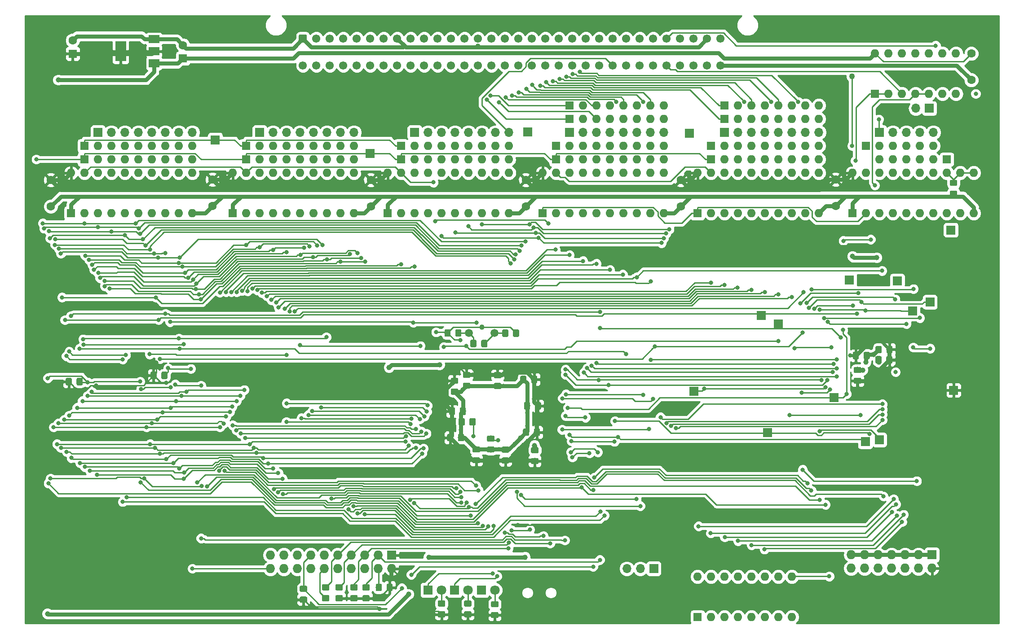
<source format=gbr>
G04 #@! TF.GenerationSoftware,KiCad,Pcbnew,5.0.2-bee76a0~70~ubuntu16.04.1*
G04 #@! TF.CreationDate,2022-01-03T19:19:42+01:00*
G04 #@! TF.ProjectId,IPCMemoryExpansionBoard,4950434d-656d-46f7-9279-457870616e73,rev?*
G04 #@! TF.SameCoordinates,Original*
G04 #@! TF.FileFunction,Copper,L2,Bot*
G04 #@! TF.FilePolarity,Positive*
%FSLAX46Y46*%
G04 Gerber Fmt 4.6, Leading zero omitted, Abs format (unit mm)*
G04 Created by KiCad (PCBNEW 5.0.2-bee76a0~70~ubuntu16.04.1) date mån  3 jan 2022 19:19:42*
%MOMM*%
%LPD*%
G01*
G04 APERTURE LIST*
G04 #@! TA.AperFunction,ComponentPad*
%ADD10R,1.700000X1.700000*%
G04 #@! TD*
G04 #@! TA.AperFunction,ComponentPad*
%ADD11O,1.600000X1.600000*%
G04 #@! TD*
G04 #@! TA.AperFunction,ComponentPad*
%ADD12R,1.600000X1.600000*%
G04 #@! TD*
G04 #@! TA.AperFunction,ComponentPad*
%ADD13O,1.700000X1.700000*%
G04 #@! TD*
G04 #@! TA.AperFunction,ComponentPad*
%ADD14C,1.800000*%
G04 #@! TD*
G04 #@! TA.AperFunction,ComponentPad*
%ADD15R,1.800000X1.800000*%
G04 #@! TD*
G04 #@! TA.AperFunction,Conductor*
%ADD16C,0.100000*%
G04 #@! TD*
G04 #@! TA.AperFunction,SMDPad,CuDef*
%ADD17C,1.150000*%
G04 #@! TD*
G04 #@! TA.AperFunction,ComponentPad*
%ADD18C,1.600000*%
G04 #@! TD*
G04 #@! TA.AperFunction,ComponentPad*
%ADD19C,1.550000*%
G04 #@! TD*
G04 #@! TA.AperFunction,ComponentPad*
%ADD20R,1.727200X1.727200*%
G04 #@! TD*
G04 #@! TA.AperFunction,ComponentPad*
%ADD21O,1.727200X1.727200*%
G04 #@! TD*
G04 #@! TA.AperFunction,SMDPad,CuDef*
%ADD22R,2.000000X3.800000*%
G04 #@! TD*
G04 #@! TA.AperFunction,SMDPad,CuDef*
%ADD23R,2.000000X1.500000*%
G04 #@! TD*
G04 #@! TA.AperFunction,ComponentPad*
%ADD24C,1.500000*%
G04 #@! TD*
G04 #@! TA.AperFunction,ViaPad*
%ADD25C,0.800000*%
G04 #@! TD*
G04 #@! TA.AperFunction,ViaPad*
%ADD26C,1.000000*%
G04 #@! TD*
G04 #@! TA.AperFunction,ViaPad*
%ADD27C,1.100000*%
G04 #@! TD*
G04 #@! TA.AperFunction,Conductor*
%ADD28C,0.800000*%
G04 #@! TD*
G04 #@! TA.AperFunction,Conductor*
%ADD29C,0.600000*%
G04 #@! TD*
G04 #@! TA.AperFunction,Conductor*
%ADD30C,0.250000*%
G04 #@! TD*
G04 #@! TA.AperFunction,Conductor*
%ADD31C,0.254000*%
G04 #@! TD*
G04 APERTURE END LIST*
D10*
G04 #@! TO.P,J29,1*
G04 #@! TO.N,+3V3*
X205740000Y-101346000D03*
G04 #@! TD*
G04 #@! TO.P,J28,1*
G04 #@! TO.N,GND*
X66548000Y-54102000D03*
G04 #@! TD*
G04 #@! TO.P,J26,1*
G04 #@! TO.N,GND*
X125476000Y-52578000D03*
G04 #@! TD*
G04 #@! TO.P,J27,1*
G04 #@! TO.N,GND*
X155956000Y-52832000D03*
G04 #@! TD*
G04 #@! TO.P,J24,1*
G04 #@! TO.N,+5V*
X95758000Y-56642000D03*
G04 #@! TD*
G04 #@! TO.P,J25,1*
G04 #@! TO.N,GND*
X205232000Y-71120000D03*
G04 #@! TD*
D11*
G04 #@! TO.P,U10,20*
G04 #@! TO.N,+3V3*
X186690000Y-60325000D03*
G04 #@! TO.P,U10,10*
G04 #@! TO.N,GND*
X209550000Y-67945000D03*
G04 #@! TO.P,U10,19*
G04 #@! TO.N,/STM32_BUSEN*
X189230000Y-60325000D03*
G04 #@! TO.P,U10,9*
G04 #@! TO.N,Net-(U10-Pad9)*
X207010000Y-67945000D03*
G04 #@! TO.P,U10,18*
G04 #@! TO.N,/BRNW*
X191770000Y-60325000D03*
G04 #@! TO.P,U10,8*
G04 #@! TO.N,Net-(U10-Pad8)*
X204470000Y-67945000D03*
G04 #@! TO.P,U10,17*
G04 #@! TO.N,/BNPS*
X194310000Y-60325000D03*
G04 #@! TO.P,U10,7*
G04 #@! TO.N,Net-(U10-Pad7)*
X201930000Y-67945000D03*
G04 #@! TO.P,U10,16*
G04 #@! TO.N,/NBAS*
X196850000Y-60325000D03*
G04 #@! TO.P,U10,6*
G04 #@! TO.N,/NUD*
X199390000Y-67945000D03*
G04 #@! TO.P,U10,15*
G04 #@! TO.N,/NBLD*
X199390000Y-60325000D03*
G04 #@! TO.P,U10,5*
G04 #@! TO.N,/NLD*
X196850000Y-67945000D03*
G04 #@! TO.P,U10,14*
G04 #@! TO.N,/NBUD*
X201930000Y-60325000D03*
G04 #@! TO.P,U10,4*
G04 #@! TO.N,/NAS*
X194310000Y-67945000D03*
G04 #@! TO.P,U10,13*
G04 #@! TO.N,Net-(R14-Pad1)*
X204470000Y-60325000D03*
G04 #@! TO.P,U10,3*
G04 #@! TO.N,/NPS*
X191770000Y-67945000D03*
G04 #@! TO.P,U10,12*
G04 #@! TO.N,Net-(R14-Pad1)*
X207010000Y-60325000D03*
G04 #@! TO.P,U10,2*
G04 #@! TO.N,/RNW*
X189230000Y-67945000D03*
G04 #@! TO.P,U10,11*
G04 #@! TO.N,Net-(R14-Pad1)*
X209550000Y-60325000D03*
D12*
G04 #@! TO.P,U10,1*
G04 #@! TO.N,GND*
X186690000Y-67945000D03*
G04 #@! TD*
D11*
G04 #@! TO.P,RN15,8*
G04 #@! TO.N,/RD14*
X180340000Y-50165000D03*
G04 #@! TO.P,RN15,7*
G04 #@! TO.N,/BD14*
X177800000Y-50165000D03*
G04 #@! TO.P,RN15,6*
G04 #@! TO.N,/RD12*
X175260000Y-50165000D03*
G04 #@! TO.P,RN15,5*
G04 #@! TO.N,/BD12*
X172720000Y-50165000D03*
G04 #@! TO.P,RN15,4*
G04 #@! TO.N,/RD10*
X170180000Y-50165000D03*
G04 #@! TO.P,RN15,3*
G04 #@! TO.N,/BD10*
X167640000Y-50165000D03*
G04 #@! TO.P,RN15,2*
G04 #@! TO.N,/RD8*
X165100000Y-50165000D03*
D12*
G04 #@! TO.P,RN15,1*
G04 #@! TO.N,/BD8*
X162560000Y-50165000D03*
G04 #@! TD*
G04 #@! TO.P,RN2,1*
G04 #@! TO.N,/BD1*
X133350000Y-47625000D03*
D11*
G04 #@! TO.P,RN2,2*
G04 #@! TO.N,/RD1*
X135890000Y-47625000D03*
G04 #@! TO.P,RN2,3*
G04 #@! TO.N,/BD3*
X138430000Y-47625000D03*
G04 #@! TO.P,RN2,4*
G04 #@! TO.N,/RD3*
X140970000Y-47625000D03*
G04 #@! TO.P,RN2,5*
G04 #@! TO.N,/BD5*
X143510000Y-47625000D03*
G04 #@! TO.P,RN2,6*
G04 #@! TO.N,/RD5*
X146050000Y-47625000D03*
G04 #@! TO.P,RN2,7*
G04 #@! TO.N,/BD7*
X148590000Y-47625000D03*
G04 #@! TO.P,RN2,8*
G04 #@! TO.N,/RD7*
X151130000Y-47625000D03*
G04 #@! TD*
G04 #@! TO.P,RN16,8*
G04 #@! TO.N,/RD15*
X180340000Y-47625000D03*
G04 #@! TO.P,RN16,7*
G04 #@! TO.N,/BD15*
X177800000Y-47625000D03*
G04 #@! TO.P,RN16,6*
G04 #@! TO.N,/RD13*
X175260000Y-47625000D03*
G04 #@! TO.P,RN16,5*
G04 #@! TO.N,/BD13*
X172720000Y-47625000D03*
G04 #@! TO.P,RN16,4*
G04 #@! TO.N,/RD11*
X170180000Y-47625000D03*
G04 #@! TO.P,RN16,3*
G04 #@! TO.N,/BD11*
X167640000Y-47625000D03*
G04 #@! TO.P,RN16,2*
G04 #@! TO.N,/RD9*
X165100000Y-47625000D03*
D12*
G04 #@! TO.P,RN16,1*
G04 #@! TO.N,/BD9*
X162560000Y-47625000D03*
G04 #@! TD*
G04 #@! TO.P,RN1,1*
G04 #@! TO.N,/BD0*
X133350000Y-50165000D03*
D11*
G04 #@! TO.P,RN1,2*
G04 #@! TO.N,/RD0*
X135890000Y-50165000D03*
G04 #@! TO.P,RN1,3*
G04 #@! TO.N,/BD2*
X138430000Y-50165000D03*
G04 #@! TO.P,RN1,4*
G04 #@! TO.N,/RD2*
X140970000Y-50165000D03*
G04 #@! TO.P,RN1,5*
G04 #@! TO.N,/BD4*
X143510000Y-50165000D03*
G04 #@! TO.P,RN1,6*
G04 #@! TO.N,/RD4*
X146050000Y-50165000D03*
G04 #@! TO.P,RN1,7*
G04 #@! TO.N,/BD6*
X148590000Y-50165000D03*
G04 #@! TO.P,RN1,8*
G04 #@! TO.N,/RD6*
X151130000Y-50165000D03*
G04 #@! TD*
D10*
G04 #@! TO.P,J15,1*
G04 #@! TO.N,/ROMADR2*
X186118500Y-80581500D03*
G04 #@! TD*
G04 #@! TO.P,J22,1*
G04 #@! TO.N,/STM32_BUSEN*
X183184800Y-102768400D03*
G04 #@! TD*
G04 #@! TO.P,J13,1*
G04 #@! TO.N,/ROMADR0*
X169481500Y-87249000D03*
G04 #@! TD*
G04 #@! TO.P,J14,1*
G04 #@! TO.N,/ROMADR3*
X172720000Y-88836500D03*
G04 #@! TD*
G04 #@! TO.P,J23,1*
G04 #@! TO.N,/OE245*
X156768800Y-101549200D03*
G04 #@! TD*
G04 #@! TO.P,J16,1*
G04 #@! TO.N,/ROMADR1*
X198069200Y-86360000D03*
G04 #@! TD*
G04 #@! TO.P,J17,1*
G04 #@! TO.N,/NCEROM*
X201295000Y-84709000D03*
G04 #@! TD*
G04 #@! TO.P,J18,1*
G04 #@! TO.N,/NCERAM*
X191770000Y-110693200D03*
G04 #@! TD*
G04 #@! TO.P,J19,1*
G04 #@! TO.N,/NOE*
X170688000Y-109347000D03*
G04 #@! TD*
G04 #@! TO.P,J21,1*
G04 #@! TO.N,/FLASH_RY*
X195135500Y-80708500D03*
G04 #@! TD*
G04 #@! TO.P,J20,1*
G04 #@! TO.N,/NWE*
X189103000Y-111048800D03*
G04 #@! TD*
G04 #@! TO.P,J7,1*
G04 #@! TO.N,/DTACK*
X201168000Y-48158400D03*
D13*
G04 #@! TO.P,J7,2*
G04 #@! TO.N,/IMA*
X198628000Y-48158400D03*
G04 #@! TD*
D10*
G04 #@! TO.P,J2,1*
G04 #@! TO.N,/BRNW*
X191770000Y-52705000D03*
D13*
G04 #@! TO.P,J2,2*
G04 #@! TO.N,/BNPS*
X194310000Y-52705000D03*
G04 #@! TO.P,J2,3*
G04 #@! TO.N,/NBAS*
X196850000Y-52705000D03*
G04 #@! TO.P,J2,4*
G04 #@! TO.N,/NBLD*
X199390000Y-52705000D03*
G04 #@! TO.P,J2,5*
G04 #@! TO.N,/NBUD*
X201930000Y-52705000D03*
G04 #@! TD*
D10*
G04 #@! TO.P,J10,1*
G04 #@! TO.N,/BA17*
X104140000Y-52705000D03*
D13*
G04 #@! TO.P,J10,2*
G04 #@! TO.N,/BA18*
X106680000Y-52705000D03*
G04 #@! TO.P,J10,3*
G04 #@! TO.N,/BA19*
X109220000Y-52705000D03*
G04 #@! TO.P,J10,4*
G04 #@! TO.N,/BA20*
X111760000Y-52705000D03*
G04 #@! TO.P,J10,5*
G04 #@! TO.N,/BA21*
X114300000Y-52705000D03*
G04 #@! TO.P,J10,6*
G04 #@! TO.N,/BA22*
X116840000Y-52705000D03*
G04 #@! TO.P,J10,7*
G04 #@! TO.N,/BA23*
X119380000Y-52705000D03*
G04 #@! TO.P,J10,8*
G04 #@! TO.N,/NBRESET*
X121920000Y-52705000D03*
G04 #@! TD*
G04 #@! TO.P,J12,8*
G04 #@! TO.N,/RD15*
X180340000Y-52705000D03*
G04 #@! TO.P,J12,7*
G04 #@! TO.N,/RD14*
X177800000Y-52705000D03*
G04 #@! TO.P,J12,6*
G04 #@! TO.N,/RD13*
X175260000Y-52705000D03*
G04 #@! TO.P,J12,5*
G04 #@! TO.N,/RD12*
X172720000Y-52705000D03*
G04 #@! TO.P,J12,4*
G04 #@! TO.N,/RD11*
X170180000Y-52705000D03*
G04 #@! TO.P,J12,3*
G04 #@! TO.N,/RD10*
X167640000Y-52705000D03*
G04 #@! TO.P,J12,2*
G04 #@! TO.N,/RD9*
X165100000Y-52705000D03*
D10*
G04 #@! TO.P,J12,1*
G04 #@! TO.N,/RD8*
X162560000Y-52705000D03*
G04 #@! TD*
G04 #@! TO.P,J9,1*
G04 #@! TO.N,/BA9*
X74930000Y-52705000D03*
D13*
G04 #@! TO.P,J9,2*
G04 #@! TO.N,/BA10*
X77470000Y-52705000D03*
G04 #@! TO.P,J9,3*
G04 #@! TO.N,/BA11*
X80010000Y-52705000D03*
G04 #@! TO.P,J9,4*
G04 #@! TO.N,/BA12*
X82550000Y-52705000D03*
G04 #@! TO.P,J9,5*
G04 #@! TO.N,/BA13*
X85090000Y-52705000D03*
G04 #@! TO.P,J9,6*
G04 #@! TO.N,/BA14*
X87630000Y-52705000D03*
G04 #@! TO.P,J9,7*
G04 #@! TO.N,/BA15*
X90170000Y-52705000D03*
G04 #@! TO.P,J9,8*
G04 #@! TO.N,/BA16*
X92710000Y-52705000D03*
G04 #@! TD*
G04 #@! TO.P,J11,8*
G04 #@! TO.N,/RD7*
X151130000Y-52705000D03*
G04 #@! TO.P,J11,7*
G04 #@! TO.N,/RD6*
X148590000Y-52705000D03*
G04 #@! TO.P,J11,6*
G04 #@! TO.N,/RD5*
X146050000Y-52705000D03*
G04 #@! TO.P,J11,5*
G04 #@! TO.N,/RD4*
X143510000Y-52705000D03*
G04 #@! TO.P,J11,4*
G04 #@! TO.N,/RD3*
X140970000Y-52705000D03*
G04 #@! TO.P,J11,3*
G04 #@! TO.N,/RD2*
X138430000Y-52705000D03*
G04 #@! TO.P,J11,2*
G04 #@! TO.N,/RD1*
X135890000Y-52705000D03*
D10*
G04 #@! TO.P,J11,1*
G04 #@! TO.N,/RD0*
X133350000Y-52705000D03*
G04 #@! TD*
G04 #@! TO.P,J8,1*
G04 #@! TO.N,/BA1*
X44450000Y-52705000D03*
D13*
G04 #@! TO.P,J8,2*
G04 #@! TO.N,/BA2*
X46990000Y-52705000D03*
G04 #@! TO.P,J8,3*
G04 #@! TO.N,/BA3*
X49530000Y-52705000D03*
G04 #@! TO.P,J8,4*
G04 #@! TO.N,/BA4*
X52070000Y-52705000D03*
G04 #@! TO.P,J8,5*
G04 #@! TO.N,/BA5*
X54610000Y-52705000D03*
G04 #@! TO.P,J8,6*
G04 #@! TO.N,/BA6*
X57150000Y-52705000D03*
G04 #@! TO.P,J8,7*
G04 #@! TO.N,/BA7*
X59690000Y-52705000D03*
G04 #@! TO.P,J8,8*
G04 #@! TO.N,/BA8*
X62230000Y-52705000D03*
G04 #@! TD*
D11*
G04 #@! TO.P,RN10,6*
G04 #@! TO.N,/BRNW*
X191770000Y-57785000D03*
G04 #@! TO.P,RN10,5*
G04 #@! TO.N,/BNPS*
X194310000Y-57785000D03*
G04 #@! TO.P,RN10,4*
G04 #@! TO.N,/NBAS*
X196850000Y-57785000D03*
G04 #@! TO.P,RN10,3*
G04 #@! TO.N,/NBLD*
X199390000Y-57785000D03*
G04 #@! TO.P,RN10,2*
G04 #@! TO.N,/NBUD*
X201930000Y-57785000D03*
D12*
G04 #@! TO.P,RN10,1*
G04 #@! TO.N,GND*
X204470000Y-57785000D03*
G04 #@! TD*
G04 #@! TO.P,RN6,1*
G04 #@! TO.N,+5V*
X189230000Y-55245000D03*
D11*
G04 #@! TO.P,RN6,2*
G04 #@! TO.N,/BRNW*
X191770000Y-55245000D03*
G04 #@! TO.P,RN6,3*
G04 #@! TO.N,/BNPS*
X194310000Y-55245000D03*
G04 #@! TO.P,RN6,4*
G04 #@! TO.N,/NBAS*
X196850000Y-55245000D03*
G04 #@! TO.P,RN6,5*
G04 #@! TO.N,/NBLD*
X199390000Y-55245000D03*
G04 #@! TO.P,RN6,6*
G04 #@! TO.N,/NBUD*
X201930000Y-55245000D03*
G04 #@! TD*
G04 #@! TO.P,RN4,9*
G04 #@! TO.N,/BA16*
X92710000Y-57785000D03*
G04 #@! TO.P,RN4,8*
G04 #@! TO.N,/BA15*
X90170000Y-57785000D03*
G04 #@! TO.P,RN4,7*
G04 #@! TO.N,/BA14*
X87630000Y-57785000D03*
G04 #@! TO.P,RN4,6*
G04 #@! TO.N,/BA13*
X85090000Y-57785000D03*
G04 #@! TO.P,RN4,5*
G04 #@! TO.N,/BA12*
X82550000Y-57785000D03*
G04 #@! TO.P,RN4,4*
G04 #@! TO.N,/BA11*
X80010000Y-57785000D03*
G04 #@! TO.P,RN4,3*
G04 #@! TO.N,/BA10*
X77470000Y-57785000D03*
G04 #@! TO.P,RN4,2*
G04 #@! TO.N,/BA9*
X74930000Y-57785000D03*
D12*
G04 #@! TO.P,RN4,1*
G04 #@! TO.N,+5V*
X72390000Y-57785000D03*
G04 #@! TD*
G04 #@! TO.P,RN5,1*
G04 #@! TO.N,+5V*
X101600000Y-57785000D03*
D11*
G04 #@! TO.P,RN5,2*
G04 #@! TO.N,/BA17*
X104140000Y-57785000D03*
G04 #@! TO.P,RN5,3*
G04 #@! TO.N,/BA18*
X106680000Y-57785000D03*
G04 #@! TO.P,RN5,4*
G04 #@! TO.N,/BA19*
X109220000Y-57785000D03*
G04 #@! TO.P,RN5,5*
G04 #@! TO.N,/BA20*
X111760000Y-57785000D03*
G04 #@! TO.P,RN5,6*
G04 #@! TO.N,/BA21*
X114300000Y-57785000D03*
G04 #@! TO.P,RN5,7*
G04 #@! TO.N,/BA22*
X116840000Y-57785000D03*
G04 #@! TO.P,RN5,8*
G04 #@! TO.N,/BA23*
X119380000Y-57785000D03*
G04 #@! TO.P,RN5,9*
G04 #@! TO.N,/NBRESET*
X121920000Y-57785000D03*
G04 #@! TD*
G04 #@! TO.P,RN7,9*
G04 #@! TO.N,/BA8*
X62230000Y-55245000D03*
G04 #@! TO.P,RN7,8*
G04 #@! TO.N,/BA7*
X59690000Y-55245000D03*
G04 #@! TO.P,RN7,7*
G04 #@! TO.N,/BA6*
X57150000Y-55245000D03*
G04 #@! TO.P,RN7,6*
G04 #@! TO.N,/BA5*
X54610000Y-55245000D03*
G04 #@! TO.P,RN7,5*
G04 #@! TO.N,/BA4*
X52070000Y-55245000D03*
G04 #@! TO.P,RN7,4*
G04 #@! TO.N,/BA3*
X49530000Y-55245000D03*
G04 #@! TO.P,RN7,3*
G04 #@! TO.N,/BA2*
X46990000Y-55245000D03*
G04 #@! TO.P,RN7,2*
G04 #@! TO.N,/BA1*
X44450000Y-55245000D03*
D12*
G04 #@! TO.P,RN7,1*
G04 #@! TO.N,GND*
X41910000Y-55245000D03*
G04 #@! TD*
G04 #@! TO.P,RN8,1*
G04 #@! TO.N,GND*
X72390000Y-55245000D03*
D11*
G04 #@! TO.P,RN8,2*
G04 #@! TO.N,/BA9*
X74930000Y-55245000D03*
G04 #@! TO.P,RN8,3*
G04 #@! TO.N,/BA10*
X77470000Y-55245000D03*
G04 #@! TO.P,RN8,4*
G04 #@! TO.N,/BA11*
X80010000Y-55245000D03*
G04 #@! TO.P,RN8,5*
G04 #@! TO.N,/BA12*
X82550000Y-55245000D03*
G04 #@! TO.P,RN8,6*
G04 #@! TO.N,/BA13*
X85090000Y-55245000D03*
G04 #@! TO.P,RN8,7*
G04 #@! TO.N,/BA14*
X87630000Y-55245000D03*
G04 #@! TO.P,RN8,8*
G04 #@! TO.N,/BA15*
X90170000Y-55245000D03*
G04 #@! TO.P,RN8,9*
G04 #@! TO.N,/BA16*
X92710000Y-55245000D03*
G04 #@! TD*
G04 #@! TO.P,RN9,9*
G04 #@! TO.N,/NBRESET*
X121920000Y-55245000D03*
G04 #@! TO.P,RN9,8*
G04 #@! TO.N,/BA23*
X119380000Y-55245000D03*
G04 #@! TO.P,RN9,7*
G04 #@! TO.N,/BA22*
X116840000Y-55245000D03*
G04 #@! TO.P,RN9,6*
G04 #@! TO.N,/BA21*
X114300000Y-55245000D03*
G04 #@! TO.P,RN9,5*
G04 #@! TO.N,/BA20*
X111760000Y-55245000D03*
G04 #@! TO.P,RN9,4*
G04 #@! TO.N,/BA19*
X109220000Y-55245000D03*
G04 #@! TO.P,RN9,3*
G04 #@! TO.N,/BA18*
X106680000Y-55245000D03*
G04 #@! TO.P,RN9,2*
G04 #@! TO.N,/BA17*
X104140000Y-55245000D03*
D12*
G04 #@! TO.P,RN9,1*
G04 #@! TO.N,GND*
X101600000Y-55245000D03*
G04 #@! TD*
G04 #@! TO.P,RN11,1*
G04 #@! TO.N,+5V*
X130810000Y-57785000D03*
D11*
G04 #@! TO.P,RN11,2*
G04 #@! TO.N,/RD0*
X133350000Y-57785000D03*
G04 #@! TO.P,RN11,3*
G04 #@! TO.N,/RD1*
X135890000Y-57785000D03*
G04 #@! TO.P,RN11,4*
G04 #@! TO.N,/RD2*
X138430000Y-57785000D03*
G04 #@! TO.P,RN11,5*
G04 #@! TO.N,/RD3*
X140970000Y-57785000D03*
G04 #@! TO.P,RN11,6*
G04 #@! TO.N,/RD4*
X143510000Y-57785000D03*
G04 #@! TO.P,RN11,7*
G04 #@! TO.N,/RD5*
X146050000Y-57785000D03*
G04 #@! TO.P,RN11,8*
G04 #@! TO.N,/RD6*
X148590000Y-57785000D03*
G04 #@! TO.P,RN11,9*
G04 #@! TO.N,/RD7*
X151130000Y-57785000D03*
G04 #@! TD*
G04 #@! TO.P,RN12,9*
G04 #@! TO.N,/RD15*
X180340000Y-57785000D03*
G04 #@! TO.P,RN12,8*
G04 #@! TO.N,/RD14*
X177800000Y-57785000D03*
G04 #@! TO.P,RN12,7*
G04 #@! TO.N,/RD13*
X175260000Y-57785000D03*
G04 #@! TO.P,RN12,6*
G04 #@! TO.N,/RD12*
X172720000Y-57785000D03*
G04 #@! TO.P,RN12,5*
G04 #@! TO.N,/RD11*
X170180000Y-57785000D03*
G04 #@! TO.P,RN12,4*
G04 #@! TO.N,/RD10*
X167640000Y-57785000D03*
G04 #@! TO.P,RN12,3*
G04 #@! TO.N,/RD9*
X165100000Y-57785000D03*
G04 #@! TO.P,RN12,2*
G04 #@! TO.N,/RD8*
X162560000Y-57785000D03*
D12*
G04 #@! TO.P,RN12,1*
G04 #@! TO.N,+5V*
X160020000Y-57785000D03*
G04 #@! TD*
G04 #@! TO.P,RN13,1*
G04 #@! TO.N,GND*
X130810000Y-55245000D03*
D11*
G04 #@! TO.P,RN13,2*
G04 #@! TO.N,/RD0*
X133350000Y-55245000D03*
G04 #@! TO.P,RN13,3*
G04 #@! TO.N,/RD1*
X135890000Y-55245000D03*
G04 #@! TO.P,RN13,4*
G04 #@! TO.N,/RD2*
X138430000Y-55245000D03*
G04 #@! TO.P,RN13,5*
G04 #@! TO.N,/RD3*
X140970000Y-55245000D03*
G04 #@! TO.P,RN13,6*
G04 #@! TO.N,/RD4*
X143510000Y-55245000D03*
G04 #@! TO.P,RN13,7*
G04 #@! TO.N,/RD5*
X146050000Y-55245000D03*
G04 #@! TO.P,RN13,8*
G04 #@! TO.N,/RD6*
X148590000Y-55245000D03*
G04 #@! TO.P,RN13,9*
G04 #@! TO.N,/RD7*
X151130000Y-55245000D03*
G04 #@! TD*
G04 #@! TO.P,RN14,9*
G04 #@! TO.N,/RD15*
X180340000Y-55245000D03*
G04 #@! TO.P,RN14,8*
G04 #@! TO.N,/RD14*
X177800000Y-55245000D03*
G04 #@! TO.P,RN14,7*
G04 #@! TO.N,/RD13*
X175260000Y-55245000D03*
G04 #@! TO.P,RN14,6*
G04 #@! TO.N,/RD12*
X172720000Y-55245000D03*
G04 #@! TO.P,RN14,5*
G04 #@! TO.N,/RD11*
X170180000Y-55245000D03*
G04 #@! TO.P,RN14,4*
G04 #@! TO.N,/RD10*
X167640000Y-55245000D03*
G04 #@! TO.P,RN14,3*
G04 #@! TO.N,/RD9*
X165100000Y-55245000D03*
G04 #@! TO.P,RN14,2*
G04 #@! TO.N,/RD8*
X162560000Y-55245000D03*
D12*
G04 #@! TO.P,RN14,1*
G04 #@! TO.N,GND*
X160020000Y-55245000D03*
G04 #@! TD*
G04 #@! TO.P,RN3,1*
G04 #@! TO.N,+5V*
X41910000Y-57785000D03*
D11*
G04 #@! TO.P,RN3,2*
G04 #@! TO.N,/BA1*
X44450000Y-57785000D03*
G04 #@! TO.P,RN3,3*
G04 #@! TO.N,/BA2*
X46990000Y-57785000D03*
G04 #@! TO.P,RN3,4*
G04 #@! TO.N,/BA3*
X49530000Y-57785000D03*
G04 #@! TO.P,RN3,5*
G04 #@! TO.N,/BA4*
X52070000Y-57785000D03*
G04 #@! TO.P,RN3,6*
G04 #@! TO.N,/BA5*
X54610000Y-57785000D03*
G04 #@! TO.P,RN3,7*
G04 #@! TO.N,/BA6*
X57150000Y-57785000D03*
G04 #@! TO.P,RN3,8*
G04 #@! TO.N,/BA7*
X59690000Y-57785000D03*
G04 #@! TO.P,RN3,9*
G04 #@! TO.N,/BA8*
X62230000Y-57785000D03*
G04 #@! TD*
D14*
G04 #@! TO.P,D3,2*
G04 #@! TO.N,Net-(D3-Pad2)*
X119253000Y-139065000D03*
D15*
G04 #@! TO.P,D3,1*
G04 #@! TO.N,/LED_YELLOW*
X116713000Y-139065000D03*
G04 #@! TD*
D14*
G04 #@! TO.P,D4,2*
G04 #@! TO.N,Net-(D4-Pad2)*
X109220000Y-139065000D03*
D15*
G04 #@! TO.P,D4,1*
G04 #@! TO.N,/LED_RED*
X106680000Y-139065000D03*
G04 #@! TD*
D14*
G04 #@! TO.P,D2,2*
G04 #@! TO.N,Net-(D2-Pad2)*
X114173000Y-139065000D03*
D15*
G04 #@! TO.P,D2,1*
G04 #@! TO.N,/LED_GREEN*
X111633000Y-139065000D03*
G04 #@! TD*
D16*
G04 #@! TO.N,Net-(R14-Pad1)*
G04 #@! TO.C,R14*
G36*
X206214505Y-61647204D02*
X206238773Y-61650804D01*
X206262572Y-61656765D01*
X206285671Y-61665030D01*
X206307850Y-61675520D01*
X206328893Y-61688132D01*
X206348599Y-61702747D01*
X206366777Y-61719223D01*
X206383253Y-61737401D01*
X206397868Y-61757107D01*
X206410480Y-61778150D01*
X206420970Y-61800329D01*
X206429235Y-61823428D01*
X206435196Y-61847227D01*
X206438796Y-61871495D01*
X206440000Y-61895999D01*
X206440000Y-62546001D01*
X206438796Y-62570505D01*
X206435196Y-62594773D01*
X206429235Y-62618572D01*
X206420970Y-62641671D01*
X206410480Y-62663850D01*
X206397868Y-62684893D01*
X206383253Y-62704599D01*
X206366777Y-62722777D01*
X206348599Y-62739253D01*
X206328893Y-62753868D01*
X206307850Y-62766480D01*
X206285671Y-62776970D01*
X206262572Y-62785235D01*
X206238773Y-62791196D01*
X206214505Y-62794796D01*
X206190001Y-62796000D01*
X205289999Y-62796000D01*
X205265495Y-62794796D01*
X205241227Y-62791196D01*
X205217428Y-62785235D01*
X205194329Y-62776970D01*
X205172150Y-62766480D01*
X205151107Y-62753868D01*
X205131401Y-62739253D01*
X205113223Y-62722777D01*
X205096747Y-62704599D01*
X205082132Y-62684893D01*
X205069520Y-62663850D01*
X205059030Y-62641671D01*
X205050765Y-62618572D01*
X205044804Y-62594773D01*
X205041204Y-62570505D01*
X205040000Y-62546001D01*
X205040000Y-61895999D01*
X205041204Y-61871495D01*
X205044804Y-61847227D01*
X205050765Y-61823428D01*
X205059030Y-61800329D01*
X205069520Y-61778150D01*
X205082132Y-61757107D01*
X205096747Y-61737401D01*
X205113223Y-61719223D01*
X205131401Y-61702747D01*
X205151107Y-61688132D01*
X205172150Y-61675520D01*
X205194329Y-61665030D01*
X205217428Y-61656765D01*
X205241227Y-61650804D01*
X205265495Y-61647204D01*
X205289999Y-61646000D01*
X206190001Y-61646000D01*
X206214505Y-61647204D01*
X206214505Y-61647204D01*
G37*
D17*
G04 #@! TD*
G04 #@! TO.P,R14,1*
G04 #@! TO.N,Net-(R14-Pad1)*
X205740000Y-62221000D03*
D16*
G04 #@! TO.N,GND*
G04 #@! TO.C,R14*
G36*
X206214505Y-63697204D02*
X206238773Y-63700804D01*
X206262572Y-63706765D01*
X206285671Y-63715030D01*
X206307850Y-63725520D01*
X206328893Y-63738132D01*
X206348599Y-63752747D01*
X206366777Y-63769223D01*
X206383253Y-63787401D01*
X206397868Y-63807107D01*
X206410480Y-63828150D01*
X206420970Y-63850329D01*
X206429235Y-63873428D01*
X206435196Y-63897227D01*
X206438796Y-63921495D01*
X206440000Y-63945999D01*
X206440000Y-64596001D01*
X206438796Y-64620505D01*
X206435196Y-64644773D01*
X206429235Y-64668572D01*
X206420970Y-64691671D01*
X206410480Y-64713850D01*
X206397868Y-64734893D01*
X206383253Y-64754599D01*
X206366777Y-64772777D01*
X206348599Y-64789253D01*
X206328893Y-64803868D01*
X206307850Y-64816480D01*
X206285671Y-64826970D01*
X206262572Y-64835235D01*
X206238773Y-64841196D01*
X206214505Y-64844796D01*
X206190001Y-64846000D01*
X205289999Y-64846000D01*
X205265495Y-64844796D01*
X205241227Y-64841196D01*
X205217428Y-64835235D01*
X205194329Y-64826970D01*
X205172150Y-64816480D01*
X205151107Y-64803868D01*
X205131401Y-64789253D01*
X205113223Y-64772777D01*
X205096747Y-64754599D01*
X205082132Y-64734893D01*
X205069520Y-64713850D01*
X205059030Y-64691671D01*
X205050765Y-64668572D01*
X205044804Y-64644773D01*
X205041204Y-64620505D01*
X205040000Y-64596001D01*
X205040000Y-63945999D01*
X205041204Y-63921495D01*
X205044804Y-63897227D01*
X205050765Y-63873428D01*
X205059030Y-63850329D01*
X205069520Y-63828150D01*
X205082132Y-63807107D01*
X205096747Y-63787401D01*
X205113223Y-63769223D01*
X205131401Y-63752747D01*
X205151107Y-63738132D01*
X205172150Y-63725520D01*
X205194329Y-63715030D01*
X205217428Y-63706765D01*
X205241227Y-63700804D01*
X205265495Y-63697204D01*
X205289999Y-63696000D01*
X206190001Y-63696000D01*
X206214505Y-63697204D01*
X206214505Y-63697204D01*
G37*
D17*
G04 #@! TD*
G04 #@! TO.P,R14,2*
G04 #@! TO.N,GND*
X205740000Y-64271000D03*
D18*
G04 #@! TO.P,C1,1*
G04 #@! TO.N,+3V3*
X66040000Y-61595000D03*
G04 #@! TO.P,C1,2*
G04 #@! TO.N,GND*
X66040000Y-66595000D03*
G04 #@! TD*
G04 #@! TO.P,C2,2*
G04 #@! TO.N,GND*
X183515000Y-66595000D03*
G04 #@! TO.P,C2,1*
G04 #@! TO.N,+3V3*
X183515000Y-61595000D03*
G04 #@! TD*
G04 #@! TO.P,C3,1*
G04 #@! TO.N,+3V3*
X154305000Y-61675000D03*
G04 #@! TO.P,C3,2*
G04 #@! TO.N,GND*
X154305000Y-66675000D03*
G04 #@! TD*
D12*
G04 #@! TO.P,C4,1*
G04 #@! TO.N,+5V*
X60452000Y-38735000D03*
D18*
G04 #@! TO.P,C4,2*
G04 #@! TO.N,GND*
X60452000Y-36235000D03*
G04 #@! TD*
G04 #@! TO.P,C5,1*
G04 #@! TO.N,+3V3*
X35560000Y-61675000D03*
G04 #@! TO.P,C5,2*
G04 #@! TO.N,GND*
X35560000Y-66675000D03*
G04 #@! TD*
G04 #@! TO.P,C6,2*
G04 #@! TO.N,GND*
X95885000Y-66675000D03*
G04 #@! TO.P,C6,1*
G04 #@! TO.N,+3V3*
X95885000Y-61675000D03*
G04 #@! TD*
G04 #@! TO.P,C7,1*
G04 #@! TO.N,+3V3*
X125095000Y-61675000D03*
G04 #@! TO.P,C7,2*
G04 #@! TO.N,GND*
X125095000Y-66675000D03*
G04 #@! TD*
G04 #@! TO.P,C8,2*
G04 #@! TO.N,GND*
X209092800Y-42824400D03*
G04 #@! TO.P,C8,1*
G04 #@! TO.N,+5V*
X209092800Y-37824400D03*
G04 #@! TD*
D16*
G04 #@! TO.N,+3V3*
G04 #@! TO.C,C9*
G36*
X39295105Y-99021604D02*
X39319373Y-99025204D01*
X39343172Y-99031165D01*
X39366271Y-99039430D01*
X39388450Y-99049920D01*
X39409493Y-99062532D01*
X39429199Y-99077147D01*
X39447377Y-99093623D01*
X39463853Y-99111801D01*
X39478468Y-99131507D01*
X39491080Y-99152550D01*
X39501570Y-99174729D01*
X39509835Y-99197828D01*
X39515796Y-99221627D01*
X39519396Y-99245895D01*
X39520600Y-99270399D01*
X39520600Y-100170401D01*
X39519396Y-100194905D01*
X39515796Y-100219173D01*
X39509835Y-100242972D01*
X39501570Y-100266071D01*
X39491080Y-100288250D01*
X39478468Y-100309293D01*
X39463853Y-100328999D01*
X39447377Y-100347177D01*
X39429199Y-100363653D01*
X39409493Y-100378268D01*
X39388450Y-100390880D01*
X39366271Y-100401370D01*
X39343172Y-100409635D01*
X39319373Y-100415596D01*
X39295105Y-100419196D01*
X39270601Y-100420400D01*
X38620599Y-100420400D01*
X38596095Y-100419196D01*
X38571827Y-100415596D01*
X38548028Y-100409635D01*
X38524929Y-100401370D01*
X38502750Y-100390880D01*
X38481707Y-100378268D01*
X38462001Y-100363653D01*
X38443823Y-100347177D01*
X38427347Y-100328999D01*
X38412732Y-100309293D01*
X38400120Y-100288250D01*
X38389630Y-100266071D01*
X38381365Y-100242972D01*
X38375404Y-100219173D01*
X38371804Y-100194905D01*
X38370600Y-100170401D01*
X38370600Y-99270399D01*
X38371804Y-99245895D01*
X38375404Y-99221627D01*
X38381365Y-99197828D01*
X38389630Y-99174729D01*
X38400120Y-99152550D01*
X38412732Y-99131507D01*
X38427347Y-99111801D01*
X38443823Y-99093623D01*
X38462001Y-99077147D01*
X38481707Y-99062532D01*
X38502750Y-99049920D01*
X38524929Y-99039430D01*
X38548028Y-99031165D01*
X38571827Y-99025204D01*
X38596095Y-99021604D01*
X38620599Y-99020400D01*
X39270601Y-99020400D01*
X39295105Y-99021604D01*
X39295105Y-99021604D01*
G37*
D17*
G04 #@! TD*
G04 #@! TO.P,C9,1*
G04 #@! TO.N,+3V3*
X38945600Y-99720400D03*
D16*
G04 #@! TO.N,GND*
G04 #@! TO.C,C9*
G36*
X41345105Y-99021604D02*
X41369373Y-99025204D01*
X41393172Y-99031165D01*
X41416271Y-99039430D01*
X41438450Y-99049920D01*
X41459493Y-99062532D01*
X41479199Y-99077147D01*
X41497377Y-99093623D01*
X41513853Y-99111801D01*
X41528468Y-99131507D01*
X41541080Y-99152550D01*
X41551570Y-99174729D01*
X41559835Y-99197828D01*
X41565796Y-99221627D01*
X41569396Y-99245895D01*
X41570600Y-99270399D01*
X41570600Y-100170401D01*
X41569396Y-100194905D01*
X41565796Y-100219173D01*
X41559835Y-100242972D01*
X41551570Y-100266071D01*
X41541080Y-100288250D01*
X41528468Y-100309293D01*
X41513853Y-100328999D01*
X41497377Y-100347177D01*
X41479199Y-100363653D01*
X41459493Y-100378268D01*
X41438450Y-100390880D01*
X41416271Y-100401370D01*
X41393172Y-100409635D01*
X41369373Y-100415596D01*
X41345105Y-100419196D01*
X41320601Y-100420400D01*
X40670599Y-100420400D01*
X40646095Y-100419196D01*
X40621827Y-100415596D01*
X40598028Y-100409635D01*
X40574929Y-100401370D01*
X40552750Y-100390880D01*
X40531707Y-100378268D01*
X40512001Y-100363653D01*
X40493823Y-100347177D01*
X40477347Y-100328999D01*
X40462732Y-100309293D01*
X40450120Y-100288250D01*
X40439630Y-100266071D01*
X40431365Y-100242972D01*
X40425404Y-100219173D01*
X40421804Y-100194905D01*
X40420600Y-100170401D01*
X40420600Y-99270399D01*
X40421804Y-99245895D01*
X40425404Y-99221627D01*
X40431365Y-99197828D01*
X40439630Y-99174729D01*
X40450120Y-99152550D01*
X40462732Y-99131507D01*
X40477347Y-99111801D01*
X40493823Y-99093623D01*
X40512001Y-99077147D01*
X40531707Y-99062532D01*
X40552750Y-99049920D01*
X40574929Y-99039430D01*
X40598028Y-99031165D01*
X40621827Y-99025204D01*
X40646095Y-99021604D01*
X40670599Y-99020400D01*
X41320601Y-99020400D01*
X41345105Y-99021604D01*
X41345105Y-99021604D01*
G37*
D17*
G04 #@! TD*
G04 #@! TO.P,C9,2*
G04 #@! TO.N,GND*
X40995600Y-99720400D03*
D18*
G04 #@! TO.P,C10,2*
G04 #@! TO.N,GND*
X39687500Y-35346000D03*
D12*
G04 #@! TO.P,C10,1*
G04 #@! TO.N,+3V3*
X39687500Y-37846000D03*
G04 #@! TD*
D16*
G04 #@! TO.N,GND*
G04 #@! TO.C,C11*
G36*
X113245105Y-109588004D02*
X113269373Y-109591604D01*
X113293172Y-109597565D01*
X113316271Y-109605830D01*
X113338450Y-109616320D01*
X113359493Y-109628932D01*
X113379199Y-109643547D01*
X113397377Y-109660023D01*
X113413853Y-109678201D01*
X113428468Y-109697907D01*
X113441080Y-109718950D01*
X113451570Y-109741129D01*
X113459835Y-109764228D01*
X113465796Y-109788027D01*
X113469396Y-109812295D01*
X113470600Y-109836799D01*
X113470600Y-110736801D01*
X113469396Y-110761305D01*
X113465796Y-110785573D01*
X113459835Y-110809372D01*
X113451570Y-110832471D01*
X113441080Y-110854650D01*
X113428468Y-110875693D01*
X113413853Y-110895399D01*
X113397377Y-110913577D01*
X113379199Y-110930053D01*
X113359493Y-110944668D01*
X113338450Y-110957280D01*
X113316271Y-110967770D01*
X113293172Y-110976035D01*
X113269373Y-110981996D01*
X113245105Y-110985596D01*
X113220601Y-110986800D01*
X112570599Y-110986800D01*
X112546095Y-110985596D01*
X112521827Y-110981996D01*
X112498028Y-110976035D01*
X112474929Y-110967770D01*
X112452750Y-110957280D01*
X112431707Y-110944668D01*
X112412001Y-110930053D01*
X112393823Y-110913577D01*
X112377347Y-110895399D01*
X112362732Y-110875693D01*
X112350120Y-110854650D01*
X112339630Y-110832471D01*
X112331365Y-110809372D01*
X112325404Y-110785573D01*
X112321804Y-110761305D01*
X112320600Y-110736801D01*
X112320600Y-109836799D01*
X112321804Y-109812295D01*
X112325404Y-109788027D01*
X112331365Y-109764228D01*
X112339630Y-109741129D01*
X112350120Y-109718950D01*
X112362732Y-109697907D01*
X112377347Y-109678201D01*
X112393823Y-109660023D01*
X112412001Y-109643547D01*
X112431707Y-109628932D01*
X112452750Y-109616320D01*
X112474929Y-109605830D01*
X112498028Y-109597565D01*
X112521827Y-109591604D01*
X112546095Y-109588004D01*
X112570599Y-109586800D01*
X113220601Y-109586800D01*
X113245105Y-109588004D01*
X113245105Y-109588004D01*
G37*
D17*
G04 #@! TD*
G04 #@! TO.P,C11,2*
G04 #@! TO.N,GND*
X112895600Y-110286800D03*
D16*
G04 #@! TO.N,+3V3*
G04 #@! TO.C,C11*
G36*
X111195105Y-109588004D02*
X111219373Y-109591604D01*
X111243172Y-109597565D01*
X111266271Y-109605830D01*
X111288450Y-109616320D01*
X111309493Y-109628932D01*
X111329199Y-109643547D01*
X111347377Y-109660023D01*
X111363853Y-109678201D01*
X111378468Y-109697907D01*
X111391080Y-109718950D01*
X111401570Y-109741129D01*
X111409835Y-109764228D01*
X111415796Y-109788027D01*
X111419396Y-109812295D01*
X111420600Y-109836799D01*
X111420600Y-110736801D01*
X111419396Y-110761305D01*
X111415796Y-110785573D01*
X111409835Y-110809372D01*
X111401570Y-110832471D01*
X111391080Y-110854650D01*
X111378468Y-110875693D01*
X111363853Y-110895399D01*
X111347377Y-110913577D01*
X111329199Y-110930053D01*
X111309493Y-110944668D01*
X111288450Y-110957280D01*
X111266271Y-110967770D01*
X111243172Y-110976035D01*
X111219373Y-110981996D01*
X111195105Y-110985596D01*
X111170601Y-110986800D01*
X110520599Y-110986800D01*
X110496095Y-110985596D01*
X110471827Y-110981996D01*
X110448028Y-110976035D01*
X110424929Y-110967770D01*
X110402750Y-110957280D01*
X110381707Y-110944668D01*
X110362001Y-110930053D01*
X110343823Y-110913577D01*
X110327347Y-110895399D01*
X110312732Y-110875693D01*
X110300120Y-110854650D01*
X110289630Y-110832471D01*
X110281365Y-110809372D01*
X110275404Y-110785573D01*
X110271804Y-110761305D01*
X110270600Y-110736801D01*
X110270600Y-109836799D01*
X110271804Y-109812295D01*
X110275404Y-109788027D01*
X110281365Y-109764228D01*
X110289630Y-109741129D01*
X110300120Y-109718950D01*
X110312732Y-109697907D01*
X110327347Y-109678201D01*
X110343823Y-109660023D01*
X110362001Y-109643547D01*
X110381707Y-109628932D01*
X110402750Y-109616320D01*
X110424929Y-109605830D01*
X110448028Y-109597565D01*
X110471827Y-109591604D01*
X110496095Y-109588004D01*
X110520599Y-109586800D01*
X111170601Y-109586800D01*
X111195105Y-109588004D01*
X111195105Y-109588004D01*
G37*
D17*
G04 #@! TD*
G04 #@! TO.P,C11,1*
G04 #@! TO.N,+3V3*
X110845600Y-110286800D03*
D16*
G04 #@! TO.N,+3V3*
G04 #@! TO.C,C12*
G36*
X120260905Y-97927404D02*
X120285173Y-97931004D01*
X120308972Y-97936965D01*
X120332071Y-97945230D01*
X120354250Y-97955720D01*
X120375293Y-97968332D01*
X120394999Y-97982947D01*
X120413177Y-97999423D01*
X120429653Y-98017601D01*
X120444268Y-98037307D01*
X120456880Y-98058350D01*
X120467370Y-98080529D01*
X120475635Y-98103628D01*
X120481596Y-98127427D01*
X120485196Y-98151695D01*
X120486400Y-98176199D01*
X120486400Y-98826201D01*
X120485196Y-98850705D01*
X120481596Y-98874973D01*
X120475635Y-98898772D01*
X120467370Y-98921871D01*
X120456880Y-98944050D01*
X120444268Y-98965093D01*
X120429653Y-98984799D01*
X120413177Y-99002977D01*
X120394999Y-99019453D01*
X120375293Y-99034068D01*
X120354250Y-99046680D01*
X120332071Y-99057170D01*
X120308972Y-99065435D01*
X120285173Y-99071396D01*
X120260905Y-99074996D01*
X120236401Y-99076200D01*
X119336399Y-99076200D01*
X119311895Y-99074996D01*
X119287627Y-99071396D01*
X119263828Y-99065435D01*
X119240729Y-99057170D01*
X119218550Y-99046680D01*
X119197507Y-99034068D01*
X119177801Y-99019453D01*
X119159623Y-99002977D01*
X119143147Y-98984799D01*
X119128532Y-98965093D01*
X119115920Y-98944050D01*
X119105430Y-98921871D01*
X119097165Y-98898772D01*
X119091204Y-98874973D01*
X119087604Y-98850705D01*
X119086400Y-98826201D01*
X119086400Y-98176199D01*
X119087604Y-98151695D01*
X119091204Y-98127427D01*
X119097165Y-98103628D01*
X119105430Y-98080529D01*
X119115920Y-98058350D01*
X119128532Y-98037307D01*
X119143147Y-98017601D01*
X119159623Y-97999423D01*
X119177801Y-97982947D01*
X119197507Y-97968332D01*
X119218550Y-97955720D01*
X119240729Y-97945230D01*
X119263828Y-97936965D01*
X119287627Y-97931004D01*
X119311895Y-97927404D01*
X119336399Y-97926200D01*
X120236401Y-97926200D01*
X120260905Y-97927404D01*
X120260905Y-97927404D01*
G37*
D17*
G04 #@! TD*
G04 #@! TO.P,C12,1*
G04 #@! TO.N,+3V3*
X119786400Y-98501200D03*
D16*
G04 #@! TO.N,GND*
G04 #@! TO.C,C12*
G36*
X120260905Y-99977404D02*
X120285173Y-99981004D01*
X120308972Y-99986965D01*
X120332071Y-99995230D01*
X120354250Y-100005720D01*
X120375293Y-100018332D01*
X120394999Y-100032947D01*
X120413177Y-100049423D01*
X120429653Y-100067601D01*
X120444268Y-100087307D01*
X120456880Y-100108350D01*
X120467370Y-100130529D01*
X120475635Y-100153628D01*
X120481596Y-100177427D01*
X120485196Y-100201695D01*
X120486400Y-100226199D01*
X120486400Y-100876201D01*
X120485196Y-100900705D01*
X120481596Y-100924973D01*
X120475635Y-100948772D01*
X120467370Y-100971871D01*
X120456880Y-100994050D01*
X120444268Y-101015093D01*
X120429653Y-101034799D01*
X120413177Y-101052977D01*
X120394999Y-101069453D01*
X120375293Y-101084068D01*
X120354250Y-101096680D01*
X120332071Y-101107170D01*
X120308972Y-101115435D01*
X120285173Y-101121396D01*
X120260905Y-101124996D01*
X120236401Y-101126200D01*
X119336399Y-101126200D01*
X119311895Y-101124996D01*
X119287627Y-101121396D01*
X119263828Y-101115435D01*
X119240729Y-101107170D01*
X119218550Y-101096680D01*
X119197507Y-101084068D01*
X119177801Y-101069453D01*
X119159623Y-101052977D01*
X119143147Y-101034799D01*
X119128532Y-101015093D01*
X119115920Y-100994050D01*
X119105430Y-100971871D01*
X119097165Y-100948772D01*
X119091204Y-100924973D01*
X119087604Y-100900705D01*
X119086400Y-100876201D01*
X119086400Y-100226199D01*
X119087604Y-100201695D01*
X119091204Y-100177427D01*
X119097165Y-100153628D01*
X119105430Y-100130529D01*
X119115920Y-100108350D01*
X119128532Y-100087307D01*
X119143147Y-100067601D01*
X119159623Y-100049423D01*
X119177801Y-100032947D01*
X119197507Y-100018332D01*
X119218550Y-100005720D01*
X119240729Y-99995230D01*
X119263828Y-99986965D01*
X119287627Y-99981004D01*
X119311895Y-99977404D01*
X119336399Y-99976200D01*
X120236401Y-99976200D01*
X120260905Y-99977404D01*
X120260905Y-99977404D01*
G37*
D17*
G04 #@! TD*
G04 #@! TO.P,C12,2*
G04 #@! TO.N,GND*
X119786400Y-100551200D03*
D16*
G04 #@! TO.N,GND*
G04 #@! TO.C,C13*
G36*
X127271305Y-112082604D02*
X127295573Y-112086204D01*
X127319372Y-112092165D01*
X127342471Y-112100430D01*
X127364650Y-112110920D01*
X127385693Y-112123532D01*
X127405399Y-112138147D01*
X127423577Y-112154623D01*
X127440053Y-112172801D01*
X127454668Y-112192507D01*
X127467280Y-112213550D01*
X127477770Y-112235729D01*
X127486035Y-112258828D01*
X127491996Y-112282627D01*
X127495596Y-112306895D01*
X127496800Y-112331399D01*
X127496800Y-112981401D01*
X127495596Y-113005905D01*
X127491996Y-113030173D01*
X127486035Y-113053972D01*
X127477770Y-113077071D01*
X127467280Y-113099250D01*
X127454668Y-113120293D01*
X127440053Y-113139999D01*
X127423577Y-113158177D01*
X127405399Y-113174653D01*
X127385693Y-113189268D01*
X127364650Y-113201880D01*
X127342471Y-113212370D01*
X127319372Y-113220635D01*
X127295573Y-113226596D01*
X127271305Y-113230196D01*
X127246801Y-113231400D01*
X126346799Y-113231400D01*
X126322295Y-113230196D01*
X126298027Y-113226596D01*
X126274228Y-113220635D01*
X126251129Y-113212370D01*
X126228950Y-113201880D01*
X126207907Y-113189268D01*
X126188201Y-113174653D01*
X126170023Y-113158177D01*
X126153547Y-113139999D01*
X126138932Y-113120293D01*
X126126320Y-113099250D01*
X126115830Y-113077071D01*
X126107565Y-113053972D01*
X126101604Y-113030173D01*
X126098004Y-113005905D01*
X126096800Y-112981401D01*
X126096800Y-112331399D01*
X126098004Y-112306895D01*
X126101604Y-112282627D01*
X126107565Y-112258828D01*
X126115830Y-112235729D01*
X126126320Y-112213550D01*
X126138932Y-112192507D01*
X126153547Y-112172801D01*
X126170023Y-112154623D01*
X126188201Y-112138147D01*
X126207907Y-112123532D01*
X126228950Y-112110920D01*
X126251129Y-112100430D01*
X126274228Y-112092165D01*
X126298027Y-112086204D01*
X126322295Y-112082604D01*
X126346799Y-112081400D01*
X127246801Y-112081400D01*
X127271305Y-112082604D01*
X127271305Y-112082604D01*
G37*
D17*
G04 #@! TD*
G04 #@! TO.P,C13,2*
G04 #@! TO.N,GND*
X126796800Y-112656400D03*
D16*
G04 #@! TO.N,+3V3*
G04 #@! TO.C,C13*
G36*
X127271305Y-114132604D02*
X127295573Y-114136204D01*
X127319372Y-114142165D01*
X127342471Y-114150430D01*
X127364650Y-114160920D01*
X127385693Y-114173532D01*
X127405399Y-114188147D01*
X127423577Y-114204623D01*
X127440053Y-114222801D01*
X127454668Y-114242507D01*
X127467280Y-114263550D01*
X127477770Y-114285729D01*
X127486035Y-114308828D01*
X127491996Y-114332627D01*
X127495596Y-114356895D01*
X127496800Y-114381399D01*
X127496800Y-115031401D01*
X127495596Y-115055905D01*
X127491996Y-115080173D01*
X127486035Y-115103972D01*
X127477770Y-115127071D01*
X127467280Y-115149250D01*
X127454668Y-115170293D01*
X127440053Y-115189999D01*
X127423577Y-115208177D01*
X127405399Y-115224653D01*
X127385693Y-115239268D01*
X127364650Y-115251880D01*
X127342471Y-115262370D01*
X127319372Y-115270635D01*
X127295573Y-115276596D01*
X127271305Y-115280196D01*
X127246801Y-115281400D01*
X126346799Y-115281400D01*
X126322295Y-115280196D01*
X126298027Y-115276596D01*
X126274228Y-115270635D01*
X126251129Y-115262370D01*
X126228950Y-115251880D01*
X126207907Y-115239268D01*
X126188201Y-115224653D01*
X126170023Y-115208177D01*
X126153547Y-115189999D01*
X126138932Y-115170293D01*
X126126320Y-115149250D01*
X126115830Y-115127071D01*
X126107565Y-115103972D01*
X126101604Y-115080173D01*
X126098004Y-115055905D01*
X126096800Y-115031401D01*
X126096800Y-114381399D01*
X126098004Y-114356895D01*
X126101604Y-114332627D01*
X126107565Y-114308828D01*
X126115830Y-114285729D01*
X126126320Y-114263550D01*
X126138932Y-114242507D01*
X126153547Y-114222801D01*
X126170023Y-114204623D01*
X126188201Y-114188147D01*
X126207907Y-114173532D01*
X126228950Y-114160920D01*
X126251129Y-114150430D01*
X126274228Y-114142165D01*
X126298027Y-114136204D01*
X126322295Y-114132604D01*
X126346799Y-114131400D01*
X127246801Y-114131400D01*
X127271305Y-114132604D01*
X127271305Y-114132604D01*
G37*
D17*
G04 #@! TD*
G04 #@! TO.P,C13,1*
G04 #@! TO.N,+3V3*
X126796800Y-114706400D03*
D16*
G04 #@! TO.N,+3V3*
G04 #@! TO.C,C14*
G36*
X116247705Y-113991204D02*
X116271973Y-113994804D01*
X116295772Y-114000765D01*
X116318871Y-114009030D01*
X116341050Y-114019520D01*
X116362093Y-114032132D01*
X116381799Y-114046747D01*
X116399977Y-114063223D01*
X116416453Y-114081401D01*
X116431068Y-114101107D01*
X116443680Y-114122150D01*
X116454170Y-114144329D01*
X116462435Y-114167428D01*
X116468396Y-114191227D01*
X116471996Y-114215495D01*
X116473200Y-114239999D01*
X116473200Y-114890001D01*
X116471996Y-114914505D01*
X116468396Y-114938773D01*
X116462435Y-114962572D01*
X116454170Y-114985671D01*
X116443680Y-115007850D01*
X116431068Y-115028893D01*
X116416453Y-115048599D01*
X116399977Y-115066777D01*
X116381799Y-115083253D01*
X116362093Y-115097868D01*
X116341050Y-115110480D01*
X116318871Y-115120970D01*
X116295772Y-115129235D01*
X116271973Y-115135196D01*
X116247705Y-115138796D01*
X116223201Y-115140000D01*
X115323199Y-115140000D01*
X115298695Y-115138796D01*
X115274427Y-115135196D01*
X115250628Y-115129235D01*
X115227529Y-115120970D01*
X115205350Y-115110480D01*
X115184307Y-115097868D01*
X115164601Y-115083253D01*
X115146423Y-115066777D01*
X115129947Y-115048599D01*
X115115332Y-115028893D01*
X115102720Y-115007850D01*
X115092230Y-114985671D01*
X115083965Y-114962572D01*
X115078004Y-114938773D01*
X115074404Y-114914505D01*
X115073200Y-114890001D01*
X115073200Y-114239999D01*
X115074404Y-114215495D01*
X115078004Y-114191227D01*
X115083965Y-114167428D01*
X115092230Y-114144329D01*
X115102720Y-114122150D01*
X115115332Y-114101107D01*
X115129947Y-114081401D01*
X115146423Y-114063223D01*
X115164601Y-114046747D01*
X115184307Y-114032132D01*
X115205350Y-114019520D01*
X115227529Y-114009030D01*
X115250628Y-114000765D01*
X115274427Y-113994804D01*
X115298695Y-113991204D01*
X115323199Y-113990000D01*
X116223201Y-113990000D01*
X116247705Y-113991204D01*
X116247705Y-113991204D01*
G37*
D17*
G04 #@! TD*
G04 #@! TO.P,C14,1*
G04 #@! TO.N,+3V3*
X115773200Y-114565000D03*
D16*
G04 #@! TO.N,GND*
G04 #@! TO.C,C14*
G36*
X116247705Y-111941204D02*
X116271973Y-111944804D01*
X116295772Y-111950765D01*
X116318871Y-111959030D01*
X116341050Y-111969520D01*
X116362093Y-111982132D01*
X116381799Y-111996747D01*
X116399977Y-112013223D01*
X116416453Y-112031401D01*
X116431068Y-112051107D01*
X116443680Y-112072150D01*
X116454170Y-112094329D01*
X116462435Y-112117428D01*
X116468396Y-112141227D01*
X116471996Y-112165495D01*
X116473200Y-112189999D01*
X116473200Y-112840001D01*
X116471996Y-112864505D01*
X116468396Y-112888773D01*
X116462435Y-112912572D01*
X116454170Y-112935671D01*
X116443680Y-112957850D01*
X116431068Y-112978893D01*
X116416453Y-112998599D01*
X116399977Y-113016777D01*
X116381799Y-113033253D01*
X116362093Y-113047868D01*
X116341050Y-113060480D01*
X116318871Y-113070970D01*
X116295772Y-113079235D01*
X116271973Y-113085196D01*
X116247705Y-113088796D01*
X116223201Y-113090000D01*
X115323199Y-113090000D01*
X115298695Y-113088796D01*
X115274427Y-113085196D01*
X115250628Y-113079235D01*
X115227529Y-113070970D01*
X115205350Y-113060480D01*
X115184307Y-113047868D01*
X115164601Y-113033253D01*
X115146423Y-113016777D01*
X115129947Y-112998599D01*
X115115332Y-112978893D01*
X115102720Y-112957850D01*
X115092230Y-112935671D01*
X115083965Y-112912572D01*
X115078004Y-112888773D01*
X115074404Y-112864505D01*
X115073200Y-112840001D01*
X115073200Y-112189999D01*
X115074404Y-112165495D01*
X115078004Y-112141227D01*
X115083965Y-112117428D01*
X115092230Y-112094329D01*
X115102720Y-112072150D01*
X115115332Y-112051107D01*
X115129947Y-112031401D01*
X115146423Y-112013223D01*
X115164601Y-111996747D01*
X115184307Y-111982132D01*
X115205350Y-111969520D01*
X115227529Y-111959030D01*
X115250628Y-111950765D01*
X115274427Y-111944804D01*
X115298695Y-111941204D01*
X115323199Y-111940000D01*
X116223201Y-111940000D01*
X116247705Y-111941204D01*
X116247705Y-111941204D01*
G37*
D17*
G04 #@! TD*
G04 #@! TO.P,C14,2*
G04 #@! TO.N,GND*
X115773200Y-112515000D03*
D16*
G04 #@! TO.N,GND*
G04 #@! TO.C,C15*
G36*
X125502705Y-108572004D02*
X125526973Y-108575604D01*
X125550772Y-108581565D01*
X125573871Y-108589830D01*
X125596050Y-108600320D01*
X125617093Y-108612932D01*
X125636799Y-108627547D01*
X125654977Y-108644023D01*
X125671453Y-108662201D01*
X125686068Y-108681907D01*
X125698680Y-108702950D01*
X125709170Y-108725129D01*
X125717435Y-108748228D01*
X125723396Y-108772027D01*
X125726996Y-108796295D01*
X125728200Y-108820799D01*
X125728200Y-109720801D01*
X125726996Y-109745305D01*
X125723396Y-109769573D01*
X125717435Y-109793372D01*
X125709170Y-109816471D01*
X125698680Y-109838650D01*
X125686068Y-109859693D01*
X125671453Y-109879399D01*
X125654977Y-109897577D01*
X125636799Y-109914053D01*
X125617093Y-109928668D01*
X125596050Y-109941280D01*
X125573871Y-109951770D01*
X125550772Y-109960035D01*
X125526973Y-109965996D01*
X125502705Y-109969596D01*
X125478201Y-109970800D01*
X124828199Y-109970800D01*
X124803695Y-109969596D01*
X124779427Y-109965996D01*
X124755628Y-109960035D01*
X124732529Y-109951770D01*
X124710350Y-109941280D01*
X124689307Y-109928668D01*
X124669601Y-109914053D01*
X124651423Y-109897577D01*
X124634947Y-109879399D01*
X124620332Y-109859693D01*
X124607720Y-109838650D01*
X124597230Y-109816471D01*
X124588965Y-109793372D01*
X124583004Y-109769573D01*
X124579404Y-109745305D01*
X124578200Y-109720801D01*
X124578200Y-108820799D01*
X124579404Y-108796295D01*
X124583004Y-108772027D01*
X124588965Y-108748228D01*
X124597230Y-108725129D01*
X124607720Y-108702950D01*
X124620332Y-108681907D01*
X124634947Y-108662201D01*
X124651423Y-108644023D01*
X124669601Y-108627547D01*
X124689307Y-108612932D01*
X124710350Y-108600320D01*
X124732529Y-108589830D01*
X124755628Y-108581565D01*
X124779427Y-108575604D01*
X124803695Y-108572004D01*
X124828199Y-108570800D01*
X125478201Y-108570800D01*
X125502705Y-108572004D01*
X125502705Y-108572004D01*
G37*
D17*
G04 #@! TD*
G04 #@! TO.P,C15,2*
G04 #@! TO.N,GND*
X125153200Y-109270800D03*
D16*
G04 #@! TO.N,+3V3*
G04 #@! TO.C,C15*
G36*
X127552705Y-108572004D02*
X127576973Y-108575604D01*
X127600772Y-108581565D01*
X127623871Y-108589830D01*
X127646050Y-108600320D01*
X127667093Y-108612932D01*
X127686799Y-108627547D01*
X127704977Y-108644023D01*
X127721453Y-108662201D01*
X127736068Y-108681907D01*
X127748680Y-108702950D01*
X127759170Y-108725129D01*
X127767435Y-108748228D01*
X127773396Y-108772027D01*
X127776996Y-108796295D01*
X127778200Y-108820799D01*
X127778200Y-109720801D01*
X127776996Y-109745305D01*
X127773396Y-109769573D01*
X127767435Y-109793372D01*
X127759170Y-109816471D01*
X127748680Y-109838650D01*
X127736068Y-109859693D01*
X127721453Y-109879399D01*
X127704977Y-109897577D01*
X127686799Y-109914053D01*
X127667093Y-109928668D01*
X127646050Y-109941280D01*
X127623871Y-109951770D01*
X127600772Y-109960035D01*
X127576973Y-109965996D01*
X127552705Y-109969596D01*
X127528201Y-109970800D01*
X126878199Y-109970800D01*
X126853695Y-109969596D01*
X126829427Y-109965996D01*
X126805628Y-109960035D01*
X126782529Y-109951770D01*
X126760350Y-109941280D01*
X126739307Y-109928668D01*
X126719601Y-109914053D01*
X126701423Y-109897577D01*
X126684947Y-109879399D01*
X126670332Y-109859693D01*
X126657720Y-109838650D01*
X126647230Y-109816471D01*
X126638965Y-109793372D01*
X126633004Y-109769573D01*
X126629404Y-109745305D01*
X126628200Y-109720801D01*
X126628200Y-108820799D01*
X126629404Y-108796295D01*
X126633004Y-108772027D01*
X126638965Y-108748228D01*
X126647230Y-108725129D01*
X126657720Y-108702950D01*
X126670332Y-108681907D01*
X126684947Y-108662201D01*
X126701423Y-108644023D01*
X126719601Y-108627547D01*
X126739307Y-108612932D01*
X126760350Y-108600320D01*
X126782529Y-108589830D01*
X126805628Y-108581565D01*
X126829427Y-108575604D01*
X126853695Y-108572004D01*
X126878199Y-108570800D01*
X127528201Y-108570800D01*
X127552705Y-108572004D01*
X127552705Y-108572004D01*
G37*
D17*
G04 #@! TD*
G04 #@! TO.P,C15,1*
G04 #@! TO.N,+3V3*
X127203200Y-109270800D03*
D16*
G04 #@! TO.N,+3V3*
G04 #@! TO.C,C16*
G36*
X114418905Y-97876604D02*
X114443173Y-97880204D01*
X114466972Y-97886165D01*
X114490071Y-97894430D01*
X114512250Y-97904920D01*
X114533293Y-97917532D01*
X114552999Y-97932147D01*
X114571177Y-97948623D01*
X114587653Y-97966801D01*
X114602268Y-97986507D01*
X114614880Y-98007550D01*
X114625370Y-98029729D01*
X114633635Y-98052828D01*
X114639596Y-98076627D01*
X114643196Y-98100895D01*
X114644400Y-98125399D01*
X114644400Y-98775401D01*
X114643196Y-98799905D01*
X114639596Y-98824173D01*
X114633635Y-98847972D01*
X114625370Y-98871071D01*
X114614880Y-98893250D01*
X114602268Y-98914293D01*
X114587653Y-98933999D01*
X114571177Y-98952177D01*
X114552999Y-98968653D01*
X114533293Y-98983268D01*
X114512250Y-98995880D01*
X114490071Y-99006370D01*
X114466972Y-99014635D01*
X114443173Y-99020596D01*
X114418905Y-99024196D01*
X114394401Y-99025400D01*
X113494399Y-99025400D01*
X113469895Y-99024196D01*
X113445627Y-99020596D01*
X113421828Y-99014635D01*
X113398729Y-99006370D01*
X113376550Y-98995880D01*
X113355507Y-98983268D01*
X113335801Y-98968653D01*
X113317623Y-98952177D01*
X113301147Y-98933999D01*
X113286532Y-98914293D01*
X113273920Y-98893250D01*
X113263430Y-98871071D01*
X113255165Y-98847972D01*
X113249204Y-98824173D01*
X113245604Y-98799905D01*
X113244400Y-98775401D01*
X113244400Y-98125399D01*
X113245604Y-98100895D01*
X113249204Y-98076627D01*
X113255165Y-98052828D01*
X113263430Y-98029729D01*
X113273920Y-98007550D01*
X113286532Y-97986507D01*
X113301147Y-97966801D01*
X113317623Y-97948623D01*
X113335801Y-97932147D01*
X113355507Y-97917532D01*
X113376550Y-97904920D01*
X113398729Y-97894430D01*
X113421828Y-97886165D01*
X113445627Y-97880204D01*
X113469895Y-97876604D01*
X113494399Y-97875400D01*
X114394401Y-97875400D01*
X114418905Y-97876604D01*
X114418905Y-97876604D01*
G37*
D17*
G04 #@! TD*
G04 #@! TO.P,C16,1*
G04 #@! TO.N,+3V3*
X113944400Y-98450400D03*
D16*
G04 #@! TO.N,GND*
G04 #@! TO.C,C16*
G36*
X114418905Y-99926604D02*
X114443173Y-99930204D01*
X114466972Y-99936165D01*
X114490071Y-99944430D01*
X114512250Y-99954920D01*
X114533293Y-99967532D01*
X114552999Y-99982147D01*
X114571177Y-99998623D01*
X114587653Y-100016801D01*
X114602268Y-100036507D01*
X114614880Y-100057550D01*
X114625370Y-100079729D01*
X114633635Y-100102828D01*
X114639596Y-100126627D01*
X114643196Y-100150895D01*
X114644400Y-100175399D01*
X114644400Y-100825401D01*
X114643196Y-100849905D01*
X114639596Y-100874173D01*
X114633635Y-100897972D01*
X114625370Y-100921071D01*
X114614880Y-100943250D01*
X114602268Y-100964293D01*
X114587653Y-100983999D01*
X114571177Y-101002177D01*
X114552999Y-101018653D01*
X114533293Y-101033268D01*
X114512250Y-101045880D01*
X114490071Y-101056370D01*
X114466972Y-101064635D01*
X114443173Y-101070596D01*
X114418905Y-101074196D01*
X114394401Y-101075400D01*
X113494399Y-101075400D01*
X113469895Y-101074196D01*
X113445627Y-101070596D01*
X113421828Y-101064635D01*
X113398729Y-101056370D01*
X113376550Y-101045880D01*
X113355507Y-101033268D01*
X113335801Y-101018653D01*
X113317623Y-101002177D01*
X113301147Y-100983999D01*
X113286532Y-100964293D01*
X113273920Y-100943250D01*
X113263430Y-100921071D01*
X113255165Y-100897972D01*
X113249204Y-100874173D01*
X113245604Y-100849905D01*
X113244400Y-100825401D01*
X113244400Y-100175399D01*
X113245604Y-100150895D01*
X113249204Y-100126627D01*
X113255165Y-100102828D01*
X113263430Y-100079729D01*
X113273920Y-100057550D01*
X113286532Y-100036507D01*
X113301147Y-100016801D01*
X113317623Y-99998623D01*
X113335801Y-99982147D01*
X113355507Y-99967532D01*
X113376550Y-99954920D01*
X113398729Y-99944430D01*
X113421828Y-99936165D01*
X113445627Y-99930204D01*
X113469895Y-99926604D01*
X113494399Y-99925400D01*
X114394401Y-99925400D01*
X114418905Y-99926604D01*
X114418905Y-99926604D01*
G37*
D17*
G04 #@! TD*
G04 #@! TO.P,C16,2*
G04 #@! TO.N,GND*
X113944400Y-100500400D03*
D16*
G04 #@! TO.N,GND*
G04 #@! TO.C,C17*
G36*
X112132905Y-101044204D02*
X112157173Y-101047804D01*
X112180972Y-101053765D01*
X112204071Y-101062030D01*
X112226250Y-101072520D01*
X112247293Y-101085132D01*
X112266999Y-101099747D01*
X112285177Y-101116223D01*
X112301653Y-101134401D01*
X112316268Y-101154107D01*
X112328880Y-101175150D01*
X112339370Y-101197329D01*
X112347635Y-101220428D01*
X112353596Y-101244227D01*
X112357196Y-101268495D01*
X112358400Y-101292999D01*
X112358400Y-101943001D01*
X112357196Y-101967505D01*
X112353596Y-101991773D01*
X112347635Y-102015572D01*
X112339370Y-102038671D01*
X112328880Y-102060850D01*
X112316268Y-102081893D01*
X112301653Y-102101599D01*
X112285177Y-102119777D01*
X112266999Y-102136253D01*
X112247293Y-102150868D01*
X112226250Y-102163480D01*
X112204071Y-102173970D01*
X112180972Y-102182235D01*
X112157173Y-102188196D01*
X112132905Y-102191796D01*
X112108401Y-102193000D01*
X111208399Y-102193000D01*
X111183895Y-102191796D01*
X111159627Y-102188196D01*
X111135828Y-102182235D01*
X111112729Y-102173970D01*
X111090550Y-102163480D01*
X111069507Y-102150868D01*
X111049801Y-102136253D01*
X111031623Y-102119777D01*
X111015147Y-102101599D01*
X111000532Y-102081893D01*
X110987920Y-102060850D01*
X110977430Y-102038671D01*
X110969165Y-102015572D01*
X110963204Y-101991773D01*
X110959604Y-101967505D01*
X110958400Y-101943001D01*
X110958400Y-101292999D01*
X110959604Y-101268495D01*
X110963204Y-101244227D01*
X110969165Y-101220428D01*
X110977430Y-101197329D01*
X110987920Y-101175150D01*
X111000532Y-101154107D01*
X111015147Y-101134401D01*
X111031623Y-101116223D01*
X111049801Y-101099747D01*
X111069507Y-101085132D01*
X111090550Y-101072520D01*
X111112729Y-101062030D01*
X111135828Y-101053765D01*
X111159627Y-101047804D01*
X111183895Y-101044204D01*
X111208399Y-101043000D01*
X112108401Y-101043000D01*
X112132905Y-101044204D01*
X112132905Y-101044204D01*
G37*
D17*
G04 #@! TD*
G04 #@! TO.P,C17,2*
G04 #@! TO.N,GND*
X111658400Y-101618000D03*
D16*
G04 #@! TO.N,+3V3*
G04 #@! TO.C,C17*
G36*
X112132905Y-98994204D02*
X112157173Y-98997804D01*
X112180972Y-99003765D01*
X112204071Y-99012030D01*
X112226250Y-99022520D01*
X112247293Y-99035132D01*
X112266999Y-99049747D01*
X112285177Y-99066223D01*
X112301653Y-99084401D01*
X112316268Y-99104107D01*
X112328880Y-99125150D01*
X112339370Y-99147329D01*
X112347635Y-99170428D01*
X112353596Y-99194227D01*
X112357196Y-99218495D01*
X112358400Y-99242999D01*
X112358400Y-99893001D01*
X112357196Y-99917505D01*
X112353596Y-99941773D01*
X112347635Y-99965572D01*
X112339370Y-99988671D01*
X112328880Y-100010850D01*
X112316268Y-100031893D01*
X112301653Y-100051599D01*
X112285177Y-100069777D01*
X112266999Y-100086253D01*
X112247293Y-100100868D01*
X112226250Y-100113480D01*
X112204071Y-100123970D01*
X112180972Y-100132235D01*
X112157173Y-100138196D01*
X112132905Y-100141796D01*
X112108401Y-100143000D01*
X111208399Y-100143000D01*
X111183895Y-100141796D01*
X111159627Y-100138196D01*
X111135828Y-100132235D01*
X111112729Y-100123970D01*
X111090550Y-100113480D01*
X111069507Y-100100868D01*
X111049801Y-100086253D01*
X111031623Y-100069777D01*
X111015147Y-100051599D01*
X111000532Y-100031893D01*
X110987920Y-100010850D01*
X110977430Y-99988671D01*
X110969165Y-99965572D01*
X110963204Y-99941773D01*
X110959604Y-99917505D01*
X110958400Y-99893001D01*
X110958400Y-99242999D01*
X110959604Y-99218495D01*
X110963204Y-99194227D01*
X110969165Y-99170428D01*
X110977430Y-99147329D01*
X110987920Y-99125150D01*
X111000532Y-99104107D01*
X111015147Y-99084401D01*
X111031623Y-99066223D01*
X111049801Y-99049747D01*
X111069507Y-99035132D01*
X111090550Y-99022520D01*
X111112729Y-99012030D01*
X111135828Y-99003765D01*
X111159627Y-98997804D01*
X111183895Y-98994204D01*
X111208399Y-98993000D01*
X112108401Y-98993000D01*
X112132905Y-98994204D01*
X112132905Y-98994204D01*
G37*
D17*
G04 #@! TD*
G04 #@! TO.P,C17,1*
G04 #@! TO.N,+3V3*
X111658400Y-99568000D03*
D16*
G04 #@! TO.N,+3V3*
G04 #@! TO.C,C18*
G36*
X127044705Y-98615204D02*
X127068973Y-98618804D01*
X127092772Y-98624765D01*
X127115871Y-98633030D01*
X127138050Y-98643520D01*
X127159093Y-98656132D01*
X127178799Y-98670747D01*
X127196977Y-98687223D01*
X127213453Y-98705401D01*
X127228068Y-98725107D01*
X127240680Y-98746150D01*
X127251170Y-98768329D01*
X127259435Y-98791428D01*
X127265396Y-98815227D01*
X127268996Y-98839495D01*
X127270200Y-98863999D01*
X127270200Y-99764001D01*
X127268996Y-99788505D01*
X127265396Y-99812773D01*
X127259435Y-99836572D01*
X127251170Y-99859671D01*
X127240680Y-99881850D01*
X127228068Y-99902893D01*
X127213453Y-99922599D01*
X127196977Y-99940777D01*
X127178799Y-99957253D01*
X127159093Y-99971868D01*
X127138050Y-99984480D01*
X127115871Y-99994970D01*
X127092772Y-100003235D01*
X127068973Y-100009196D01*
X127044705Y-100012796D01*
X127020201Y-100014000D01*
X126370199Y-100014000D01*
X126345695Y-100012796D01*
X126321427Y-100009196D01*
X126297628Y-100003235D01*
X126274529Y-99994970D01*
X126252350Y-99984480D01*
X126231307Y-99971868D01*
X126211601Y-99957253D01*
X126193423Y-99940777D01*
X126176947Y-99922599D01*
X126162332Y-99902893D01*
X126149720Y-99881850D01*
X126139230Y-99859671D01*
X126130965Y-99836572D01*
X126125004Y-99812773D01*
X126121404Y-99788505D01*
X126120200Y-99764001D01*
X126120200Y-98863999D01*
X126121404Y-98839495D01*
X126125004Y-98815227D01*
X126130965Y-98791428D01*
X126139230Y-98768329D01*
X126149720Y-98746150D01*
X126162332Y-98725107D01*
X126176947Y-98705401D01*
X126193423Y-98687223D01*
X126211601Y-98670747D01*
X126231307Y-98656132D01*
X126252350Y-98643520D01*
X126274529Y-98633030D01*
X126297628Y-98624765D01*
X126321427Y-98618804D01*
X126345695Y-98615204D01*
X126370199Y-98614000D01*
X127020201Y-98614000D01*
X127044705Y-98615204D01*
X127044705Y-98615204D01*
G37*
D17*
G04 #@! TD*
G04 #@! TO.P,C18,1*
G04 #@! TO.N,+3V3*
X126695200Y-99314000D03*
D16*
G04 #@! TO.N,GND*
G04 #@! TO.C,C18*
G36*
X124994705Y-98615204D02*
X125018973Y-98618804D01*
X125042772Y-98624765D01*
X125065871Y-98633030D01*
X125088050Y-98643520D01*
X125109093Y-98656132D01*
X125128799Y-98670747D01*
X125146977Y-98687223D01*
X125163453Y-98705401D01*
X125178068Y-98725107D01*
X125190680Y-98746150D01*
X125201170Y-98768329D01*
X125209435Y-98791428D01*
X125215396Y-98815227D01*
X125218996Y-98839495D01*
X125220200Y-98863999D01*
X125220200Y-99764001D01*
X125218996Y-99788505D01*
X125215396Y-99812773D01*
X125209435Y-99836572D01*
X125201170Y-99859671D01*
X125190680Y-99881850D01*
X125178068Y-99902893D01*
X125163453Y-99922599D01*
X125146977Y-99940777D01*
X125128799Y-99957253D01*
X125109093Y-99971868D01*
X125088050Y-99984480D01*
X125065871Y-99994970D01*
X125042772Y-100003235D01*
X125018973Y-100009196D01*
X124994705Y-100012796D01*
X124970201Y-100014000D01*
X124320199Y-100014000D01*
X124295695Y-100012796D01*
X124271427Y-100009196D01*
X124247628Y-100003235D01*
X124224529Y-99994970D01*
X124202350Y-99984480D01*
X124181307Y-99971868D01*
X124161601Y-99957253D01*
X124143423Y-99940777D01*
X124126947Y-99922599D01*
X124112332Y-99902893D01*
X124099720Y-99881850D01*
X124089230Y-99859671D01*
X124080965Y-99836572D01*
X124075004Y-99812773D01*
X124071404Y-99788505D01*
X124070200Y-99764001D01*
X124070200Y-98863999D01*
X124071404Y-98839495D01*
X124075004Y-98815227D01*
X124080965Y-98791428D01*
X124089230Y-98768329D01*
X124099720Y-98746150D01*
X124112332Y-98725107D01*
X124126947Y-98705401D01*
X124143423Y-98687223D01*
X124161601Y-98670747D01*
X124181307Y-98656132D01*
X124202350Y-98643520D01*
X124224529Y-98633030D01*
X124247628Y-98624765D01*
X124271427Y-98618804D01*
X124295695Y-98615204D01*
X124320199Y-98614000D01*
X124970201Y-98614000D01*
X124994705Y-98615204D01*
X124994705Y-98615204D01*
G37*
D17*
G04 #@! TD*
G04 #@! TO.P,C18,2*
G04 #@! TO.N,GND*
X124645200Y-99314000D03*
D16*
G04 #@! TO.N,GND*
G04 #@! TO.C,C19*
G36*
X125705905Y-103593604D02*
X125730173Y-103597204D01*
X125753972Y-103603165D01*
X125777071Y-103611430D01*
X125799250Y-103621920D01*
X125820293Y-103634532D01*
X125839999Y-103649147D01*
X125858177Y-103665623D01*
X125874653Y-103683801D01*
X125889268Y-103703507D01*
X125901880Y-103724550D01*
X125912370Y-103746729D01*
X125920635Y-103769828D01*
X125926596Y-103793627D01*
X125930196Y-103817895D01*
X125931400Y-103842399D01*
X125931400Y-104742401D01*
X125930196Y-104766905D01*
X125926596Y-104791173D01*
X125920635Y-104814972D01*
X125912370Y-104838071D01*
X125901880Y-104860250D01*
X125889268Y-104881293D01*
X125874653Y-104900999D01*
X125858177Y-104919177D01*
X125839999Y-104935653D01*
X125820293Y-104950268D01*
X125799250Y-104962880D01*
X125777071Y-104973370D01*
X125753972Y-104981635D01*
X125730173Y-104987596D01*
X125705905Y-104991196D01*
X125681401Y-104992400D01*
X125031399Y-104992400D01*
X125006895Y-104991196D01*
X124982627Y-104987596D01*
X124958828Y-104981635D01*
X124935729Y-104973370D01*
X124913550Y-104962880D01*
X124892507Y-104950268D01*
X124872801Y-104935653D01*
X124854623Y-104919177D01*
X124838147Y-104900999D01*
X124823532Y-104881293D01*
X124810920Y-104860250D01*
X124800430Y-104838071D01*
X124792165Y-104814972D01*
X124786204Y-104791173D01*
X124782604Y-104766905D01*
X124781400Y-104742401D01*
X124781400Y-103842399D01*
X124782604Y-103817895D01*
X124786204Y-103793627D01*
X124792165Y-103769828D01*
X124800430Y-103746729D01*
X124810920Y-103724550D01*
X124823532Y-103703507D01*
X124838147Y-103683801D01*
X124854623Y-103665623D01*
X124872801Y-103649147D01*
X124892507Y-103634532D01*
X124913550Y-103621920D01*
X124935729Y-103611430D01*
X124958828Y-103603165D01*
X124982627Y-103597204D01*
X125006895Y-103593604D01*
X125031399Y-103592400D01*
X125681401Y-103592400D01*
X125705905Y-103593604D01*
X125705905Y-103593604D01*
G37*
D17*
G04 #@! TD*
G04 #@! TO.P,C19,2*
G04 #@! TO.N,GND*
X125356400Y-104292400D03*
D16*
G04 #@! TO.N,+3V3*
G04 #@! TO.C,C19*
G36*
X127755905Y-103593604D02*
X127780173Y-103597204D01*
X127803972Y-103603165D01*
X127827071Y-103611430D01*
X127849250Y-103621920D01*
X127870293Y-103634532D01*
X127889999Y-103649147D01*
X127908177Y-103665623D01*
X127924653Y-103683801D01*
X127939268Y-103703507D01*
X127951880Y-103724550D01*
X127962370Y-103746729D01*
X127970635Y-103769828D01*
X127976596Y-103793627D01*
X127980196Y-103817895D01*
X127981400Y-103842399D01*
X127981400Y-104742401D01*
X127980196Y-104766905D01*
X127976596Y-104791173D01*
X127970635Y-104814972D01*
X127962370Y-104838071D01*
X127951880Y-104860250D01*
X127939268Y-104881293D01*
X127924653Y-104900999D01*
X127908177Y-104919177D01*
X127889999Y-104935653D01*
X127870293Y-104950268D01*
X127849250Y-104962880D01*
X127827071Y-104973370D01*
X127803972Y-104981635D01*
X127780173Y-104987596D01*
X127755905Y-104991196D01*
X127731401Y-104992400D01*
X127081399Y-104992400D01*
X127056895Y-104991196D01*
X127032627Y-104987596D01*
X127008828Y-104981635D01*
X126985729Y-104973370D01*
X126963550Y-104962880D01*
X126942507Y-104950268D01*
X126922801Y-104935653D01*
X126904623Y-104919177D01*
X126888147Y-104900999D01*
X126873532Y-104881293D01*
X126860920Y-104860250D01*
X126850430Y-104838071D01*
X126842165Y-104814972D01*
X126836204Y-104791173D01*
X126832604Y-104766905D01*
X126831400Y-104742401D01*
X126831400Y-103842399D01*
X126832604Y-103817895D01*
X126836204Y-103793627D01*
X126842165Y-103769828D01*
X126850430Y-103746729D01*
X126860920Y-103724550D01*
X126873532Y-103703507D01*
X126888147Y-103683801D01*
X126904623Y-103665623D01*
X126922801Y-103649147D01*
X126942507Y-103634532D01*
X126963550Y-103621920D01*
X126985729Y-103611430D01*
X127008828Y-103603165D01*
X127032627Y-103597204D01*
X127056895Y-103593604D01*
X127081399Y-103592400D01*
X127731401Y-103592400D01*
X127755905Y-103593604D01*
X127755905Y-103593604D01*
G37*
D17*
G04 #@! TD*
G04 #@! TO.P,C19,1*
G04 #@! TO.N,+3V3*
X127406400Y-104292400D03*
D16*
G04 #@! TO.N,+3V3*
G04 #@! TO.C,C20*
G36*
X193999105Y-94906804D02*
X194023373Y-94910404D01*
X194047172Y-94916365D01*
X194070271Y-94924630D01*
X194092450Y-94935120D01*
X194113493Y-94947732D01*
X194133199Y-94962347D01*
X194151377Y-94978823D01*
X194167853Y-94997001D01*
X194182468Y-95016707D01*
X194195080Y-95037750D01*
X194205570Y-95059929D01*
X194213835Y-95083028D01*
X194219796Y-95106827D01*
X194223396Y-95131095D01*
X194224600Y-95155599D01*
X194224600Y-96055601D01*
X194223396Y-96080105D01*
X194219796Y-96104373D01*
X194213835Y-96128172D01*
X194205570Y-96151271D01*
X194195080Y-96173450D01*
X194182468Y-96194493D01*
X194167853Y-96214199D01*
X194151377Y-96232377D01*
X194133199Y-96248853D01*
X194113493Y-96263468D01*
X194092450Y-96276080D01*
X194070271Y-96286570D01*
X194047172Y-96294835D01*
X194023373Y-96300796D01*
X193999105Y-96304396D01*
X193974601Y-96305600D01*
X193324599Y-96305600D01*
X193300095Y-96304396D01*
X193275827Y-96300796D01*
X193252028Y-96294835D01*
X193228929Y-96286570D01*
X193206750Y-96276080D01*
X193185707Y-96263468D01*
X193166001Y-96248853D01*
X193147823Y-96232377D01*
X193131347Y-96214199D01*
X193116732Y-96194493D01*
X193104120Y-96173450D01*
X193093630Y-96151271D01*
X193085365Y-96128172D01*
X193079404Y-96104373D01*
X193075804Y-96080105D01*
X193074600Y-96055601D01*
X193074600Y-95155599D01*
X193075804Y-95131095D01*
X193079404Y-95106827D01*
X193085365Y-95083028D01*
X193093630Y-95059929D01*
X193104120Y-95037750D01*
X193116732Y-95016707D01*
X193131347Y-94997001D01*
X193147823Y-94978823D01*
X193166001Y-94962347D01*
X193185707Y-94947732D01*
X193206750Y-94935120D01*
X193228929Y-94924630D01*
X193252028Y-94916365D01*
X193275827Y-94910404D01*
X193300095Y-94906804D01*
X193324599Y-94905600D01*
X193974601Y-94905600D01*
X193999105Y-94906804D01*
X193999105Y-94906804D01*
G37*
D17*
G04 #@! TD*
G04 #@! TO.P,C20,1*
G04 #@! TO.N,+3V3*
X193649600Y-95605600D03*
D16*
G04 #@! TO.N,GND*
G04 #@! TO.C,C20*
G36*
X191949105Y-94906804D02*
X191973373Y-94910404D01*
X191997172Y-94916365D01*
X192020271Y-94924630D01*
X192042450Y-94935120D01*
X192063493Y-94947732D01*
X192083199Y-94962347D01*
X192101377Y-94978823D01*
X192117853Y-94997001D01*
X192132468Y-95016707D01*
X192145080Y-95037750D01*
X192155570Y-95059929D01*
X192163835Y-95083028D01*
X192169796Y-95106827D01*
X192173396Y-95131095D01*
X192174600Y-95155599D01*
X192174600Y-96055601D01*
X192173396Y-96080105D01*
X192169796Y-96104373D01*
X192163835Y-96128172D01*
X192155570Y-96151271D01*
X192145080Y-96173450D01*
X192132468Y-96194493D01*
X192117853Y-96214199D01*
X192101377Y-96232377D01*
X192083199Y-96248853D01*
X192063493Y-96263468D01*
X192042450Y-96276080D01*
X192020271Y-96286570D01*
X191997172Y-96294835D01*
X191973373Y-96300796D01*
X191949105Y-96304396D01*
X191924601Y-96305600D01*
X191274599Y-96305600D01*
X191250095Y-96304396D01*
X191225827Y-96300796D01*
X191202028Y-96294835D01*
X191178929Y-96286570D01*
X191156750Y-96276080D01*
X191135707Y-96263468D01*
X191116001Y-96248853D01*
X191097823Y-96232377D01*
X191081347Y-96214199D01*
X191066732Y-96194493D01*
X191054120Y-96173450D01*
X191043630Y-96151271D01*
X191035365Y-96128172D01*
X191029404Y-96104373D01*
X191025804Y-96080105D01*
X191024600Y-96055601D01*
X191024600Y-95155599D01*
X191025804Y-95131095D01*
X191029404Y-95106827D01*
X191035365Y-95083028D01*
X191043630Y-95059929D01*
X191054120Y-95037750D01*
X191066732Y-95016707D01*
X191081347Y-94997001D01*
X191097823Y-94978823D01*
X191116001Y-94962347D01*
X191135707Y-94947732D01*
X191156750Y-94935120D01*
X191178929Y-94924630D01*
X191202028Y-94916365D01*
X191225827Y-94910404D01*
X191250095Y-94906804D01*
X191274599Y-94905600D01*
X191924601Y-94905600D01*
X191949105Y-94906804D01*
X191949105Y-94906804D01*
G37*
D17*
G04 #@! TD*
G04 #@! TO.P,C20,2*
G04 #@! TO.N,GND*
X191599600Y-95605600D03*
D16*
G04 #@! TO.N,GND*
G04 #@! TO.C,C21*
G36*
X189724505Y-94106704D02*
X189748773Y-94110304D01*
X189772572Y-94116265D01*
X189795671Y-94124530D01*
X189817850Y-94135020D01*
X189838893Y-94147632D01*
X189858599Y-94162247D01*
X189876777Y-94178723D01*
X189893253Y-94196901D01*
X189907868Y-94216607D01*
X189920480Y-94237650D01*
X189930970Y-94259829D01*
X189939235Y-94282928D01*
X189945196Y-94306727D01*
X189948796Y-94330995D01*
X189950000Y-94355499D01*
X189950000Y-95255501D01*
X189948796Y-95280005D01*
X189945196Y-95304273D01*
X189939235Y-95328072D01*
X189930970Y-95351171D01*
X189920480Y-95373350D01*
X189907868Y-95394393D01*
X189893253Y-95414099D01*
X189876777Y-95432277D01*
X189858599Y-95448753D01*
X189838893Y-95463368D01*
X189817850Y-95475980D01*
X189795671Y-95486470D01*
X189772572Y-95494735D01*
X189748773Y-95500696D01*
X189724505Y-95504296D01*
X189700001Y-95505500D01*
X189049999Y-95505500D01*
X189025495Y-95504296D01*
X189001227Y-95500696D01*
X188977428Y-95494735D01*
X188954329Y-95486470D01*
X188932150Y-95475980D01*
X188911107Y-95463368D01*
X188891401Y-95448753D01*
X188873223Y-95432277D01*
X188856747Y-95414099D01*
X188842132Y-95394393D01*
X188829520Y-95373350D01*
X188819030Y-95351171D01*
X188810765Y-95328072D01*
X188804804Y-95304273D01*
X188801204Y-95280005D01*
X188800000Y-95255501D01*
X188800000Y-94355499D01*
X188801204Y-94330995D01*
X188804804Y-94306727D01*
X188810765Y-94282928D01*
X188819030Y-94259829D01*
X188829520Y-94237650D01*
X188842132Y-94216607D01*
X188856747Y-94196901D01*
X188873223Y-94178723D01*
X188891401Y-94162247D01*
X188911107Y-94147632D01*
X188932150Y-94135020D01*
X188954329Y-94124530D01*
X188977428Y-94116265D01*
X189001227Y-94110304D01*
X189025495Y-94106704D01*
X189049999Y-94105500D01*
X189700001Y-94105500D01*
X189724505Y-94106704D01*
X189724505Y-94106704D01*
G37*
D17*
G04 #@! TD*
G04 #@! TO.P,C21,2*
G04 #@! TO.N,GND*
X189375000Y-94805500D03*
D16*
G04 #@! TO.N,+3V3*
G04 #@! TO.C,C21*
G36*
X187674505Y-94106704D02*
X187698773Y-94110304D01*
X187722572Y-94116265D01*
X187745671Y-94124530D01*
X187767850Y-94135020D01*
X187788893Y-94147632D01*
X187808599Y-94162247D01*
X187826777Y-94178723D01*
X187843253Y-94196901D01*
X187857868Y-94216607D01*
X187870480Y-94237650D01*
X187880970Y-94259829D01*
X187889235Y-94282928D01*
X187895196Y-94306727D01*
X187898796Y-94330995D01*
X187900000Y-94355499D01*
X187900000Y-95255501D01*
X187898796Y-95280005D01*
X187895196Y-95304273D01*
X187889235Y-95328072D01*
X187880970Y-95351171D01*
X187870480Y-95373350D01*
X187857868Y-95394393D01*
X187843253Y-95414099D01*
X187826777Y-95432277D01*
X187808599Y-95448753D01*
X187788893Y-95463368D01*
X187767850Y-95475980D01*
X187745671Y-95486470D01*
X187722572Y-95494735D01*
X187698773Y-95500696D01*
X187674505Y-95504296D01*
X187650001Y-95505500D01*
X186999999Y-95505500D01*
X186975495Y-95504296D01*
X186951227Y-95500696D01*
X186927428Y-95494735D01*
X186904329Y-95486470D01*
X186882150Y-95475980D01*
X186861107Y-95463368D01*
X186841401Y-95448753D01*
X186823223Y-95432277D01*
X186806747Y-95414099D01*
X186792132Y-95394393D01*
X186779520Y-95373350D01*
X186769030Y-95351171D01*
X186760765Y-95328072D01*
X186754804Y-95304273D01*
X186751204Y-95280005D01*
X186750000Y-95255501D01*
X186750000Y-94355499D01*
X186751204Y-94330995D01*
X186754804Y-94306727D01*
X186760765Y-94282928D01*
X186769030Y-94259829D01*
X186779520Y-94237650D01*
X186792132Y-94216607D01*
X186806747Y-94196901D01*
X186823223Y-94178723D01*
X186841401Y-94162247D01*
X186861107Y-94147632D01*
X186882150Y-94135020D01*
X186904329Y-94124530D01*
X186927428Y-94116265D01*
X186951227Y-94110304D01*
X186975495Y-94106704D01*
X186999999Y-94105500D01*
X187650001Y-94105500D01*
X187674505Y-94106704D01*
X187674505Y-94106704D01*
G37*
D17*
G04 #@! TD*
G04 #@! TO.P,C21,1*
G04 #@! TO.N,+3V3*
X187325000Y-94805500D03*
D16*
G04 #@! TO.N,GND*
G04 #@! TO.C,C23*
G36*
X123624705Y-89877604D02*
X123648973Y-89881204D01*
X123672772Y-89887165D01*
X123695871Y-89895430D01*
X123718050Y-89905920D01*
X123739093Y-89918532D01*
X123758799Y-89933147D01*
X123776977Y-89949623D01*
X123793453Y-89967801D01*
X123808068Y-89987507D01*
X123820680Y-90008550D01*
X123831170Y-90030729D01*
X123839435Y-90053828D01*
X123845396Y-90077627D01*
X123848996Y-90101895D01*
X123850200Y-90126399D01*
X123850200Y-91026401D01*
X123848996Y-91050905D01*
X123845396Y-91075173D01*
X123839435Y-91098972D01*
X123831170Y-91122071D01*
X123820680Y-91144250D01*
X123808068Y-91165293D01*
X123793453Y-91184999D01*
X123776977Y-91203177D01*
X123758799Y-91219653D01*
X123739093Y-91234268D01*
X123718050Y-91246880D01*
X123695871Y-91257370D01*
X123672772Y-91265635D01*
X123648973Y-91271596D01*
X123624705Y-91275196D01*
X123600201Y-91276400D01*
X122950199Y-91276400D01*
X122925695Y-91275196D01*
X122901427Y-91271596D01*
X122877628Y-91265635D01*
X122854529Y-91257370D01*
X122832350Y-91246880D01*
X122811307Y-91234268D01*
X122791601Y-91219653D01*
X122773423Y-91203177D01*
X122756947Y-91184999D01*
X122742332Y-91165293D01*
X122729720Y-91144250D01*
X122719230Y-91122071D01*
X122710965Y-91098972D01*
X122705004Y-91075173D01*
X122701404Y-91050905D01*
X122700200Y-91026401D01*
X122700200Y-90126399D01*
X122701404Y-90101895D01*
X122705004Y-90077627D01*
X122710965Y-90053828D01*
X122719230Y-90030729D01*
X122729720Y-90008550D01*
X122742332Y-89987507D01*
X122756947Y-89967801D01*
X122773423Y-89949623D01*
X122791601Y-89933147D01*
X122811307Y-89918532D01*
X122832350Y-89905920D01*
X122854529Y-89895430D01*
X122877628Y-89887165D01*
X122901427Y-89881204D01*
X122925695Y-89877604D01*
X122950199Y-89876400D01*
X123600201Y-89876400D01*
X123624705Y-89877604D01*
X123624705Y-89877604D01*
G37*
D17*
G04 #@! TD*
G04 #@! TO.P,C23,2*
G04 #@! TO.N,GND*
X123275200Y-90576400D03*
D16*
G04 #@! TO.N,Net-(C23-Pad1)*
G04 #@! TO.C,C23*
G36*
X121574705Y-89877604D02*
X121598973Y-89881204D01*
X121622772Y-89887165D01*
X121645871Y-89895430D01*
X121668050Y-89905920D01*
X121689093Y-89918532D01*
X121708799Y-89933147D01*
X121726977Y-89949623D01*
X121743453Y-89967801D01*
X121758068Y-89987507D01*
X121770680Y-90008550D01*
X121781170Y-90030729D01*
X121789435Y-90053828D01*
X121795396Y-90077627D01*
X121798996Y-90101895D01*
X121800200Y-90126399D01*
X121800200Y-91026401D01*
X121798996Y-91050905D01*
X121795396Y-91075173D01*
X121789435Y-91098972D01*
X121781170Y-91122071D01*
X121770680Y-91144250D01*
X121758068Y-91165293D01*
X121743453Y-91184999D01*
X121726977Y-91203177D01*
X121708799Y-91219653D01*
X121689093Y-91234268D01*
X121668050Y-91246880D01*
X121645871Y-91257370D01*
X121622772Y-91265635D01*
X121598973Y-91271596D01*
X121574705Y-91275196D01*
X121550201Y-91276400D01*
X120900199Y-91276400D01*
X120875695Y-91275196D01*
X120851427Y-91271596D01*
X120827628Y-91265635D01*
X120804529Y-91257370D01*
X120782350Y-91246880D01*
X120761307Y-91234268D01*
X120741601Y-91219653D01*
X120723423Y-91203177D01*
X120706947Y-91184999D01*
X120692332Y-91165293D01*
X120679720Y-91144250D01*
X120669230Y-91122071D01*
X120660965Y-91098972D01*
X120655004Y-91075173D01*
X120651404Y-91050905D01*
X120650200Y-91026401D01*
X120650200Y-90126399D01*
X120651404Y-90101895D01*
X120655004Y-90077627D01*
X120660965Y-90053828D01*
X120669230Y-90030729D01*
X120679720Y-90008550D01*
X120692332Y-89987507D01*
X120706947Y-89967801D01*
X120723423Y-89949623D01*
X120741601Y-89933147D01*
X120761307Y-89918532D01*
X120782350Y-89905920D01*
X120804529Y-89895430D01*
X120827628Y-89887165D01*
X120851427Y-89881204D01*
X120875695Y-89877604D01*
X120900199Y-89876400D01*
X121550201Y-89876400D01*
X121574705Y-89877604D01*
X121574705Y-89877604D01*
G37*
D17*
G04 #@! TD*
G04 #@! TO.P,C23,1*
G04 #@! TO.N,Net-(C23-Pad1)*
X121225200Y-90576400D03*
D16*
G04 #@! TO.N,Net-(C24-Pad1)*
G04 #@! TO.C,C24*
G36*
X112744505Y-89852204D02*
X112768773Y-89855804D01*
X112792572Y-89861765D01*
X112815671Y-89870030D01*
X112837850Y-89880520D01*
X112858893Y-89893132D01*
X112878599Y-89907747D01*
X112896777Y-89924223D01*
X112913253Y-89942401D01*
X112927868Y-89962107D01*
X112940480Y-89983150D01*
X112950970Y-90005329D01*
X112959235Y-90028428D01*
X112965196Y-90052227D01*
X112968796Y-90076495D01*
X112970000Y-90100999D01*
X112970000Y-91001001D01*
X112968796Y-91025505D01*
X112965196Y-91049773D01*
X112959235Y-91073572D01*
X112950970Y-91096671D01*
X112940480Y-91118850D01*
X112927868Y-91139893D01*
X112913253Y-91159599D01*
X112896777Y-91177777D01*
X112878599Y-91194253D01*
X112858893Y-91208868D01*
X112837850Y-91221480D01*
X112815671Y-91231970D01*
X112792572Y-91240235D01*
X112768773Y-91246196D01*
X112744505Y-91249796D01*
X112720001Y-91251000D01*
X112069999Y-91251000D01*
X112045495Y-91249796D01*
X112021227Y-91246196D01*
X111997428Y-91240235D01*
X111974329Y-91231970D01*
X111952150Y-91221480D01*
X111931107Y-91208868D01*
X111911401Y-91194253D01*
X111893223Y-91177777D01*
X111876747Y-91159599D01*
X111862132Y-91139893D01*
X111849520Y-91118850D01*
X111839030Y-91096671D01*
X111830765Y-91073572D01*
X111824804Y-91049773D01*
X111821204Y-91025505D01*
X111820000Y-91001001D01*
X111820000Y-90100999D01*
X111821204Y-90076495D01*
X111824804Y-90052227D01*
X111830765Y-90028428D01*
X111839030Y-90005329D01*
X111849520Y-89983150D01*
X111862132Y-89962107D01*
X111876747Y-89942401D01*
X111893223Y-89924223D01*
X111911401Y-89907747D01*
X111931107Y-89893132D01*
X111952150Y-89880520D01*
X111974329Y-89870030D01*
X111997428Y-89861765D01*
X112021227Y-89855804D01*
X112045495Y-89852204D01*
X112069999Y-89851000D01*
X112720001Y-89851000D01*
X112744505Y-89852204D01*
X112744505Y-89852204D01*
G37*
D17*
G04 #@! TD*
G04 #@! TO.P,C24,1*
G04 #@! TO.N,Net-(C24-Pad1)*
X112395000Y-90551000D03*
D16*
G04 #@! TO.N,GND*
G04 #@! TO.C,C24*
G36*
X110694505Y-89852204D02*
X110718773Y-89855804D01*
X110742572Y-89861765D01*
X110765671Y-89870030D01*
X110787850Y-89880520D01*
X110808893Y-89893132D01*
X110828599Y-89907747D01*
X110846777Y-89924223D01*
X110863253Y-89942401D01*
X110877868Y-89962107D01*
X110890480Y-89983150D01*
X110900970Y-90005329D01*
X110909235Y-90028428D01*
X110915196Y-90052227D01*
X110918796Y-90076495D01*
X110920000Y-90100999D01*
X110920000Y-91001001D01*
X110918796Y-91025505D01*
X110915196Y-91049773D01*
X110909235Y-91073572D01*
X110900970Y-91096671D01*
X110890480Y-91118850D01*
X110877868Y-91139893D01*
X110863253Y-91159599D01*
X110846777Y-91177777D01*
X110828599Y-91194253D01*
X110808893Y-91208868D01*
X110787850Y-91221480D01*
X110765671Y-91231970D01*
X110742572Y-91240235D01*
X110718773Y-91246196D01*
X110694505Y-91249796D01*
X110670001Y-91251000D01*
X110019999Y-91251000D01*
X109995495Y-91249796D01*
X109971227Y-91246196D01*
X109947428Y-91240235D01*
X109924329Y-91231970D01*
X109902150Y-91221480D01*
X109881107Y-91208868D01*
X109861401Y-91194253D01*
X109843223Y-91177777D01*
X109826747Y-91159599D01*
X109812132Y-91139893D01*
X109799520Y-91118850D01*
X109789030Y-91096671D01*
X109780765Y-91073572D01*
X109774804Y-91049773D01*
X109771204Y-91025505D01*
X109770000Y-91001001D01*
X109770000Y-90100999D01*
X109771204Y-90076495D01*
X109774804Y-90052227D01*
X109780765Y-90028428D01*
X109789030Y-90005329D01*
X109799520Y-89983150D01*
X109812132Y-89962107D01*
X109826747Y-89942401D01*
X109843223Y-89924223D01*
X109861401Y-89907747D01*
X109881107Y-89893132D01*
X109902150Y-89880520D01*
X109924329Y-89870030D01*
X109947428Y-89861765D01*
X109971227Y-89855804D01*
X109995495Y-89852204D01*
X110019999Y-89851000D01*
X110670001Y-89851000D01*
X110694505Y-89852204D01*
X110694505Y-89852204D01*
G37*
D17*
G04 #@! TD*
G04 #@! TO.P,C24,2*
G04 #@! TO.N,GND*
X110345000Y-90551000D03*
D16*
G04 #@! TO.N,Net-(C25-Pad1)*
G04 #@! TO.C,C25*
G36*
X115411505Y-106616204D02*
X115435773Y-106619804D01*
X115459572Y-106625765D01*
X115482671Y-106634030D01*
X115504850Y-106644520D01*
X115525893Y-106657132D01*
X115545599Y-106671747D01*
X115563777Y-106688223D01*
X115580253Y-106706401D01*
X115594868Y-106726107D01*
X115607480Y-106747150D01*
X115617970Y-106769329D01*
X115626235Y-106792428D01*
X115632196Y-106816227D01*
X115635796Y-106840495D01*
X115637000Y-106864999D01*
X115637000Y-107765001D01*
X115635796Y-107789505D01*
X115632196Y-107813773D01*
X115626235Y-107837572D01*
X115617970Y-107860671D01*
X115607480Y-107882850D01*
X115594868Y-107903893D01*
X115580253Y-107923599D01*
X115563777Y-107941777D01*
X115545599Y-107958253D01*
X115525893Y-107972868D01*
X115504850Y-107985480D01*
X115482671Y-107995970D01*
X115459572Y-108004235D01*
X115435773Y-108010196D01*
X115411505Y-108013796D01*
X115387001Y-108015000D01*
X114736999Y-108015000D01*
X114712495Y-108013796D01*
X114688227Y-108010196D01*
X114664428Y-108004235D01*
X114641329Y-107995970D01*
X114619150Y-107985480D01*
X114598107Y-107972868D01*
X114578401Y-107958253D01*
X114560223Y-107941777D01*
X114543747Y-107923599D01*
X114529132Y-107903893D01*
X114516520Y-107882850D01*
X114506030Y-107860671D01*
X114497765Y-107837572D01*
X114491804Y-107813773D01*
X114488204Y-107789505D01*
X114487000Y-107765001D01*
X114487000Y-106864999D01*
X114488204Y-106840495D01*
X114491804Y-106816227D01*
X114497765Y-106792428D01*
X114506030Y-106769329D01*
X114516520Y-106747150D01*
X114529132Y-106726107D01*
X114543747Y-106706401D01*
X114560223Y-106688223D01*
X114578401Y-106671747D01*
X114598107Y-106657132D01*
X114619150Y-106644520D01*
X114641329Y-106634030D01*
X114664428Y-106625765D01*
X114688227Y-106619804D01*
X114712495Y-106616204D01*
X114736999Y-106615000D01*
X115387001Y-106615000D01*
X115411505Y-106616204D01*
X115411505Y-106616204D01*
G37*
D17*
G04 #@! TD*
G04 #@! TO.P,C25,1*
G04 #@! TO.N,Net-(C25-Pad1)*
X115062000Y-107315000D03*
D16*
G04 #@! TO.N,GND*
G04 #@! TO.C,C25*
G36*
X113361505Y-106616204D02*
X113385773Y-106619804D01*
X113409572Y-106625765D01*
X113432671Y-106634030D01*
X113454850Y-106644520D01*
X113475893Y-106657132D01*
X113495599Y-106671747D01*
X113513777Y-106688223D01*
X113530253Y-106706401D01*
X113544868Y-106726107D01*
X113557480Y-106747150D01*
X113567970Y-106769329D01*
X113576235Y-106792428D01*
X113582196Y-106816227D01*
X113585796Y-106840495D01*
X113587000Y-106864999D01*
X113587000Y-107765001D01*
X113585796Y-107789505D01*
X113582196Y-107813773D01*
X113576235Y-107837572D01*
X113567970Y-107860671D01*
X113557480Y-107882850D01*
X113544868Y-107903893D01*
X113530253Y-107923599D01*
X113513777Y-107941777D01*
X113495599Y-107958253D01*
X113475893Y-107972868D01*
X113454850Y-107985480D01*
X113432671Y-107995970D01*
X113409572Y-108004235D01*
X113385773Y-108010196D01*
X113361505Y-108013796D01*
X113337001Y-108015000D01*
X112686999Y-108015000D01*
X112662495Y-108013796D01*
X112638227Y-108010196D01*
X112614428Y-108004235D01*
X112591329Y-107995970D01*
X112569150Y-107985480D01*
X112548107Y-107972868D01*
X112528401Y-107958253D01*
X112510223Y-107941777D01*
X112493747Y-107923599D01*
X112479132Y-107903893D01*
X112466520Y-107882850D01*
X112456030Y-107860671D01*
X112447765Y-107837572D01*
X112441804Y-107813773D01*
X112438204Y-107789505D01*
X112437000Y-107765001D01*
X112437000Y-106864999D01*
X112438204Y-106840495D01*
X112441804Y-106816227D01*
X112447765Y-106792428D01*
X112456030Y-106769329D01*
X112466520Y-106747150D01*
X112479132Y-106726107D01*
X112493747Y-106706401D01*
X112510223Y-106688223D01*
X112528401Y-106671747D01*
X112548107Y-106657132D01*
X112569150Y-106644520D01*
X112591329Y-106634030D01*
X112614428Y-106625765D01*
X112638227Y-106619804D01*
X112662495Y-106616204D01*
X112686999Y-106615000D01*
X113337001Y-106615000D01*
X113361505Y-106616204D01*
X113361505Y-106616204D01*
G37*
D17*
G04 #@! TD*
G04 #@! TO.P,C25,2*
G04 #@! TO.N,GND*
X113012000Y-107315000D03*
D16*
G04 #@! TO.N,GND*
G04 #@! TO.C,C26*
G36*
X118965505Y-111957204D02*
X118989773Y-111960804D01*
X119013572Y-111966765D01*
X119036671Y-111975030D01*
X119058850Y-111985520D01*
X119079893Y-111998132D01*
X119099599Y-112012747D01*
X119117777Y-112029223D01*
X119134253Y-112047401D01*
X119148868Y-112067107D01*
X119161480Y-112088150D01*
X119171970Y-112110329D01*
X119180235Y-112133428D01*
X119186196Y-112157227D01*
X119189796Y-112181495D01*
X119191000Y-112205999D01*
X119191000Y-112856001D01*
X119189796Y-112880505D01*
X119186196Y-112904773D01*
X119180235Y-112928572D01*
X119171970Y-112951671D01*
X119161480Y-112973850D01*
X119148868Y-112994893D01*
X119134253Y-113014599D01*
X119117777Y-113032777D01*
X119099599Y-113049253D01*
X119079893Y-113063868D01*
X119058850Y-113076480D01*
X119036671Y-113086970D01*
X119013572Y-113095235D01*
X118989773Y-113101196D01*
X118965505Y-113104796D01*
X118941001Y-113106000D01*
X118040999Y-113106000D01*
X118016495Y-113104796D01*
X117992227Y-113101196D01*
X117968428Y-113095235D01*
X117945329Y-113086970D01*
X117923150Y-113076480D01*
X117902107Y-113063868D01*
X117882401Y-113049253D01*
X117864223Y-113032777D01*
X117847747Y-113014599D01*
X117833132Y-112994893D01*
X117820520Y-112973850D01*
X117810030Y-112951671D01*
X117801765Y-112928572D01*
X117795804Y-112904773D01*
X117792204Y-112880505D01*
X117791000Y-112856001D01*
X117791000Y-112205999D01*
X117792204Y-112181495D01*
X117795804Y-112157227D01*
X117801765Y-112133428D01*
X117810030Y-112110329D01*
X117820520Y-112088150D01*
X117833132Y-112067107D01*
X117847747Y-112047401D01*
X117864223Y-112029223D01*
X117882401Y-112012747D01*
X117902107Y-111998132D01*
X117923150Y-111985520D01*
X117945329Y-111975030D01*
X117968428Y-111966765D01*
X117992227Y-111960804D01*
X118016495Y-111957204D01*
X118040999Y-111956000D01*
X118941001Y-111956000D01*
X118965505Y-111957204D01*
X118965505Y-111957204D01*
G37*
D17*
G04 #@! TD*
G04 #@! TO.P,C26,2*
G04 #@! TO.N,GND*
X118491000Y-112531000D03*
D16*
G04 #@! TO.N,Net-(C26-Pad1)*
G04 #@! TO.C,C26*
G36*
X118965505Y-109907204D02*
X118989773Y-109910804D01*
X119013572Y-109916765D01*
X119036671Y-109925030D01*
X119058850Y-109935520D01*
X119079893Y-109948132D01*
X119099599Y-109962747D01*
X119117777Y-109979223D01*
X119134253Y-109997401D01*
X119148868Y-110017107D01*
X119161480Y-110038150D01*
X119171970Y-110060329D01*
X119180235Y-110083428D01*
X119186196Y-110107227D01*
X119189796Y-110131495D01*
X119191000Y-110155999D01*
X119191000Y-110806001D01*
X119189796Y-110830505D01*
X119186196Y-110854773D01*
X119180235Y-110878572D01*
X119171970Y-110901671D01*
X119161480Y-110923850D01*
X119148868Y-110944893D01*
X119134253Y-110964599D01*
X119117777Y-110982777D01*
X119099599Y-110999253D01*
X119079893Y-111013868D01*
X119058850Y-111026480D01*
X119036671Y-111036970D01*
X119013572Y-111045235D01*
X118989773Y-111051196D01*
X118965505Y-111054796D01*
X118941001Y-111056000D01*
X118040999Y-111056000D01*
X118016495Y-111054796D01*
X117992227Y-111051196D01*
X117968428Y-111045235D01*
X117945329Y-111036970D01*
X117923150Y-111026480D01*
X117902107Y-111013868D01*
X117882401Y-110999253D01*
X117864223Y-110982777D01*
X117847747Y-110964599D01*
X117833132Y-110944893D01*
X117820520Y-110923850D01*
X117810030Y-110901671D01*
X117801765Y-110878572D01*
X117795804Y-110854773D01*
X117792204Y-110830505D01*
X117791000Y-110806001D01*
X117791000Y-110155999D01*
X117792204Y-110131495D01*
X117795804Y-110107227D01*
X117801765Y-110083428D01*
X117810030Y-110060329D01*
X117820520Y-110038150D01*
X117833132Y-110017107D01*
X117847747Y-109997401D01*
X117864223Y-109979223D01*
X117882401Y-109962747D01*
X117902107Y-109948132D01*
X117923150Y-109935520D01*
X117945329Y-109925030D01*
X117968428Y-109916765D01*
X117992227Y-109910804D01*
X118016495Y-109907204D01*
X118040999Y-109906000D01*
X118941001Y-109906000D01*
X118965505Y-109907204D01*
X118965505Y-109907204D01*
G37*
D17*
G04 #@! TD*
G04 #@! TO.P,C26,1*
G04 #@! TO.N,Net-(C26-Pad1)*
X118491000Y-110481000D03*
D16*
G04 #@! TO.N,GND*
G04 #@! TO.C,C27*
G36*
X188117005Y-96944204D02*
X188141273Y-96947804D01*
X188165072Y-96953765D01*
X188188171Y-96962030D01*
X188210350Y-96972520D01*
X188231393Y-96985132D01*
X188251099Y-96999747D01*
X188269277Y-97016223D01*
X188285753Y-97034401D01*
X188300368Y-97054107D01*
X188312980Y-97075150D01*
X188323470Y-97097329D01*
X188331735Y-97120428D01*
X188337696Y-97144227D01*
X188341296Y-97168495D01*
X188342500Y-97192999D01*
X188342500Y-97843001D01*
X188341296Y-97867505D01*
X188337696Y-97891773D01*
X188331735Y-97915572D01*
X188323470Y-97938671D01*
X188312980Y-97960850D01*
X188300368Y-97981893D01*
X188285753Y-98001599D01*
X188269277Y-98019777D01*
X188251099Y-98036253D01*
X188231393Y-98050868D01*
X188210350Y-98063480D01*
X188188171Y-98073970D01*
X188165072Y-98082235D01*
X188141273Y-98088196D01*
X188117005Y-98091796D01*
X188092501Y-98093000D01*
X187192499Y-98093000D01*
X187167995Y-98091796D01*
X187143727Y-98088196D01*
X187119928Y-98082235D01*
X187096829Y-98073970D01*
X187074650Y-98063480D01*
X187053607Y-98050868D01*
X187033901Y-98036253D01*
X187015723Y-98019777D01*
X186999247Y-98001599D01*
X186984632Y-97981893D01*
X186972020Y-97960850D01*
X186961530Y-97938671D01*
X186953265Y-97915572D01*
X186947304Y-97891773D01*
X186943704Y-97867505D01*
X186942500Y-97843001D01*
X186942500Y-97192999D01*
X186943704Y-97168495D01*
X186947304Y-97144227D01*
X186953265Y-97120428D01*
X186961530Y-97097329D01*
X186972020Y-97075150D01*
X186984632Y-97054107D01*
X186999247Y-97034401D01*
X187015723Y-97016223D01*
X187033901Y-96999747D01*
X187053607Y-96985132D01*
X187074650Y-96972520D01*
X187096829Y-96962030D01*
X187119928Y-96953765D01*
X187143727Y-96947804D01*
X187167995Y-96944204D01*
X187192499Y-96943000D01*
X188092501Y-96943000D01*
X188117005Y-96944204D01*
X188117005Y-96944204D01*
G37*
D17*
G04 #@! TD*
G04 #@! TO.P,C27,2*
G04 #@! TO.N,GND*
X187642500Y-97518000D03*
D16*
G04 #@! TO.N,+3V3*
G04 #@! TO.C,C27*
G36*
X188117005Y-98994204D02*
X188141273Y-98997804D01*
X188165072Y-99003765D01*
X188188171Y-99012030D01*
X188210350Y-99022520D01*
X188231393Y-99035132D01*
X188251099Y-99049747D01*
X188269277Y-99066223D01*
X188285753Y-99084401D01*
X188300368Y-99104107D01*
X188312980Y-99125150D01*
X188323470Y-99147329D01*
X188331735Y-99170428D01*
X188337696Y-99194227D01*
X188341296Y-99218495D01*
X188342500Y-99242999D01*
X188342500Y-99893001D01*
X188341296Y-99917505D01*
X188337696Y-99941773D01*
X188331735Y-99965572D01*
X188323470Y-99988671D01*
X188312980Y-100010850D01*
X188300368Y-100031893D01*
X188285753Y-100051599D01*
X188269277Y-100069777D01*
X188251099Y-100086253D01*
X188231393Y-100100868D01*
X188210350Y-100113480D01*
X188188171Y-100123970D01*
X188165072Y-100132235D01*
X188141273Y-100138196D01*
X188117005Y-100141796D01*
X188092501Y-100143000D01*
X187192499Y-100143000D01*
X187167995Y-100141796D01*
X187143727Y-100138196D01*
X187119928Y-100132235D01*
X187096829Y-100123970D01*
X187074650Y-100113480D01*
X187053607Y-100100868D01*
X187033901Y-100086253D01*
X187015723Y-100069777D01*
X186999247Y-100051599D01*
X186984632Y-100031893D01*
X186972020Y-100010850D01*
X186961530Y-99988671D01*
X186953265Y-99965572D01*
X186947304Y-99941773D01*
X186943704Y-99917505D01*
X186942500Y-99893001D01*
X186942500Y-99242999D01*
X186943704Y-99218495D01*
X186947304Y-99194227D01*
X186953265Y-99170428D01*
X186961530Y-99147329D01*
X186972020Y-99125150D01*
X186984632Y-99104107D01*
X186999247Y-99084401D01*
X187015723Y-99066223D01*
X187033901Y-99049747D01*
X187053607Y-99035132D01*
X187074650Y-99022520D01*
X187096829Y-99012030D01*
X187119928Y-99003765D01*
X187143727Y-98997804D01*
X187167995Y-98994204D01*
X187192499Y-98993000D01*
X188092501Y-98993000D01*
X188117005Y-98994204D01*
X188117005Y-98994204D01*
G37*
D17*
G04 #@! TD*
G04 #@! TO.P,C27,1*
G04 #@! TO.N,+3V3*
X187642500Y-99568000D03*
D16*
G04 #@! TO.N,GND*
G04 #@! TO.C,C28*
G36*
X57339505Y-97841204D02*
X57363773Y-97844804D01*
X57387572Y-97850765D01*
X57410671Y-97859030D01*
X57432850Y-97869520D01*
X57453893Y-97882132D01*
X57473599Y-97896747D01*
X57491777Y-97913223D01*
X57508253Y-97931401D01*
X57522868Y-97951107D01*
X57535480Y-97972150D01*
X57545970Y-97994329D01*
X57554235Y-98017428D01*
X57560196Y-98041227D01*
X57563796Y-98065495D01*
X57565000Y-98089999D01*
X57565000Y-98990001D01*
X57563796Y-99014505D01*
X57560196Y-99038773D01*
X57554235Y-99062572D01*
X57545970Y-99085671D01*
X57535480Y-99107850D01*
X57522868Y-99128893D01*
X57508253Y-99148599D01*
X57491777Y-99166777D01*
X57473599Y-99183253D01*
X57453893Y-99197868D01*
X57432850Y-99210480D01*
X57410671Y-99220970D01*
X57387572Y-99229235D01*
X57363773Y-99235196D01*
X57339505Y-99238796D01*
X57315001Y-99240000D01*
X56664999Y-99240000D01*
X56640495Y-99238796D01*
X56616227Y-99235196D01*
X56592428Y-99229235D01*
X56569329Y-99220970D01*
X56547150Y-99210480D01*
X56526107Y-99197868D01*
X56506401Y-99183253D01*
X56488223Y-99166777D01*
X56471747Y-99148599D01*
X56457132Y-99128893D01*
X56444520Y-99107850D01*
X56434030Y-99085671D01*
X56425765Y-99062572D01*
X56419804Y-99038773D01*
X56416204Y-99014505D01*
X56415000Y-98990001D01*
X56415000Y-98089999D01*
X56416204Y-98065495D01*
X56419804Y-98041227D01*
X56425765Y-98017428D01*
X56434030Y-97994329D01*
X56444520Y-97972150D01*
X56457132Y-97951107D01*
X56471747Y-97931401D01*
X56488223Y-97913223D01*
X56506401Y-97896747D01*
X56526107Y-97882132D01*
X56547150Y-97869520D01*
X56569329Y-97859030D01*
X56592428Y-97850765D01*
X56616227Y-97844804D01*
X56640495Y-97841204D01*
X56664999Y-97840000D01*
X57315001Y-97840000D01*
X57339505Y-97841204D01*
X57339505Y-97841204D01*
G37*
D17*
G04 #@! TD*
G04 #@! TO.P,C28,2*
G04 #@! TO.N,GND*
X56990000Y-98540000D03*
D16*
G04 #@! TO.N,+3V3*
G04 #@! TO.C,C28*
G36*
X55289505Y-97841204D02*
X55313773Y-97844804D01*
X55337572Y-97850765D01*
X55360671Y-97859030D01*
X55382850Y-97869520D01*
X55403893Y-97882132D01*
X55423599Y-97896747D01*
X55441777Y-97913223D01*
X55458253Y-97931401D01*
X55472868Y-97951107D01*
X55485480Y-97972150D01*
X55495970Y-97994329D01*
X55504235Y-98017428D01*
X55510196Y-98041227D01*
X55513796Y-98065495D01*
X55515000Y-98089999D01*
X55515000Y-98990001D01*
X55513796Y-99014505D01*
X55510196Y-99038773D01*
X55504235Y-99062572D01*
X55495970Y-99085671D01*
X55485480Y-99107850D01*
X55472868Y-99128893D01*
X55458253Y-99148599D01*
X55441777Y-99166777D01*
X55423599Y-99183253D01*
X55403893Y-99197868D01*
X55382850Y-99210480D01*
X55360671Y-99220970D01*
X55337572Y-99229235D01*
X55313773Y-99235196D01*
X55289505Y-99238796D01*
X55265001Y-99240000D01*
X54614999Y-99240000D01*
X54590495Y-99238796D01*
X54566227Y-99235196D01*
X54542428Y-99229235D01*
X54519329Y-99220970D01*
X54497150Y-99210480D01*
X54476107Y-99197868D01*
X54456401Y-99183253D01*
X54438223Y-99166777D01*
X54421747Y-99148599D01*
X54407132Y-99128893D01*
X54394520Y-99107850D01*
X54384030Y-99085671D01*
X54375765Y-99062572D01*
X54369804Y-99038773D01*
X54366204Y-99014505D01*
X54365000Y-98990001D01*
X54365000Y-98089999D01*
X54366204Y-98065495D01*
X54369804Y-98041227D01*
X54375765Y-98017428D01*
X54384030Y-97994329D01*
X54394520Y-97972150D01*
X54407132Y-97951107D01*
X54421747Y-97931401D01*
X54438223Y-97913223D01*
X54456401Y-97896747D01*
X54476107Y-97882132D01*
X54497150Y-97869520D01*
X54519329Y-97859030D01*
X54542428Y-97850765D01*
X54566227Y-97844804D01*
X54590495Y-97841204D01*
X54614999Y-97840000D01*
X55265001Y-97840000D01*
X55289505Y-97841204D01*
X55289505Y-97841204D01*
G37*
D17*
G04 #@! TD*
G04 #@! TO.P,C28,1*
G04 #@! TO.N,+3V3*
X54940000Y-98540000D03*
D16*
G04 #@! TO.N,+3V3*
G04 #@! TO.C,C29*
G36*
X111550705Y-104609604D02*
X111574973Y-104613204D01*
X111598772Y-104619165D01*
X111621871Y-104627430D01*
X111644050Y-104637920D01*
X111665093Y-104650532D01*
X111684799Y-104665147D01*
X111702977Y-104681623D01*
X111719453Y-104699801D01*
X111734068Y-104719507D01*
X111746680Y-104740550D01*
X111757170Y-104762729D01*
X111765435Y-104785828D01*
X111771396Y-104809627D01*
X111774996Y-104833895D01*
X111776200Y-104858399D01*
X111776200Y-105758401D01*
X111774996Y-105782905D01*
X111771396Y-105807173D01*
X111765435Y-105830972D01*
X111757170Y-105854071D01*
X111746680Y-105876250D01*
X111734068Y-105897293D01*
X111719453Y-105916999D01*
X111702977Y-105935177D01*
X111684799Y-105951653D01*
X111665093Y-105966268D01*
X111644050Y-105978880D01*
X111621871Y-105989370D01*
X111598772Y-105997635D01*
X111574973Y-106003596D01*
X111550705Y-106007196D01*
X111526201Y-106008400D01*
X110876199Y-106008400D01*
X110851695Y-106007196D01*
X110827427Y-106003596D01*
X110803628Y-105997635D01*
X110780529Y-105989370D01*
X110758350Y-105978880D01*
X110737307Y-105966268D01*
X110717601Y-105951653D01*
X110699423Y-105935177D01*
X110682947Y-105916999D01*
X110668332Y-105897293D01*
X110655720Y-105876250D01*
X110645230Y-105854071D01*
X110636965Y-105830972D01*
X110631004Y-105807173D01*
X110627404Y-105782905D01*
X110626200Y-105758401D01*
X110626200Y-104858399D01*
X110627404Y-104833895D01*
X110631004Y-104809627D01*
X110636965Y-104785828D01*
X110645230Y-104762729D01*
X110655720Y-104740550D01*
X110668332Y-104719507D01*
X110682947Y-104699801D01*
X110699423Y-104681623D01*
X110717601Y-104665147D01*
X110737307Y-104650532D01*
X110758350Y-104637920D01*
X110780529Y-104627430D01*
X110803628Y-104619165D01*
X110827427Y-104613204D01*
X110851695Y-104609604D01*
X110876199Y-104608400D01*
X111526201Y-104608400D01*
X111550705Y-104609604D01*
X111550705Y-104609604D01*
G37*
D17*
G04 #@! TD*
G04 #@! TO.P,C29,1*
G04 #@! TO.N,+3V3*
X111201200Y-105308400D03*
D16*
G04 #@! TO.N,GND*
G04 #@! TO.C,C29*
G36*
X113600705Y-104609604D02*
X113624973Y-104613204D01*
X113648772Y-104619165D01*
X113671871Y-104627430D01*
X113694050Y-104637920D01*
X113715093Y-104650532D01*
X113734799Y-104665147D01*
X113752977Y-104681623D01*
X113769453Y-104699801D01*
X113784068Y-104719507D01*
X113796680Y-104740550D01*
X113807170Y-104762729D01*
X113815435Y-104785828D01*
X113821396Y-104809627D01*
X113824996Y-104833895D01*
X113826200Y-104858399D01*
X113826200Y-105758401D01*
X113824996Y-105782905D01*
X113821396Y-105807173D01*
X113815435Y-105830972D01*
X113807170Y-105854071D01*
X113796680Y-105876250D01*
X113784068Y-105897293D01*
X113769453Y-105916999D01*
X113752977Y-105935177D01*
X113734799Y-105951653D01*
X113715093Y-105966268D01*
X113694050Y-105978880D01*
X113671871Y-105989370D01*
X113648772Y-105997635D01*
X113624973Y-106003596D01*
X113600705Y-106007196D01*
X113576201Y-106008400D01*
X112926199Y-106008400D01*
X112901695Y-106007196D01*
X112877427Y-106003596D01*
X112853628Y-105997635D01*
X112830529Y-105989370D01*
X112808350Y-105978880D01*
X112787307Y-105966268D01*
X112767601Y-105951653D01*
X112749423Y-105935177D01*
X112732947Y-105916999D01*
X112718332Y-105897293D01*
X112705720Y-105876250D01*
X112695230Y-105854071D01*
X112686965Y-105830972D01*
X112681004Y-105807173D01*
X112677404Y-105782905D01*
X112676200Y-105758401D01*
X112676200Y-104858399D01*
X112677404Y-104833895D01*
X112681004Y-104809627D01*
X112686965Y-104785828D01*
X112695230Y-104762729D01*
X112705720Y-104740550D01*
X112718332Y-104719507D01*
X112732947Y-104699801D01*
X112749423Y-104681623D01*
X112767601Y-104665147D01*
X112787307Y-104650532D01*
X112808350Y-104637920D01*
X112830529Y-104627430D01*
X112853628Y-104619165D01*
X112877427Y-104613204D01*
X112901695Y-104609604D01*
X112926199Y-104608400D01*
X113576201Y-104608400D01*
X113600705Y-104609604D01*
X113600705Y-104609604D01*
G37*
D17*
G04 #@! TD*
G04 #@! TO.P,C29,2*
G04 #@! TO.N,GND*
X113251200Y-105308400D03*
D16*
G04 #@! TO.N,GND*
G04 #@! TO.C,C30*
G36*
X97740505Y-137858204D02*
X97764773Y-137861804D01*
X97788572Y-137867765D01*
X97811671Y-137876030D01*
X97833850Y-137886520D01*
X97854893Y-137899132D01*
X97874599Y-137913747D01*
X97892777Y-137930223D01*
X97909253Y-137948401D01*
X97923868Y-137968107D01*
X97936480Y-137989150D01*
X97946970Y-138011329D01*
X97955235Y-138034428D01*
X97961196Y-138058227D01*
X97964796Y-138082495D01*
X97966000Y-138106999D01*
X97966000Y-139007001D01*
X97964796Y-139031505D01*
X97961196Y-139055773D01*
X97955235Y-139079572D01*
X97946970Y-139102671D01*
X97936480Y-139124850D01*
X97923868Y-139145893D01*
X97909253Y-139165599D01*
X97892777Y-139183777D01*
X97874599Y-139200253D01*
X97854893Y-139214868D01*
X97833850Y-139227480D01*
X97811671Y-139237970D01*
X97788572Y-139246235D01*
X97764773Y-139252196D01*
X97740505Y-139255796D01*
X97716001Y-139257000D01*
X97065999Y-139257000D01*
X97041495Y-139255796D01*
X97017227Y-139252196D01*
X96993428Y-139246235D01*
X96970329Y-139237970D01*
X96948150Y-139227480D01*
X96927107Y-139214868D01*
X96907401Y-139200253D01*
X96889223Y-139183777D01*
X96872747Y-139165599D01*
X96858132Y-139145893D01*
X96845520Y-139124850D01*
X96835030Y-139102671D01*
X96826765Y-139079572D01*
X96820804Y-139055773D01*
X96817204Y-139031505D01*
X96816000Y-139007001D01*
X96816000Y-138106999D01*
X96817204Y-138082495D01*
X96820804Y-138058227D01*
X96826765Y-138034428D01*
X96835030Y-138011329D01*
X96845520Y-137989150D01*
X96858132Y-137968107D01*
X96872747Y-137948401D01*
X96889223Y-137930223D01*
X96907401Y-137913747D01*
X96927107Y-137899132D01*
X96948150Y-137886520D01*
X96970329Y-137876030D01*
X96993428Y-137867765D01*
X97017227Y-137861804D01*
X97041495Y-137858204D01*
X97065999Y-137857000D01*
X97716001Y-137857000D01*
X97740505Y-137858204D01*
X97740505Y-137858204D01*
G37*
D17*
G04 #@! TD*
G04 #@! TO.P,C30,2*
G04 #@! TO.N,GND*
X97391000Y-138557000D03*
D16*
G04 #@! TO.N,+3V3*
G04 #@! TO.C,C30*
G36*
X99790505Y-137858204D02*
X99814773Y-137861804D01*
X99838572Y-137867765D01*
X99861671Y-137876030D01*
X99883850Y-137886520D01*
X99904893Y-137899132D01*
X99924599Y-137913747D01*
X99942777Y-137930223D01*
X99959253Y-137948401D01*
X99973868Y-137968107D01*
X99986480Y-137989150D01*
X99996970Y-138011329D01*
X100005235Y-138034428D01*
X100011196Y-138058227D01*
X100014796Y-138082495D01*
X100016000Y-138106999D01*
X100016000Y-139007001D01*
X100014796Y-139031505D01*
X100011196Y-139055773D01*
X100005235Y-139079572D01*
X99996970Y-139102671D01*
X99986480Y-139124850D01*
X99973868Y-139145893D01*
X99959253Y-139165599D01*
X99942777Y-139183777D01*
X99924599Y-139200253D01*
X99904893Y-139214868D01*
X99883850Y-139227480D01*
X99861671Y-139237970D01*
X99838572Y-139246235D01*
X99814773Y-139252196D01*
X99790505Y-139255796D01*
X99766001Y-139257000D01*
X99115999Y-139257000D01*
X99091495Y-139255796D01*
X99067227Y-139252196D01*
X99043428Y-139246235D01*
X99020329Y-139237970D01*
X98998150Y-139227480D01*
X98977107Y-139214868D01*
X98957401Y-139200253D01*
X98939223Y-139183777D01*
X98922747Y-139165599D01*
X98908132Y-139145893D01*
X98895520Y-139124850D01*
X98885030Y-139102671D01*
X98876765Y-139079572D01*
X98870804Y-139055773D01*
X98867204Y-139031505D01*
X98866000Y-139007001D01*
X98866000Y-138106999D01*
X98867204Y-138082495D01*
X98870804Y-138058227D01*
X98876765Y-138034428D01*
X98885030Y-138011329D01*
X98895520Y-137989150D01*
X98908132Y-137968107D01*
X98922747Y-137948401D01*
X98939223Y-137930223D01*
X98957401Y-137913747D01*
X98977107Y-137899132D01*
X98998150Y-137886520D01*
X99020329Y-137876030D01*
X99043428Y-137867765D01*
X99067227Y-137861804D01*
X99091495Y-137858204D01*
X99115999Y-137857000D01*
X99766001Y-137857000D01*
X99790505Y-137858204D01*
X99790505Y-137858204D01*
G37*
D17*
G04 #@! TD*
G04 #@! TO.P,C30,1*
G04 #@! TO.N,+3V3*
X99441000Y-138557000D03*
D16*
G04 #@! TO.N,+3V3*
G04 #@! TO.C,C31*
G36*
X194017105Y-92976404D02*
X194041373Y-92980004D01*
X194065172Y-92985965D01*
X194088271Y-92994230D01*
X194110450Y-93004720D01*
X194131493Y-93017332D01*
X194151199Y-93031947D01*
X194169377Y-93048423D01*
X194185853Y-93066601D01*
X194200468Y-93086307D01*
X194213080Y-93107350D01*
X194223570Y-93129529D01*
X194231835Y-93152628D01*
X194237796Y-93176427D01*
X194241396Y-93200695D01*
X194242600Y-93225199D01*
X194242600Y-94125201D01*
X194241396Y-94149705D01*
X194237796Y-94173973D01*
X194231835Y-94197772D01*
X194223570Y-94220871D01*
X194213080Y-94243050D01*
X194200468Y-94264093D01*
X194185853Y-94283799D01*
X194169377Y-94301977D01*
X194151199Y-94318453D01*
X194131493Y-94333068D01*
X194110450Y-94345680D01*
X194088271Y-94356170D01*
X194065172Y-94364435D01*
X194041373Y-94370396D01*
X194017105Y-94373996D01*
X193992601Y-94375200D01*
X193342599Y-94375200D01*
X193318095Y-94373996D01*
X193293827Y-94370396D01*
X193270028Y-94364435D01*
X193246929Y-94356170D01*
X193224750Y-94345680D01*
X193203707Y-94333068D01*
X193184001Y-94318453D01*
X193165823Y-94301977D01*
X193149347Y-94283799D01*
X193134732Y-94264093D01*
X193122120Y-94243050D01*
X193111630Y-94220871D01*
X193103365Y-94197772D01*
X193097404Y-94173973D01*
X193093804Y-94149705D01*
X193092600Y-94125201D01*
X193092600Y-93225199D01*
X193093804Y-93200695D01*
X193097404Y-93176427D01*
X193103365Y-93152628D01*
X193111630Y-93129529D01*
X193122120Y-93107350D01*
X193134732Y-93086307D01*
X193149347Y-93066601D01*
X193165823Y-93048423D01*
X193184001Y-93031947D01*
X193203707Y-93017332D01*
X193224750Y-93004720D01*
X193246929Y-92994230D01*
X193270028Y-92985965D01*
X193293827Y-92980004D01*
X193318095Y-92976404D01*
X193342599Y-92975200D01*
X193992601Y-92975200D01*
X194017105Y-92976404D01*
X194017105Y-92976404D01*
G37*
D17*
G04 #@! TD*
G04 #@! TO.P,C31,1*
G04 #@! TO.N,+3V3*
X193667600Y-93675200D03*
D16*
G04 #@! TO.N,GND*
G04 #@! TO.C,C31*
G36*
X191967105Y-92976404D02*
X191991373Y-92980004D01*
X192015172Y-92985965D01*
X192038271Y-92994230D01*
X192060450Y-93004720D01*
X192081493Y-93017332D01*
X192101199Y-93031947D01*
X192119377Y-93048423D01*
X192135853Y-93066601D01*
X192150468Y-93086307D01*
X192163080Y-93107350D01*
X192173570Y-93129529D01*
X192181835Y-93152628D01*
X192187796Y-93176427D01*
X192191396Y-93200695D01*
X192192600Y-93225199D01*
X192192600Y-94125201D01*
X192191396Y-94149705D01*
X192187796Y-94173973D01*
X192181835Y-94197772D01*
X192173570Y-94220871D01*
X192163080Y-94243050D01*
X192150468Y-94264093D01*
X192135853Y-94283799D01*
X192119377Y-94301977D01*
X192101199Y-94318453D01*
X192081493Y-94333068D01*
X192060450Y-94345680D01*
X192038271Y-94356170D01*
X192015172Y-94364435D01*
X191991373Y-94370396D01*
X191967105Y-94373996D01*
X191942601Y-94375200D01*
X191292599Y-94375200D01*
X191268095Y-94373996D01*
X191243827Y-94370396D01*
X191220028Y-94364435D01*
X191196929Y-94356170D01*
X191174750Y-94345680D01*
X191153707Y-94333068D01*
X191134001Y-94318453D01*
X191115823Y-94301977D01*
X191099347Y-94283799D01*
X191084732Y-94264093D01*
X191072120Y-94243050D01*
X191061630Y-94220871D01*
X191053365Y-94197772D01*
X191047404Y-94173973D01*
X191043804Y-94149705D01*
X191042600Y-94125201D01*
X191042600Y-93225199D01*
X191043804Y-93200695D01*
X191047404Y-93176427D01*
X191053365Y-93152628D01*
X191061630Y-93129529D01*
X191072120Y-93107350D01*
X191084732Y-93086307D01*
X191099347Y-93066601D01*
X191115823Y-93048423D01*
X191134001Y-93031947D01*
X191153707Y-93017332D01*
X191174750Y-93004720D01*
X191196929Y-92994230D01*
X191220028Y-92985965D01*
X191243827Y-92980004D01*
X191268095Y-92976404D01*
X191292599Y-92975200D01*
X191942601Y-92975200D01*
X191967105Y-92976404D01*
X191967105Y-92976404D01*
G37*
D17*
G04 #@! TD*
G04 #@! TO.P,C31,2*
G04 #@! TO.N,GND*
X191617600Y-93675200D03*
D16*
G04 #@! TO.N,+3V3*
G04 #@! TO.C,C32*
G36*
X121734105Y-114040004D02*
X121758373Y-114043604D01*
X121782172Y-114049565D01*
X121805271Y-114057830D01*
X121827450Y-114068320D01*
X121848493Y-114080932D01*
X121868199Y-114095547D01*
X121886377Y-114112023D01*
X121902853Y-114130201D01*
X121917468Y-114149907D01*
X121930080Y-114170950D01*
X121940570Y-114193129D01*
X121948835Y-114216228D01*
X121954796Y-114240027D01*
X121958396Y-114264295D01*
X121959600Y-114288799D01*
X121959600Y-114938801D01*
X121958396Y-114963305D01*
X121954796Y-114987573D01*
X121948835Y-115011372D01*
X121940570Y-115034471D01*
X121930080Y-115056650D01*
X121917468Y-115077693D01*
X121902853Y-115097399D01*
X121886377Y-115115577D01*
X121868199Y-115132053D01*
X121848493Y-115146668D01*
X121827450Y-115159280D01*
X121805271Y-115169770D01*
X121782172Y-115178035D01*
X121758373Y-115183996D01*
X121734105Y-115187596D01*
X121709601Y-115188800D01*
X120809599Y-115188800D01*
X120785095Y-115187596D01*
X120760827Y-115183996D01*
X120737028Y-115178035D01*
X120713929Y-115169770D01*
X120691750Y-115159280D01*
X120670707Y-115146668D01*
X120651001Y-115132053D01*
X120632823Y-115115577D01*
X120616347Y-115097399D01*
X120601732Y-115077693D01*
X120589120Y-115056650D01*
X120578630Y-115034471D01*
X120570365Y-115011372D01*
X120564404Y-114987573D01*
X120560804Y-114963305D01*
X120559600Y-114938801D01*
X120559600Y-114288799D01*
X120560804Y-114264295D01*
X120564404Y-114240027D01*
X120570365Y-114216228D01*
X120578630Y-114193129D01*
X120589120Y-114170950D01*
X120601732Y-114149907D01*
X120616347Y-114130201D01*
X120632823Y-114112023D01*
X120651001Y-114095547D01*
X120670707Y-114080932D01*
X120691750Y-114068320D01*
X120713929Y-114057830D01*
X120737028Y-114049565D01*
X120760827Y-114043604D01*
X120785095Y-114040004D01*
X120809599Y-114038800D01*
X121709601Y-114038800D01*
X121734105Y-114040004D01*
X121734105Y-114040004D01*
G37*
D17*
G04 #@! TD*
G04 #@! TO.P,C32,1*
G04 #@! TO.N,+3V3*
X121259600Y-114613800D03*
D16*
G04 #@! TO.N,GND*
G04 #@! TO.C,C32*
G36*
X121734105Y-111990004D02*
X121758373Y-111993604D01*
X121782172Y-111999565D01*
X121805271Y-112007830D01*
X121827450Y-112018320D01*
X121848493Y-112030932D01*
X121868199Y-112045547D01*
X121886377Y-112062023D01*
X121902853Y-112080201D01*
X121917468Y-112099907D01*
X121930080Y-112120950D01*
X121940570Y-112143129D01*
X121948835Y-112166228D01*
X121954796Y-112190027D01*
X121958396Y-112214295D01*
X121959600Y-112238799D01*
X121959600Y-112888801D01*
X121958396Y-112913305D01*
X121954796Y-112937573D01*
X121948835Y-112961372D01*
X121940570Y-112984471D01*
X121930080Y-113006650D01*
X121917468Y-113027693D01*
X121902853Y-113047399D01*
X121886377Y-113065577D01*
X121868199Y-113082053D01*
X121848493Y-113096668D01*
X121827450Y-113109280D01*
X121805271Y-113119770D01*
X121782172Y-113128035D01*
X121758373Y-113133996D01*
X121734105Y-113137596D01*
X121709601Y-113138800D01*
X120809599Y-113138800D01*
X120785095Y-113137596D01*
X120760827Y-113133996D01*
X120737028Y-113128035D01*
X120713929Y-113119770D01*
X120691750Y-113109280D01*
X120670707Y-113096668D01*
X120651001Y-113082053D01*
X120632823Y-113065577D01*
X120616347Y-113047399D01*
X120601732Y-113027693D01*
X120589120Y-113006650D01*
X120578630Y-112984471D01*
X120570365Y-112961372D01*
X120564404Y-112937573D01*
X120560804Y-112913305D01*
X120559600Y-112888801D01*
X120559600Y-112238799D01*
X120560804Y-112214295D01*
X120564404Y-112190027D01*
X120570365Y-112166228D01*
X120578630Y-112143129D01*
X120589120Y-112120950D01*
X120601732Y-112099907D01*
X120616347Y-112080201D01*
X120632823Y-112062023D01*
X120651001Y-112045547D01*
X120670707Y-112030932D01*
X120691750Y-112018320D01*
X120713929Y-112007830D01*
X120737028Y-111999565D01*
X120760827Y-111993604D01*
X120785095Y-111990004D01*
X120809599Y-111988800D01*
X121709601Y-111988800D01*
X121734105Y-111990004D01*
X121734105Y-111990004D01*
G37*
D17*
G04 #@! TD*
G04 #@! TO.P,C32,2*
G04 #@! TO.N,GND*
X121259600Y-112563800D03*
D16*
G04 #@! TO.N,GND*
G04 #@! TO.C,J1*
G36*
X83629910Y-34226202D02*
X83654135Y-34229795D01*
X83677891Y-34235746D01*
X83700949Y-34243996D01*
X83723087Y-34254467D01*
X83744093Y-34267057D01*
X83763763Y-34281645D01*
X83781908Y-34298092D01*
X83798355Y-34316237D01*
X83812943Y-34335907D01*
X83825533Y-34356913D01*
X83836004Y-34379051D01*
X83844254Y-34402109D01*
X83850205Y-34425865D01*
X83853798Y-34450090D01*
X83855000Y-34474550D01*
X83855000Y-35525450D01*
X83853798Y-35549910D01*
X83850205Y-35574135D01*
X83844254Y-35597891D01*
X83836004Y-35620949D01*
X83825533Y-35643087D01*
X83812943Y-35664093D01*
X83798355Y-35683763D01*
X83781908Y-35701908D01*
X83763763Y-35718355D01*
X83744093Y-35732943D01*
X83723087Y-35745533D01*
X83700949Y-35756004D01*
X83677891Y-35764254D01*
X83654135Y-35770205D01*
X83629910Y-35773798D01*
X83605450Y-35775000D01*
X82554550Y-35775000D01*
X82530090Y-35773798D01*
X82505865Y-35770205D01*
X82482109Y-35764254D01*
X82459051Y-35756004D01*
X82436913Y-35745533D01*
X82415907Y-35732943D01*
X82396237Y-35718355D01*
X82378092Y-35701908D01*
X82361645Y-35683763D01*
X82347057Y-35664093D01*
X82334467Y-35643087D01*
X82323996Y-35620949D01*
X82315746Y-35597891D01*
X82309795Y-35574135D01*
X82306202Y-35549910D01*
X82305000Y-35525450D01*
X82305000Y-34474550D01*
X82306202Y-34450090D01*
X82309795Y-34425865D01*
X82315746Y-34402109D01*
X82323996Y-34379051D01*
X82334467Y-34356913D01*
X82347057Y-34335907D01*
X82361645Y-34316237D01*
X82378092Y-34298092D01*
X82396237Y-34281645D01*
X82415907Y-34267057D01*
X82436913Y-34254467D01*
X82459051Y-34243996D01*
X82482109Y-34235746D01*
X82505865Y-34229795D01*
X82530090Y-34226202D01*
X82554550Y-34225000D01*
X83605450Y-34225000D01*
X83629910Y-34226202D01*
X83629910Y-34226202D01*
G37*
D19*
G04 #@! TD*
G04 #@! TO.P,J1,A1*
G04 #@! TO.N,GND*
X83080000Y-35000000D03*
G04 #@! TO.P,J1,A2*
G04 #@! TO.N,/BA1*
X85620000Y-35000000D03*
G04 #@! TO.P,J1,A3*
G04 #@! TO.N,/BA3*
X88160000Y-35000000D03*
G04 #@! TO.P,J1,A4*
G04 #@! TO.N,/BA5*
X90700000Y-35000000D03*
G04 #@! TO.P,J1,A5*
G04 #@! TO.N,/BA7*
X93240000Y-35000000D03*
G04 #@! TO.P,J1,A6*
G04 #@! TO.N,/BA9*
X95780000Y-35000000D03*
G04 #@! TO.P,J1,A7*
G04 #@! TO.N,/BA11*
X98320000Y-35000000D03*
G04 #@! TO.P,J1,A8*
G04 #@! TO.N,GND*
X100860000Y-35000000D03*
G04 #@! TO.P,J1,A9*
G04 #@! TO.N,/BA13*
X103400000Y-35000000D03*
G04 #@! TO.P,J1,A10*
G04 #@! TO.N,/BA15*
X105940000Y-35000000D03*
G04 #@! TO.P,J1,A11*
G04 #@! TO.N,/BA17*
X108480000Y-35000000D03*
G04 #@! TO.P,J1,A12*
G04 #@! TO.N,/BA19*
X111020000Y-35000000D03*
G04 #@! TO.P,J1,A13*
G04 #@! TO.N,/BA21*
X113560000Y-35000000D03*
G04 #@! TO.P,J1,A14*
G04 #@! TO.N,/BA23*
X116100000Y-35000000D03*
G04 #@! TO.P,J1,A15*
G04 #@! TO.N,/BD0*
X118640000Y-35000000D03*
G04 #@! TO.P,J1,A16*
G04 #@! TO.N,/BD2*
X121180000Y-35000000D03*
G04 #@! TO.P,J1,A17*
G04 #@! TO.N,/BD4*
X123720000Y-35000000D03*
G04 #@! TO.P,J1,A18*
G04 #@! TO.N,/BD6*
X126260000Y-35000000D03*
G04 #@! TO.P,J1,A19*
G04 #@! TO.N,/BD8*
X128800000Y-35000000D03*
G04 #@! TO.P,J1,A20*
G04 #@! TO.N,/BD10*
X131340000Y-35000000D03*
G04 #@! TO.P,J1,A21*
G04 #@! TO.N,/BD12*
X133880000Y-35000000D03*
G04 #@! TO.P,J1,A22*
G04 #@! TO.N,/BD14*
X136420000Y-35000000D03*
G04 #@! TO.P,J1,A23*
G04 #@! TO.N,/BNPS*
X138960000Y-35000000D03*
G04 #@! TO.P,J1,A24*
G04 #@! TO.N,Net-(J1-PadA24)*
X141500000Y-35000000D03*
G04 #@! TO.P,J1,A25*
G04 #@! TO.N,/BRNW*
X144040000Y-35000000D03*
G04 #@! TO.P,J1,A26*
G04 #@! TO.N,/NBUD*
X146580000Y-35000000D03*
G04 #@! TO.P,J1,A27*
G04 #@! TO.N,Net-(J1-PadA27)*
X149120000Y-35000000D03*
G04 #@! TO.P,J1,A28*
G04 #@! TO.N,/NBDTACK*
X151660000Y-35000000D03*
G04 #@! TO.P,J1,A29*
G04 #@! TO.N,Net-(J1-PadA29)*
X154200000Y-35000000D03*
G04 #@! TO.P,J1,A30*
G04 #@! TO.N,Net-(J1-PadA30)*
X156740000Y-35000000D03*
G04 #@! TO.P,J1,A31*
G04 #@! TO.N,GND*
X159280000Y-35000000D03*
G04 #@! TO.P,J1,A32*
G04 #@! TO.N,Net-(J1-PadA32)*
X161820000Y-35000000D03*
G04 #@! TO.P,J1,C1*
G04 #@! TO.N,Net-(J1-PadC1)*
X83080000Y-40080000D03*
G04 #@! TO.P,J1,C2*
G04 #@! TO.N,Net-(D5-Pad2)*
X85620000Y-40080000D03*
G04 #@! TO.P,J1,C3*
G04 #@! TO.N,/BA2*
X88160000Y-40080000D03*
G04 #@! TO.P,J1,C4*
G04 #@! TO.N,/BA4*
X90700000Y-40080000D03*
G04 #@! TO.P,J1,C5*
G04 #@! TO.N,/BA6*
X93240000Y-40080000D03*
G04 #@! TO.P,J1,C6*
G04 #@! TO.N,/BA8*
X95780000Y-40080000D03*
G04 #@! TO.P,J1,C7*
G04 #@! TO.N,/BA10*
X98320000Y-40080000D03*
G04 #@! TO.P,J1,C8*
G04 #@! TO.N,/BA12*
X100860000Y-40080000D03*
G04 #@! TO.P,J1,C9*
G04 #@! TO.N,/BA14*
X103400000Y-40080000D03*
G04 #@! TO.P,J1,C10*
G04 #@! TO.N,/BA16*
X105940000Y-40080000D03*
G04 #@! TO.P,J1,C11*
G04 #@! TO.N,/BA18*
X108480000Y-40080000D03*
G04 #@! TO.P,J1,C12*
G04 #@! TO.N,/BA20*
X111020000Y-40080000D03*
G04 #@! TO.P,J1,C13*
G04 #@! TO.N,/BA22*
X113560000Y-40080000D03*
G04 #@! TO.P,J1,C14*
G04 #@! TO.N,GND*
X116100000Y-40080000D03*
G04 #@! TO.P,J1,C15*
G04 #@! TO.N,/BD1*
X118640000Y-40080000D03*
G04 #@! TO.P,J1,C16*
G04 #@! TO.N,/BD3*
X121180000Y-40080000D03*
G04 #@! TO.P,J1,C17*
G04 #@! TO.N,/BD5*
X123720000Y-40080000D03*
G04 #@! TO.P,J1,C18*
G04 #@! TO.N,/BD7*
X126260000Y-40080000D03*
G04 #@! TO.P,J1,C19*
G04 #@! TO.N,/BD9*
X128800000Y-40080000D03*
G04 #@! TO.P,J1,C20*
G04 #@! TO.N,/BD11*
X131340000Y-40080000D03*
G04 #@! TO.P,J1,C21*
G04 #@! TO.N,/BD13*
X133880000Y-40080000D03*
G04 #@! TO.P,J1,C22*
G04 #@! TO.N,/BD15*
X136420000Y-40080000D03*
G04 #@! TO.P,J1,C23*
G04 #@! TO.N,Net-(J1-PadC23)*
X138960000Y-40080000D03*
G04 #@! TO.P,J1,C24*
G04 #@! TO.N,/NBRESET*
X141500000Y-40080000D03*
G04 #@! TO.P,J1,C25*
G04 #@! TO.N,/NBAS*
X144040000Y-40080000D03*
G04 #@! TO.P,J1,C26*
G04 #@! TO.N,/NBLD*
X146580000Y-40080000D03*
G04 #@! TO.P,J1,C27*
G04 #@! TO.N,Net-(J1-PadC27)*
X149120000Y-40080000D03*
G04 #@! TO.P,J1,C28*
G04 #@! TO.N,/NBIMA*
X151660000Y-40080000D03*
G04 #@! TO.P,J1,C29*
G04 #@! TO.N,Net-(J1-PadC29)*
X154200000Y-40080000D03*
G04 #@! TO.P,J1,C30*
G04 #@! TO.N,Net-(J1-PadC30)*
X156740000Y-40080000D03*
G04 #@! TO.P,J1,C31*
G04 #@! TO.N,Net-(D5-Pad2)*
X159280000Y-40080000D03*
G04 #@! TO.P,J1,C32*
G04 #@! TO.N,GND*
X161820000Y-40080000D03*
G04 #@! TD*
D20*
G04 #@! TO.P,J4,1*
G04 #@! TO.N,GND*
X201676000Y-132400000D03*
D21*
G04 #@! TO.P,J4,2*
G04 #@! TO.N,+3V3*
X201676000Y-134940000D03*
G04 #@! TO.P,J4,3*
G04 #@! TO.N,GND*
X199136000Y-132400000D03*
G04 #@! TO.P,J4,4*
G04 #@! TO.N,/TMS*
X199136000Y-134940000D03*
G04 #@! TO.P,J4,5*
G04 #@! TO.N,GND*
X196596000Y-132400000D03*
G04 #@! TO.P,J4,6*
G04 #@! TO.N,/TCK*
X196596000Y-134940000D03*
G04 #@! TO.P,J4,7*
G04 #@! TO.N,GND*
X194056000Y-132400000D03*
G04 #@! TO.P,J4,8*
G04 #@! TO.N,/TDO*
X194056000Y-134940000D03*
G04 #@! TO.P,J4,9*
G04 #@! TO.N,GND*
X191516000Y-132400000D03*
G04 #@! TO.P,J4,10*
G04 #@! TO.N,/TDI*
X191516000Y-134940000D03*
G04 #@! TO.P,J4,11*
G04 #@! TO.N,GND*
X188976000Y-132400000D03*
G04 #@! TO.P,J4,12*
G04 #@! TO.N,Net-(J4-Pad12)*
X188976000Y-134940000D03*
G04 #@! TO.P,J4,13*
G04 #@! TO.N,GND*
X186436000Y-132400000D03*
G04 #@! TO.P,J4,14*
G04 #@! TO.N,Net-(J4-Pad14)*
X186436000Y-134940000D03*
G04 #@! TD*
D20*
G04 #@! TO.P,J5,1*
G04 #@! TO.N,+3V3*
X99822000Y-132461000D03*
D21*
G04 #@! TO.P,J5,2*
X99822000Y-135001000D03*
G04 #@! TO.P,J5,3*
G04 #@! TO.N,/STM32_TRST*
X97282000Y-132461000D03*
G04 #@! TO.P,J5,4*
G04 #@! TO.N,GND*
X97282000Y-135001000D03*
G04 #@! TO.P,J5,5*
G04 #@! TO.N,/STM32_TDI*
X94742000Y-132461000D03*
G04 #@! TO.P,J5,6*
G04 #@! TO.N,GND*
X94742000Y-135001000D03*
G04 #@! TO.P,J5,7*
G04 #@! TO.N,/STM32_TMS*
X92202000Y-132461000D03*
G04 #@! TO.P,J5,8*
G04 #@! TO.N,GND*
X92202000Y-135001000D03*
G04 #@! TO.P,J5,9*
G04 #@! TO.N,/STM32_TCK*
X89662000Y-132461000D03*
G04 #@! TO.P,J5,10*
G04 #@! TO.N,GND*
X89662000Y-135001000D03*
G04 #@! TO.P,J5,11*
G04 #@! TO.N,Net-(J5-Pad11)*
X87122000Y-132461000D03*
G04 #@! TO.P,J5,12*
G04 #@! TO.N,GND*
X87122000Y-135001000D03*
G04 #@! TO.P,J5,13*
G04 #@! TO.N,/STM32_TDO*
X84582000Y-132461000D03*
G04 #@! TO.P,J5,14*
G04 #@! TO.N,GND*
X84582000Y-135001000D03*
G04 #@! TO.P,J5,15*
G04 #@! TO.N,/STM32_RESET*
X82042000Y-132461000D03*
G04 #@! TO.P,J5,16*
G04 #@! TO.N,GND*
X82042000Y-135001000D03*
G04 #@! TO.P,J5,17*
G04 #@! TO.N,Net-(J5-Pad17)*
X79502000Y-132461000D03*
G04 #@! TO.P,J5,18*
G04 #@! TO.N,GND*
X79502000Y-135001000D03*
G04 #@! TO.P,J5,19*
G04 #@! TO.N,Net-(J5-Pad19)*
X76962000Y-132461000D03*
G04 #@! TO.P,J5,20*
G04 #@! TO.N,GND*
X76962000Y-135001000D03*
G04 #@! TD*
D10*
G04 #@! TO.P,J6,1*
G04 #@! TO.N,Net-(J6-Pad1)*
X149225000Y-135000000D03*
D13*
G04 #@! TO.P,J6,2*
G04 #@! TO.N,Net-(J6-Pad2)*
X146685000Y-135000000D03*
G04 #@! TO.P,J6,3*
G04 #@! TO.N,GND*
X144145000Y-135000000D03*
G04 #@! TD*
D16*
G04 #@! TO.N,+3V3*
G04 #@! TO.C,R2*
G36*
X114647505Y-143063204D02*
X114671773Y-143066804D01*
X114695572Y-143072765D01*
X114718671Y-143081030D01*
X114740850Y-143091520D01*
X114761893Y-143104132D01*
X114781599Y-143118747D01*
X114799777Y-143135223D01*
X114816253Y-143153401D01*
X114830868Y-143173107D01*
X114843480Y-143194150D01*
X114853970Y-143216329D01*
X114862235Y-143239428D01*
X114868196Y-143263227D01*
X114871796Y-143287495D01*
X114873000Y-143311999D01*
X114873000Y-143962001D01*
X114871796Y-143986505D01*
X114868196Y-144010773D01*
X114862235Y-144034572D01*
X114853970Y-144057671D01*
X114843480Y-144079850D01*
X114830868Y-144100893D01*
X114816253Y-144120599D01*
X114799777Y-144138777D01*
X114781599Y-144155253D01*
X114761893Y-144169868D01*
X114740850Y-144182480D01*
X114718671Y-144192970D01*
X114695572Y-144201235D01*
X114671773Y-144207196D01*
X114647505Y-144210796D01*
X114623001Y-144212000D01*
X113722999Y-144212000D01*
X113698495Y-144210796D01*
X113674227Y-144207196D01*
X113650428Y-144201235D01*
X113627329Y-144192970D01*
X113605150Y-144182480D01*
X113584107Y-144169868D01*
X113564401Y-144155253D01*
X113546223Y-144138777D01*
X113529747Y-144120599D01*
X113515132Y-144100893D01*
X113502520Y-144079850D01*
X113492030Y-144057671D01*
X113483765Y-144034572D01*
X113477804Y-144010773D01*
X113474204Y-143986505D01*
X113473000Y-143962001D01*
X113473000Y-143311999D01*
X113474204Y-143287495D01*
X113477804Y-143263227D01*
X113483765Y-143239428D01*
X113492030Y-143216329D01*
X113502520Y-143194150D01*
X113515132Y-143173107D01*
X113529747Y-143153401D01*
X113546223Y-143135223D01*
X113564401Y-143118747D01*
X113584107Y-143104132D01*
X113605150Y-143091520D01*
X113627329Y-143081030D01*
X113650428Y-143072765D01*
X113674227Y-143066804D01*
X113698495Y-143063204D01*
X113722999Y-143062000D01*
X114623001Y-143062000D01*
X114647505Y-143063204D01*
X114647505Y-143063204D01*
G37*
D17*
G04 #@! TD*
G04 #@! TO.P,R2,1*
G04 #@! TO.N,+3V3*
X114173000Y-143637000D03*
D16*
G04 #@! TO.N,Net-(D2-Pad2)*
G04 #@! TO.C,R2*
G36*
X114647505Y-141013204D02*
X114671773Y-141016804D01*
X114695572Y-141022765D01*
X114718671Y-141031030D01*
X114740850Y-141041520D01*
X114761893Y-141054132D01*
X114781599Y-141068747D01*
X114799777Y-141085223D01*
X114816253Y-141103401D01*
X114830868Y-141123107D01*
X114843480Y-141144150D01*
X114853970Y-141166329D01*
X114862235Y-141189428D01*
X114868196Y-141213227D01*
X114871796Y-141237495D01*
X114873000Y-141261999D01*
X114873000Y-141912001D01*
X114871796Y-141936505D01*
X114868196Y-141960773D01*
X114862235Y-141984572D01*
X114853970Y-142007671D01*
X114843480Y-142029850D01*
X114830868Y-142050893D01*
X114816253Y-142070599D01*
X114799777Y-142088777D01*
X114781599Y-142105253D01*
X114761893Y-142119868D01*
X114740850Y-142132480D01*
X114718671Y-142142970D01*
X114695572Y-142151235D01*
X114671773Y-142157196D01*
X114647505Y-142160796D01*
X114623001Y-142162000D01*
X113722999Y-142162000D01*
X113698495Y-142160796D01*
X113674227Y-142157196D01*
X113650428Y-142151235D01*
X113627329Y-142142970D01*
X113605150Y-142132480D01*
X113584107Y-142119868D01*
X113564401Y-142105253D01*
X113546223Y-142088777D01*
X113529747Y-142070599D01*
X113515132Y-142050893D01*
X113502520Y-142029850D01*
X113492030Y-142007671D01*
X113483765Y-141984572D01*
X113477804Y-141960773D01*
X113474204Y-141936505D01*
X113473000Y-141912001D01*
X113473000Y-141261999D01*
X113474204Y-141237495D01*
X113477804Y-141213227D01*
X113483765Y-141189428D01*
X113492030Y-141166329D01*
X113502520Y-141144150D01*
X113515132Y-141123107D01*
X113529747Y-141103401D01*
X113546223Y-141085223D01*
X113564401Y-141068747D01*
X113584107Y-141054132D01*
X113605150Y-141041520D01*
X113627329Y-141031030D01*
X113650428Y-141022765D01*
X113674227Y-141016804D01*
X113698495Y-141013204D01*
X113722999Y-141012000D01*
X114623001Y-141012000D01*
X114647505Y-141013204D01*
X114647505Y-141013204D01*
G37*
D17*
G04 #@! TD*
G04 #@! TO.P,R2,2*
G04 #@! TO.N,Net-(D2-Pad2)*
X114173000Y-141587000D03*
D16*
G04 #@! TO.N,Net-(D3-Pad2)*
G04 #@! TO.C,R3*
G36*
X119727505Y-141140204D02*
X119751773Y-141143804D01*
X119775572Y-141149765D01*
X119798671Y-141158030D01*
X119820850Y-141168520D01*
X119841893Y-141181132D01*
X119861599Y-141195747D01*
X119879777Y-141212223D01*
X119896253Y-141230401D01*
X119910868Y-141250107D01*
X119923480Y-141271150D01*
X119933970Y-141293329D01*
X119942235Y-141316428D01*
X119948196Y-141340227D01*
X119951796Y-141364495D01*
X119953000Y-141388999D01*
X119953000Y-142039001D01*
X119951796Y-142063505D01*
X119948196Y-142087773D01*
X119942235Y-142111572D01*
X119933970Y-142134671D01*
X119923480Y-142156850D01*
X119910868Y-142177893D01*
X119896253Y-142197599D01*
X119879777Y-142215777D01*
X119861599Y-142232253D01*
X119841893Y-142246868D01*
X119820850Y-142259480D01*
X119798671Y-142269970D01*
X119775572Y-142278235D01*
X119751773Y-142284196D01*
X119727505Y-142287796D01*
X119703001Y-142289000D01*
X118802999Y-142289000D01*
X118778495Y-142287796D01*
X118754227Y-142284196D01*
X118730428Y-142278235D01*
X118707329Y-142269970D01*
X118685150Y-142259480D01*
X118664107Y-142246868D01*
X118644401Y-142232253D01*
X118626223Y-142215777D01*
X118609747Y-142197599D01*
X118595132Y-142177893D01*
X118582520Y-142156850D01*
X118572030Y-142134671D01*
X118563765Y-142111572D01*
X118557804Y-142087773D01*
X118554204Y-142063505D01*
X118553000Y-142039001D01*
X118553000Y-141388999D01*
X118554204Y-141364495D01*
X118557804Y-141340227D01*
X118563765Y-141316428D01*
X118572030Y-141293329D01*
X118582520Y-141271150D01*
X118595132Y-141250107D01*
X118609747Y-141230401D01*
X118626223Y-141212223D01*
X118644401Y-141195747D01*
X118664107Y-141181132D01*
X118685150Y-141168520D01*
X118707329Y-141158030D01*
X118730428Y-141149765D01*
X118754227Y-141143804D01*
X118778495Y-141140204D01*
X118802999Y-141139000D01*
X119703001Y-141139000D01*
X119727505Y-141140204D01*
X119727505Y-141140204D01*
G37*
D17*
G04 #@! TD*
G04 #@! TO.P,R3,2*
G04 #@! TO.N,Net-(D3-Pad2)*
X119253000Y-141714000D03*
D16*
G04 #@! TO.N,+3V3*
G04 #@! TO.C,R3*
G36*
X119727505Y-143190204D02*
X119751773Y-143193804D01*
X119775572Y-143199765D01*
X119798671Y-143208030D01*
X119820850Y-143218520D01*
X119841893Y-143231132D01*
X119861599Y-143245747D01*
X119879777Y-143262223D01*
X119896253Y-143280401D01*
X119910868Y-143300107D01*
X119923480Y-143321150D01*
X119933970Y-143343329D01*
X119942235Y-143366428D01*
X119948196Y-143390227D01*
X119951796Y-143414495D01*
X119953000Y-143438999D01*
X119953000Y-144089001D01*
X119951796Y-144113505D01*
X119948196Y-144137773D01*
X119942235Y-144161572D01*
X119933970Y-144184671D01*
X119923480Y-144206850D01*
X119910868Y-144227893D01*
X119896253Y-144247599D01*
X119879777Y-144265777D01*
X119861599Y-144282253D01*
X119841893Y-144296868D01*
X119820850Y-144309480D01*
X119798671Y-144319970D01*
X119775572Y-144328235D01*
X119751773Y-144334196D01*
X119727505Y-144337796D01*
X119703001Y-144339000D01*
X118802999Y-144339000D01*
X118778495Y-144337796D01*
X118754227Y-144334196D01*
X118730428Y-144328235D01*
X118707329Y-144319970D01*
X118685150Y-144309480D01*
X118664107Y-144296868D01*
X118644401Y-144282253D01*
X118626223Y-144265777D01*
X118609747Y-144247599D01*
X118595132Y-144227893D01*
X118582520Y-144206850D01*
X118572030Y-144184671D01*
X118563765Y-144161572D01*
X118557804Y-144137773D01*
X118554204Y-144113505D01*
X118553000Y-144089001D01*
X118553000Y-143438999D01*
X118554204Y-143414495D01*
X118557804Y-143390227D01*
X118563765Y-143366428D01*
X118572030Y-143343329D01*
X118582520Y-143321150D01*
X118595132Y-143300107D01*
X118609747Y-143280401D01*
X118626223Y-143262223D01*
X118644401Y-143245747D01*
X118664107Y-143231132D01*
X118685150Y-143218520D01*
X118707329Y-143208030D01*
X118730428Y-143199765D01*
X118754227Y-143193804D01*
X118778495Y-143190204D01*
X118802999Y-143189000D01*
X119703001Y-143189000D01*
X119727505Y-143190204D01*
X119727505Y-143190204D01*
G37*
D17*
G04 #@! TD*
G04 #@! TO.P,R3,1*
G04 #@! TO.N,+3V3*
X119253000Y-143764000D03*
D16*
G04 #@! TO.N,+3V3*
G04 #@! TO.C,R4*
G36*
X109694505Y-143063204D02*
X109718773Y-143066804D01*
X109742572Y-143072765D01*
X109765671Y-143081030D01*
X109787850Y-143091520D01*
X109808893Y-143104132D01*
X109828599Y-143118747D01*
X109846777Y-143135223D01*
X109863253Y-143153401D01*
X109877868Y-143173107D01*
X109890480Y-143194150D01*
X109900970Y-143216329D01*
X109909235Y-143239428D01*
X109915196Y-143263227D01*
X109918796Y-143287495D01*
X109920000Y-143311999D01*
X109920000Y-143962001D01*
X109918796Y-143986505D01*
X109915196Y-144010773D01*
X109909235Y-144034572D01*
X109900970Y-144057671D01*
X109890480Y-144079850D01*
X109877868Y-144100893D01*
X109863253Y-144120599D01*
X109846777Y-144138777D01*
X109828599Y-144155253D01*
X109808893Y-144169868D01*
X109787850Y-144182480D01*
X109765671Y-144192970D01*
X109742572Y-144201235D01*
X109718773Y-144207196D01*
X109694505Y-144210796D01*
X109670001Y-144212000D01*
X108769999Y-144212000D01*
X108745495Y-144210796D01*
X108721227Y-144207196D01*
X108697428Y-144201235D01*
X108674329Y-144192970D01*
X108652150Y-144182480D01*
X108631107Y-144169868D01*
X108611401Y-144155253D01*
X108593223Y-144138777D01*
X108576747Y-144120599D01*
X108562132Y-144100893D01*
X108549520Y-144079850D01*
X108539030Y-144057671D01*
X108530765Y-144034572D01*
X108524804Y-144010773D01*
X108521204Y-143986505D01*
X108520000Y-143962001D01*
X108520000Y-143311999D01*
X108521204Y-143287495D01*
X108524804Y-143263227D01*
X108530765Y-143239428D01*
X108539030Y-143216329D01*
X108549520Y-143194150D01*
X108562132Y-143173107D01*
X108576747Y-143153401D01*
X108593223Y-143135223D01*
X108611401Y-143118747D01*
X108631107Y-143104132D01*
X108652150Y-143091520D01*
X108674329Y-143081030D01*
X108697428Y-143072765D01*
X108721227Y-143066804D01*
X108745495Y-143063204D01*
X108769999Y-143062000D01*
X109670001Y-143062000D01*
X109694505Y-143063204D01*
X109694505Y-143063204D01*
G37*
D17*
G04 #@! TD*
G04 #@! TO.P,R4,1*
G04 #@! TO.N,+3V3*
X109220000Y-143637000D03*
D16*
G04 #@! TO.N,Net-(D4-Pad2)*
G04 #@! TO.C,R4*
G36*
X109694505Y-141013204D02*
X109718773Y-141016804D01*
X109742572Y-141022765D01*
X109765671Y-141031030D01*
X109787850Y-141041520D01*
X109808893Y-141054132D01*
X109828599Y-141068747D01*
X109846777Y-141085223D01*
X109863253Y-141103401D01*
X109877868Y-141123107D01*
X109890480Y-141144150D01*
X109900970Y-141166329D01*
X109909235Y-141189428D01*
X109915196Y-141213227D01*
X109918796Y-141237495D01*
X109920000Y-141261999D01*
X109920000Y-141912001D01*
X109918796Y-141936505D01*
X109915196Y-141960773D01*
X109909235Y-141984572D01*
X109900970Y-142007671D01*
X109890480Y-142029850D01*
X109877868Y-142050893D01*
X109863253Y-142070599D01*
X109846777Y-142088777D01*
X109828599Y-142105253D01*
X109808893Y-142119868D01*
X109787850Y-142132480D01*
X109765671Y-142142970D01*
X109742572Y-142151235D01*
X109718773Y-142157196D01*
X109694505Y-142160796D01*
X109670001Y-142162000D01*
X108769999Y-142162000D01*
X108745495Y-142160796D01*
X108721227Y-142157196D01*
X108697428Y-142151235D01*
X108674329Y-142142970D01*
X108652150Y-142132480D01*
X108631107Y-142119868D01*
X108611401Y-142105253D01*
X108593223Y-142088777D01*
X108576747Y-142070599D01*
X108562132Y-142050893D01*
X108549520Y-142029850D01*
X108539030Y-142007671D01*
X108530765Y-141984572D01*
X108524804Y-141960773D01*
X108521204Y-141936505D01*
X108520000Y-141912001D01*
X108520000Y-141261999D01*
X108521204Y-141237495D01*
X108524804Y-141213227D01*
X108530765Y-141189428D01*
X108539030Y-141166329D01*
X108549520Y-141144150D01*
X108562132Y-141123107D01*
X108576747Y-141103401D01*
X108593223Y-141085223D01*
X108611401Y-141068747D01*
X108631107Y-141054132D01*
X108652150Y-141041520D01*
X108674329Y-141031030D01*
X108697428Y-141022765D01*
X108721227Y-141016804D01*
X108745495Y-141013204D01*
X108769999Y-141012000D01*
X109670001Y-141012000D01*
X109694505Y-141013204D01*
X109694505Y-141013204D01*
G37*
D17*
G04 #@! TD*
G04 #@! TO.P,R4,2*
G04 #@! TO.N,Net-(D4-Pad2)*
X109220000Y-141587000D03*
D16*
G04 #@! TO.N,+3V3*
G04 #@! TO.C,R5*
G36*
X83659505Y-140287204D02*
X83683773Y-140290804D01*
X83707572Y-140296765D01*
X83730671Y-140305030D01*
X83752850Y-140315520D01*
X83773893Y-140328132D01*
X83793599Y-140342747D01*
X83811777Y-140359223D01*
X83828253Y-140377401D01*
X83842868Y-140397107D01*
X83855480Y-140418150D01*
X83865970Y-140440329D01*
X83874235Y-140463428D01*
X83880196Y-140487227D01*
X83883796Y-140511495D01*
X83885000Y-140535999D01*
X83885000Y-141186001D01*
X83883796Y-141210505D01*
X83880196Y-141234773D01*
X83874235Y-141258572D01*
X83865970Y-141281671D01*
X83855480Y-141303850D01*
X83842868Y-141324893D01*
X83828253Y-141344599D01*
X83811777Y-141362777D01*
X83793599Y-141379253D01*
X83773893Y-141393868D01*
X83752850Y-141406480D01*
X83730671Y-141416970D01*
X83707572Y-141425235D01*
X83683773Y-141431196D01*
X83659505Y-141434796D01*
X83635001Y-141436000D01*
X82734999Y-141436000D01*
X82710495Y-141434796D01*
X82686227Y-141431196D01*
X82662428Y-141425235D01*
X82639329Y-141416970D01*
X82617150Y-141406480D01*
X82596107Y-141393868D01*
X82576401Y-141379253D01*
X82558223Y-141362777D01*
X82541747Y-141344599D01*
X82527132Y-141324893D01*
X82514520Y-141303850D01*
X82504030Y-141281671D01*
X82495765Y-141258572D01*
X82489804Y-141234773D01*
X82486204Y-141210505D01*
X82485000Y-141186001D01*
X82485000Y-140535999D01*
X82486204Y-140511495D01*
X82489804Y-140487227D01*
X82495765Y-140463428D01*
X82504030Y-140440329D01*
X82514520Y-140418150D01*
X82527132Y-140397107D01*
X82541747Y-140377401D01*
X82558223Y-140359223D01*
X82576401Y-140342747D01*
X82596107Y-140328132D01*
X82617150Y-140315520D01*
X82639329Y-140305030D01*
X82662428Y-140296765D01*
X82686227Y-140290804D01*
X82710495Y-140287204D01*
X82734999Y-140286000D01*
X83635001Y-140286000D01*
X83659505Y-140287204D01*
X83659505Y-140287204D01*
G37*
D17*
G04 #@! TD*
G04 #@! TO.P,R5,2*
G04 #@! TO.N,+3V3*
X83185000Y-140861000D03*
D16*
G04 #@! TO.N,/STM32_TDO*
G04 #@! TO.C,R5*
G36*
X83659505Y-138237204D02*
X83683773Y-138240804D01*
X83707572Y-138246765D01*
X83730671Y-138255030D01*
X83752850Y-138265520D01*
X83773893Y-138278132D01*
X83793599Y-138292747D01*
X83811777Y-138309223D01*
X83828253Y-138327401D01*
X83842868Y-138347107D01*
X83855480Y-138368150D01*
X83865970Y-138390329D01*
X83874235Y-138413428D01*
X83880196Y-138437227D01*
X83883796Y-138461495D01*
X83885000Y-138485999D01*
X83885000Y-139136001D01*
X83883796Y-139160505D01*
X83880196Y-139184773D01*
X83874235Y-139208572D01*
X83865970Y-139231671D01*
X83855480Y-139253850D01*
X83842868Y-139274893D01*
X83828253Y-139294599D01*
X83811777Y-139312777D01*
X83793599Y-139329253D01*
X83773893Y-139343868D01*
X83752850Y-139356480D01*
X83730671Y-139366970D01*
X83707572Y-139375235D01*
X83683773Y-139381196D01*
X83659505Y-139384796D01*
X83635001Y-139386000D01*
X82734999Y-139386000D01*
X82710495Y-139384796D01*
X82686227Y-139381196D01*
X82662428Y-139375235D01*
X82639329Y-139366970D01*
X82617150Y-139356480D01*
X82596107Y-139343868D01*
X82576401Y-139329253D01*
X82558223Y-139312777D01*
X82541747Y-139294599D01*
X82527132Y-139274893D01*
X82514520Y-139253850D01*
X82504030Y-139231671D01*
X82495765Y-139208572D01*
X82489804Y-139184773D01*
X82486204Y-139160505D01*
X82485000Y-139136001D01*
X82485000Y-138485999D01*
X82486204Y-138461495D01*
X82489804Y-138437227D01*
X82495765Y-138413428D01*
X82504030Y-138390329D01*
X82514520Y-138368150D01*
X82527132Y-138347107D01*
X82541747Y-138327401D01*
X82558223Y-138309223D01*
X82576401Y-138292747D01*
X82596107Y-138278132D01*
X82617150Y-138265520D01*
X82639329Y-138255030D01*
X82662428Y-138246765D01*
X82686227Y-138240804D01*
X82710495Y-138237204D01*
X82734999Y-138236000D01*
X83635001Y-138236000D01*
X83659505Y-138237204D01*
X83659505Y-138237204D01*
G37*
D17*
G04 #@! TD*
G04 #@! TO.P,R5,1*
G04 #@! TO.N,/STM32_TDO*
X83185000Y-138811000D03*
D16*
G04 #@! TO.N,/STM32_TMS*
G04 #@! TO.C,R6*
G36*
X90390505Y-137965204D02*
X90414773Y-137968804D01*
X90438572Y-137974765D01*
X90461671Y-137983030D01*
X90483850Y-137993520D01*
X90504893Y-138006132D01*
X90524599Y-138020747D01*
X90542777Y-138037223D01*
X90559253Y-138055401D01*
X90573868Y-138075107D01*
X90586480Y-138096150D01*
X90596970Y-138118329D01*
X90605235Y-138141428D01*
X90611196Y-138165227D01*
X90614796Y-138189495D01*
X90616000Y-138213999D01*
X90616000Y-138864001D01*
X90614796Y-138888505D01*
X90611196Y-138912773D01*
X90605235Y-138936572D01*
X90596970Y-138959671D01*
X90586480Y-138981850D01*
X90573868Y-139002893D01*
X90559253Y-139022599D01*
X90542777Y-139040777D01*
X90524599Y-139057253D01*
X90504893Y-139071868D01*
X90483850Y-139084480D01*
X90461671Y-139094970D01*
X90438572Y-139103235D01*
X90414773Y-139109196D01*
X90390505Y-139112796D01*
X90366001Y-139114000D01*
X89465999Y-139114000D01*
X89441495Y-139112796D01*
X89417227Y-139109196D01*
X89393428Y-139103235D01*
X89370329Y-139094970D01*
X89348150Y-139084480D01*
X89327107Y-139071868D01*
X89307401Y-139057253D01*
X89289223Y-139040777D01*
X89272747Y-139022599D01*
X89258132Y-139002893D01*
X89245520Y-138981850D01*
X89235030Y-138959671D01*
X89226765Y-138936572D01*
X89220804Y-138912773D01*
X89217204Y-138888505D01*
X89216000Y-138864001D01*
X89216000Y-138213999D01*
X89217204Y-138189495D01*
X89220804Y-138165227D01*
X89226765Y-138141428D01*
X89235030Y-138118329D01*
X89245520Y-138096150D01*
X89258132Y-138075107D01*
X89272747Y-138055401D01*
X89289223Y-138037223D01*
X89307401Y-138020747D01*
X89327107Y-138006132D01*
X89348150Y-137993520D01*
X89370329Y-137983030D01*
X89393428Y-137974765D01*
X89417227Y-137968804D01*
X89441495Y-137965204D01*
X89465999Y-137964000D01*
X90366001Y-137964000D01*
X90390505Y-137965204D01*
X90390505Y-137965204D01*
G37*
D17*
G04 #@! TD*
G04 #@! TO.P,R6,1*
G04 #@! TO.N,/STM32_TMS*
X89916000Y-138539000D03*
D16*
G04 #@! TO.N,+3V3*
G04 #@! TO.C,R6*
G36*
X90390505Y-140015204D02*
X90414773Y-140018804D01*
X90438572Y-140024765D01*
X90461671Y-140033030D01*
X90483850Y-140043520D01*
X90504893Y-140056132D01*
X90524599Y-140070747D01*
X90542777Y-140087223D01*
X90559253Y-140105401D01*
X90573868Y-140125107D01*
X90586480Y-140146150D01*
X90596970Y-140168329D01*
X90605235Y-140191428D01*
X90611196Y-140215227D01*
X90614796Y-140239495D01*
X90616000Y-140263999D01*
X90616000Y-140914001D01*
X90614796Y-140938505D01*
X90611196Y-140962773D01*
X90605235Y-140986572D01*
X90596970Y-141009671D01*
X90586480Y-141031850D01*
X90573868Y-141052893D01*
X90559253Y-141072599D01*
X90542777Y-141090777D01*
X90524599Y-141107253D01*
X90504893Y-141121868D01*
X90483850Y-141134480D01*
X90461671Y-141144970D01*
X90438572Y-141153235D01*
X90414773Y-141159196D01*
X90390505Y-141162796D01*
X90366001Y-141164000D01*
X89465999Y-141164000D01*
X89441495Y-141162796D01*
X89417227Y-141159196D01*
X89393428Y-141153235D01*
X89370329Y-141144970D01*
X89348150Y-141134480D01*
X89327107Y-141121868D01*
X89307401Y-141107253D01*
X89289223Y-141090777D01*
X89272747Y-141072599D01*
X89258132Y-141052893D01*
X89245520Y-141031850D01*
X89235030Y-141009671D01*
X89226765Y-140986572D01*
X89220804Y-140962773D01*
X89217204Y-140938505D01*
X89216000Y-140914001D01*
X89216000Y-140263999D01*
X89217204Y-140239495D01*
X89220804Y-140215227D01*
X89226765Y-140191428D01*
X89235030Y-140168329D01*
X89245520Y-140146150D01*
X89258132Y-140125107D01*
X89272747Y-140105401D01*
X89289223Y-140087223D01*
X89307401Y-140070747D01*
X89327107Y-140056132D01*
X89348150Y-140043520D01*
X89370329Y-140033030D01*
X89393428Y-140024765D01*
X89417227Y-140018804D01*
X89441495Y-140015204D01*
X89465999Y-140014000D01*
X90366001Y-140014000D01*
X90390505Y-140015204D01*
X90390505Y-140015204D01*
G37*
D17*
G04 #@! TD*
G04 #@! TO.P,R6,2*
G04 #@! TO.N,+3V3*
X89916000Y-140589000D03*
D16*
G04 #@! TO.N,+3V3*
G04 #@! TO.C,R7*
G36*
X93184505Y-140015204D02*
X93208773Y-140018804D01*
X93232572Y-140024765D01*
X93255671Y-140033030D01*
X93277850Y-140043520D01*
X93298893Y-140056132D01*
X93318599Y-140070747D01*
X93336777Y-140087223D01*
X93353253Y-140105401D01*
X93367868Y-140125107D01*
X93380480Y-140146150D01*
X93390970Y-140168329D01*
X93399235Y-140191428D01*
X93405196Y-140215227D01*
X93408796Y-140239495D01*
X93410000Y-140263999D01*
X93410000Y-140914001D01*
X93408796Y-140938505D01*
X93405196Y-140962773D01*
X93399235Y-140986572D01*
X93390970Y-141009671D01*
X93380480Y-141031850D01*
X93367868Y-141052893D01*
X93353253Y-141072599D01*
X93336777Y-141090777D01*
X93318599Y-141107253D01*
X93298893Y-141121868D01*
X93277850Y-141134480D01*
X93255671Y-141144970D01*
X93232572Y-141153235D01*
X93208773Y-141159196D01*
X93184505Y-141162796D01*
X93160001Y-141164000D01*
X92259999Y-141164000D01*
X92235495Y-141162796D01*
X92211227Y-141159196D01*
X92187428Y-141153235D01*
X92164329Y-141144970D01*
X92142150Y-141134480D01*
X92121107Y-141121868D01*
X92101401Y-141107253D01*
X92083223Y-141090777D01*
X92066747Y-141072599D01*
X92052132Y-141052893D01*
X92039520Y-141031850D01*
X92029030Y-141009671D01*
X92020765Y-140986572D01*
X92014804Y-140962773D01*
X92011204Y-140938505D01*
X92010000Y-140914001D01*
X92010000Y-140263999D01*
X92011204Y-140239495D01*
X92014804Y-140215227D01*
X92020765Y-140191428D01*
X92029030Y-140168329D01*
X92039520Y-140146150D01*
X92052132Y-140125107D01*
X92066747Y-140105401D01*
X92083223Y-140087223D01*
X92101401Y-140070747D01*
X92121107Y-140056132D01*
X92142150Y-140043520D01*
X92164329Y-140033030D01*
X92187428Y-140024765D01*
X92211227Y-140018804D01*
X92235495Y-140015204D01*
X92259999Y-140014000D01*
X93160001Y-140014000D01*
X93184505Y-140015204D01*
X93184505Y-140015204D01*
G37*
D17*
G04 #@! TD*
G04 #@! TO.P,R7,2*
G04 #@! TO.N,+3V3*
X92710000Y-140589000D03*
D16*
G04 #@! TO.N,/STM32_TDI*
G04 #@! TO.C,R7*
G36*
X93184505Y-137965204D02*
X93208773Y-137968804D01*
X93232572Y-137974765D01*
X93255671Y-137983030D01*
X93277850Y-137993520D01*
X93298893Y-138006132D01*
X93318599Y-138020747D01*
X93336777Y-138037223D01*
X93353253Y-138055401D01*
X93367868Y-138075107D01*
X93380480Y-138096150D01*
X93390970Y-138118329D01*
X93399235Y-138141428D01*
X93405196Y-138165227D01*
X93408796Y-138189495D01*
X93410000Y-138213999D01*
X93410000Y-138864001D01*
X93408796Y-138888505D01*
X93405196Y-138912773D01*
X93399235Y-138936572D01*
X93390970Y-138959671D01*
X93380480Y-138981850D01*
X93367868Y-139002893D01*
X93353253Y-139022599D01*
X93336777Y-139040777D01*
X93318599Y-139057253D01*
X93298893Y-139071868D01*
X93277850Y-139084480D01*
X93255671Y-139094970D01*
X93232572Y-139103235D01*
X93208773Y-139109196D01*
X93184505Y-139112796D01*
X93160001Y-139114000D01*
X92259999Y-139114000D01*
X92235495Y-139112796D01*
X92211227Y-139109196D01*
X92187428Y-139103235D01*
X92164329Y-139094970D01*
X92142150Y-139084480D01*
X92121107Y-139071868D01*
X92101401Y-139057253D01*
X92083223Y-139040777D01*
X92066747Y-139022599D01*
X92052132Y-139002893D01*
X92039520Y-138981850D01*
X92029030Y-138959671D01*
X92020765Y-138936572D01*
X92014804Y-138912773D01*
X92011204Y-138888505D01*
X92010000Y-138864001D01*
X92010000Y-138213999D01*
X92011204Y-138189495D01*
X92014804Y-138165227D01*
X92020765Y-138141428D01*
X92029030Y-138118329D01*
X92039520Y-138096150D01*
X92052132Y-138075107D01*
X92066747Y-138055401D01*
X92083223Y-138037223D01*
X92101401Y-138020747D01*
X92121107Y-138006132D01*
X92142150Y-137993520D01*
X92164329Y-137983030D01*
X92187428Y-137974765D01*
X92211227Y-137968804D01*
X92235495Y-137965204D01*
X92259999Y-137964000D01*
X93160001Y-137964000D01*
X93184505Y-137965204D01*
X93184505Y-137965204D01*
G37*
D17*
G04 #@! TD*
G04 #@! TO.P,R7,1*
G04 #@! TO.N,/STM32_TDI*
X92710000Y-138539000D03*
D16*
G04 #@! TO.N,GND*
G04 #@! TO.C,R8*
G36*
X87850505Y-140015204D02*
X87874773Y-140018804D01*
X87898572Y-140024765D01*
X87921671Y-140033030D01*
X87943850Y-140043520D01*
X87964893Y-140056132D01*
X87984599Y-140070747D01*
X88002777Y-140087223D01*
X88019253Y-140105401D01*
X88033868Y-140125107D01*
X88046480Y-140146150D01*
X88056970Y-140168329D01*
X88065235Y-140191428D01*
X88071196Y-140215227D01*
X88074796Y-140239495D01*
X88076000Y-140263999D01*
X88076000Y-140914001D01*
X88074796Y-140938505D01*
X88071196Y-140962773D01*
X88065235Y-140986572D01*
X88056970Y-141009671D01*
X88046480Y-141031850D01*
X88033868Y-141052893D01*
X88019253Y-141072599D01*
X88002777Y-141090777D01*
X87984599Y-141107253D01*
X87964893Y-141121868D01*
X87943850Y-141134480D01*
X87921671Y-141144970D01*
X87898572Y-141153235D01*
X87874773Y-141159196D01*
X87850505Y-141162796D01*
X87826001Y-141164000D01*
X86925999Y-141164000D01*
X86901495Y-141162796D01*
X86877227Y-141159196D01*
X86853428Y-141153235D01*
X86830329Y-141144970D01*
X86808150Y-141134480D01*
X86787107Y-141121868D01*
X86767401Y-141107253D01*
X86749223Y-141090777D01*
X86732747Y-141072599D01*
X86718132Y-141052893D01*
X86705520Y-141031850D01*
X86695030Y-141009671D01*
X86686765Y-140986572D01*
X86680804Y-140962773D01*
X86677204Y-140938505D01*
X86676000Y-140914001D01*
X86676000Y-140263999D01*
X86677204Y-140239495D01*
X86680804Y-140215227D01*
X86686765Y-140191428D01*
X86695030Y-140168329D01*
X86705520Y-140146150D01*
X86718132Y-140125107D01*
X86732747Y-140105401D01*
X86749223Y-140087223D01*
X86767401Y-140070747D01*
X86787107Y-140056132D01*
X86808150Y-140043520D01*
X86830329Y-140033030D01*
X86853428Y-140024765D01*
X86877227Y-140018804D01*
X86901495Y-140015204D01*
X86925999Y-140014000D01*
X87826001Y-140014000D01*
X87850505Y-140015204D01*
X87850505Y-140015204D01*
G37*
D17*
G04 #@! TD*
G04 #@! TO.P,R8,1*
G04 #@! TO.N,GND*
X87376000Y-140589000D03*
D16*
G04 #@! TO.N,/STM32_TCK*
G04 #@! TO.C,R8*
G36*
X87850505Y-137965204D02*
X87874773Y-137968804D01*
X87898572Y-137974765D01*
X87921671Y-137983030D01*
X87943850Y-137993520D01*
X87964893Y-138006132D01*
X87984599Y-138020747D01*
X88002777Y-138037223D01*
X88019253Y-138055401D01*
X88033868Y-138075107D01*
X88046480Y-138096150D01*
X88056970Y-138118329D01*
X88065235Y-138141428D01*
X88071196Y-138165227D01*
X88074796Y-138189495D01*
X88076000Y-138213999D01*
X88076000Y-138864001D01*
X88074796Y-138888505D01*
X88071196Y-138912773D01*
X88065235Y-138936572D01*
X88056970Y-138959671D01*
X88046480Y-138981850D01*
X88033868Y-139002893D01*
X88019253Y-139022599D01*
X88002777Y-139040777D01*
X87984599Y-139057253D01*
X87964893Y-139071868D01*
X87943850Y-139084480D01*
X87921671Y-139094970D01*
X87898572Y-139103235D01*
X87874773Y-139109196D01*
X87850505Y-139112796D01*
X87826001Y-139114000D01*
X86925999Y-139114000D01*
X86901495Y-139112796D01*
X86877227Y-139109196D01*
X86853428Y-139103235D01*
X86830329Y-139094970D01*
X86808150Y-139084480D01*
X86787107Y-139071868D01*
X86767401Y-139057253D01*
X86749223Y-139040777D01*
X86732747Y-139022599D01*
X86718132Y-139002893D01*
X86705520Y-138981850D01*
X86695030Y-138959671D01*
X86686765Y-138936572D01*
X86680804Y-138912773D01*
X86677204Y-138888505D01*
X86676000Y-138864001D01*
X86676000Y-138213999D01*
X86677204Y-138189495D01*
X86680804Y-138165227D01*
X86686765Y-138141428D01*
X86695030Y-138118329D01*
X86705520Y-138096150D01*
X86718132Y-138075107D01*
X86732747Y-138055401D01*
X86749223Y-138037223D01*
X86767401Y-138020747D01*
X86787107Y-138006132D01*
X86808150Y-137993520D01*
X86830329Y-137983030D01*
X86853428Y-137974765D01*
X86877227Y-137968804D01*
X86901495Y-137965204D01*
X86925999Y-137964000D01*
X87826001Y-137964000D01*
X87850505Y-137965204D01*
X87850505Y-137965204D01*
G37*
D17*
G04 #@! TD*
G04 #@! TO.P,R8,2*
G04 #@! TO.N,/STM32_TCK*
X87376000Y-138539000D03*
D16*
G04 #@! TO.N,/STM32_TRST*
G04 #@! TO.C,R9*
G36*
X95470505Y-137983204D02*
X95494773Y-137986804D01*
X95518572Y-137992765D01*
X95541671Y-138001030D01*
X95563850Y-138011520D01*
X95584893Y-138024132D01*
X95604599Y-138038747D01*
X95622777Y-138055223D01*
X95639253Y-138073401D01*
X95653868Y-138093107D01*
X95666480Y-138114150D01*
X95676970Y-138136329D01*
X95685235Y-138159428D01*
X95691196Y-138183227D01*
X95694796Y-138207495D01*
X95696000Y-138231999D01*
X95696000Y-138882001D01*
X95694796Y-138906505D01*
X95691196Y-138930773D01*
X95685235Y-138954572D01*
X95676970Y-138977671D01*
X95666480Y-138999850D01*
X95653868Y-139020893D01*
X95639253Y-139040599D01*
X95622777Y-139058777D01*
X95604599Y-139075253D01*
X95584893Y-139089868D01*
X95563850Y-139102480D01*
X95541671Y-139112970D01*
X95518572Y-139121235D01*
X95494773Y-139127196D01*
X95470505Y-139130796D01*
X95446001Y-139132000D01*
X94545999Y-139132000D01*
X94521495Y-139130796D01*
X94497227Y-139127196D01*
X94473428Y-139121235D01*
X94450329Y-139112970D01*
X94428150Y-139102480D01*
X94407107Y-139089868D01*
X94387401Y-139075253D01*
X94369223Y-139058777D01*
X94352747Y-139040599D01*
X94338132Y-139020893D01*
X94325520Y-138999850D01*
X94315030Y-138977671D01*
X94306765Y-138954572D01*
X94300804Y-138930773D01*
X94297204Y-138906505D01*
X94296000Y-138882001D01*
X94296000Y-138231999D01*
X94297204Y-138207495D01*
X94300804Y-138183227D01*
X94306765Y-138159428D01*
X94315030Y-138136329D01*
X94325520Y-138114150D01*
X94338132Y-138093107D01*
X94352747Y-138073401D01*
X94369223Y-138055223D01*
X94387401Y-138038747D01*
X94407107Y-138024132D01*
X94428150Y-138011520D01*
X94450329Y-138001030D01*
X94473428Y-137992765D01*
X94497227Y-137986804D01*
X94521495Y-137983204D01*
X94545999Y-137982000D01*
X95446001Y-137982000D01*
X95470505Y-137983204D01*
X95470505Y-137983204D01*
G37*
D17*
G04 #@! TD*
G04 #@! TO.P,R9,1*
G04 #@! TO.N,/STM32_TRST*
X94996000Y-138557000D03*
D16*
G04 #@! TO.N,+3V3*
G04 #@! TO.C,R9*
G36*
X95470505Y-140033204D02*
X95494773Y-140036804D01*
X95518572Y-140042765D01*
X95541671Y-140051030D01*
X95563850Y-140061520D01*
X95584893Y-140074132D01*
X95604599Y-140088747D01*
X95622777Y-140105223D01*
X95639253Y-140123401D01*
X95653868Y-140143107D01*
X95666480Y-140164150D01*
X95676970Y-140186329D01*
X95685235Y-140209428D01*
X95691196Y-140233227D01*
X95694796Y-140257495D01*
X95696000Y-140281999D01*
X95696000Y-140932001D01*
X95694796Y-140956505D01*
X95691196Y-140980773D01*
X95685235Y-141004572D01*
X95676970Y-141027671D01*
X95666480Y-141049850D01*
X95653868Y-141070893D01*
X95639253Y-141090599D01*
X95622777Y-141108777D01*
X95604599Y-141125253D01*
X95584893Y-141139868D01*
X95563850Y-141152480D01*
X95541671Y-141162970D01*
X95518572Y-141171235D01*
X95494773Y-141177196D01*
X95470505Y-141180796D01*
X95446001Y-141182000D01*
X94545999Y-141182000D01*
X94521495Y-141180796D01*
X94497227Y-141177196D01*
X94473428Y-141171235D01*
X94450329Y-141162970D01*
X94428150Y-141152480D01*
X94407107Y-141139868D01*
X94387401Y-141125253D01*
X94369223Y-141108777D01*
X94352747Y-141090599D01*
X94338132Y-141070893D01*
X94325520Y-141049850D01*
X94315030Y-141027671D01*
X94306765Y-141004572D01*
X94300804Y-140980773D01*
X94297204Y-140956505D01*
X94296000Y-140932001D01*
X94296000Y-140281999D01*
X94297204Y-140257495D01*
X94300804Y-140233227D01*
X94306765Y-140209428D01*
X94315030Y-140186329D01*
X94325520Y-140164150D01*
X94338132Y-140143107D01*
X94352747Y-140123401D01*
X94369223Y-140105223D01*
X94387401Y-140088747D01*
X94407107Y-140074132D01*
X94428150Y-140061520D01*
X94450329Y-140051030D01*
X94473428Y-140042765D01*
X94497227Y-140036804D01*
X94521495Y-140033204D01*
X94545999Y-140032000D01*
X95446001Y-140032000D01*
X95470505Y-140033204D01*
X95470505Y-140033204D01*
G37*
D17*
G04 #@! TD*
G04 #@! TO.P,R9,2*
G04 #@! TO.N,+3V3*
X94996000Y-140607000D03*
D16*
G04 #@! TO.N,Net-(C23-Pad1)*
G04 #@! TO.C,R10*
G36*
X117629505Y-91841204D02*
X117653773Y-91844804D01*
X117677572Y-91850765D01*
X117700671Y-91859030D01*
X117722850Y-91869520D01*
X117743893Y-91882132D01*
X117763599Y-91896747D01*
X117781777Y-91913223D01*
X117798253Y-91931401D01*
X117812868Y-91951107D01*
X117825480Y-91972150D01*
X117835970Y-91994329D01*
X117844235Y-92017428D01*
X117850196Y-92041227D01*
X117853796Y-92065495D01*
X117855000Y-92089999D01*
X117855000Y-92990001D01*
X117853796Y-93014505D01*
X117850196Y-93038773D01*
X117844235Y-93062572D01*
X117835970Y-93085671D01*
X117825480Y-93107850D01*
X117812868Y-93128893D01*
X117798253Y-93148599D01*
X117781777Y-93166777D01*
X117763599Y-93183253D01*
X117743893Y-93197868D01*
X117722850Y-93210480D01*
X117700671Y-93220970D01*
X117677572Y-93229235D01*
X117653773Y-93235196D01*
X117629505Y-93238796D01*
X117605001Y-93240000D01*
X116954999Y-93240000D01*
X116930495Y-93238796D01*
X116906227Y-93235196D01*
X116882428Y-93229235D01*
X116859329Y-93220970D01*
X116837150Y-93210480D01*
X116816107Y-93197868D01*
X116796401Y-93183253D01*
X116778223Y-93166777D01*
X116761747Y-93148599D01*
X116747132Y-93128893D01*
X116734520Y-93107850D01*
X116724030Y-93085671D01*
X116715765Y-93062572D01*
X116709804Y-93038773D01*
X116706204Y-93014505D01*
X116705000Y-92990001D01*
X116705000Y-92089999D01*
X116706204Y-92065495D01*
X116709804Y-92041227D01*
X116715765Y-92017428D01*
X116724030Y-91994329D01*
X116734520Y-91972150D01*
X116747132Y-91951107D01*
X116761747Y-91931401D01*
X116778223Y-91913223D01*
X116796401Y-91896747D01*
X116816107Y-91882132D01*
X116837150Y-91869520D01*
X116859329Y-91859030D01*
X116882428Y-91850765D01*
X116906227Y-91844804D01*
X116930495Y-91841204D01*
X116954999Y-91840000D01*
X117605001Y-91840000D01*
X117629505Y-91841204D01*
X117629505Y-91841204D01*
G37*
D17*
G04 #@! TD*
G04 #@! TO.P,R10,2*
G04 #@! TO.N,Net-(C23-Pad1)*
X117280000Y-92540000D03*
D16*
G04 #@! TO.N,Net-(C24-Pad1)*
G04 #@! TO.C,R10*
G36*
X115579505Y-91841204D02*
X115603773Y-91844804D01*
X115627572Y-91850765D01*
X115650671Y-91859030D01*
X115672850Y-91869520D01*
X115693893Y-91882132D01*
X115713599Y-91896747D01*
X115731777Y-91913223D01*
X115748253Y-91931401D01*
X115762868Y-91951107D01*
X115775480Y-91972150D01*
X115785970Y-91994329D01*
X115794235Y-92017428D01*
X115800196Y-92041227D01*
X115803796Y-92065495D01*
X115805000Y-92089999D01*
X115805000Y-92990001D01*
X115803796Y-93014505D01*
X115800196Y-93038773D01*
X115794235Y-93062572D01*
X115785970Y-93085671D01*
X115775480Y-93107850D01*
X115762868Y-93128893D01*
X115748253Y-93148599D01*
X115731777Y-93166777D01*
X115713599Y-93183253D01*
X115693893Y-93197868D01*
X115672850Y-93210480D01*
X115650671Y-93220970D01*
X115627572Y-93229235D01*
X115603773Y-93235196D01*
X115579505Y-93238796D01*
X115555001Y-93240000D01*
X114904999Y-93240000D01*
X114880495Y-93238796D01*
X114856227Y-93235196D01*
X114832428Y-93229235D01*
X114809329Y-93220970D01*
X114787150Y-93210480D01*
X114766107Y-93197868D01*
X114746401Y-93183253D01*
X114728223Y-93166777D01*
X114711747Y-93148599D01*
X114697132Y-93128893D01*
X114684520Y-93107850D01*
X114674030Y-93085671D01*
X114665765Y-93062572D01*
X114659804Y-93038773D01*
X114656204Y-93014505D01*
X114655000Y-92990001D01*
X114655000Y-92089999D01*
X114656204Y-92065495D01*
X114659804Y-92041227D01*
X114665765Y-92017428D01*
X114674030Y-91994329D01*
X114684520Y-91972150D01*
X114697132Y-91951107D01*
X114711747Y-91931401D01*
X114728223Y-91913223D01*
X114746401Y-91896747D01*
X114766107Y-91882132D01*
X114787150Y-91869520D01*
X114809329Y-91859030D01*
X114832428Y-91850765D01*
X114856227Y-91844804D01*
X114880495Y-91841204D01*
X114904999Y-91840000D01*
X115555001Y-91840000D01*
X115579505Y-91841204D01*
X115579505Y-91841204D01*
G37*
D17*
G04 #@! TD*
G04 #@! TO.P,R10,1*
G04 #@! TO.N,Net-(C24-Pad1)*
X115230000Y-92540000D03*
D12*
G04 #@! TO.P,SW1,1*
G04 #@! TO.N,GND*
X157480000Y-144145000D03*
D11*
G04 #@! TO.P,SW1,9*
G04 #@! TO.N,/STM32_BUSEN*
X175260000Y-136525000D03*
G04 #@! TO.P,SW1,2*
G04 #@! TO.N,GND*
X160020000Y-144145000D03*
G04 #@! TO.P,SW1,10*
G04 #@! TO.N,/STM32_RESET*
X172720000Y-136525000D03*
G04 #@! TO.P,SW1,3*
G04 #@! TO.N,GND*
X162560000Y-144145000D03*
G04 #@! TO.P,SW1,11*
G04 #@! TO.N,/DIPSW5*
X170180000Y-136525000D03*
G04 #@! TO.P,SW1,4*
G04 #@! TO.N,GND*
X165100000Y-144145000D03*
G04 #@! TO.P,SW1,12*
G04 #@! TO.N,/DIPSW4*
X167640000Y-136525000D03*
G04 #@! TO.P,SW1,5*
G04 #@! TO.N,GND*
X167640000Y-144145000D03*
G04 #@! TO.P,SW1,13*
G04 #@! TO.N,/DIPSW3*
X165100000Y-136525000D03*
G04 #@! TO.P,SW1,6*
G04 #@! TO.N,GND*
X170180000Y-144145000D03*
G04 #@! TO.P,SW1,14*
G04 #@! TO.N,/DIPSW2*
X162560000Y-136525000D03*
G04 #@! TO.P,SW1,7*
G04 #@! TO.N,GND*
X172720000Y-144145000D03*
G04 #@! TO.P,SW1,15*
G04 #@! TO.N,/DIPSW1*
X160020000Y-136525000D03*
G04 #@! TO.P,SW1,8*
G04 #@! TO.N,GND*
X175260000Y-144145000D03*
G04 #@! TO.P,SW1,16*
G04 #@! TO.N,/DIPSW0*
X157480000Y-136525000D03*
G04 #@! TD*
G04 #@! TO.P,U1,20*
G04 #@! TO.N,+3V3*
X99060000Y-60325000D03*
G04 #@! TO.P,U1,10*
G04 #@! TO.N,GND*
X121920000Y-67945000D03*
G04 #@! TO.P,U1,19*
G04 #@! TO.N,/STM32_BUSEN*
X101600000Y-60325000D03*
G04 #@! TO.P,U1,9*
G04 #@! TO.N,/NRESET*
X119380000Y-67945000D03*
G04 #@! TO.P,U1,18*
G04 #@! TO.N,/BA17*
X104140000Y-60325000D03*
G04 #@! TO.P,U1,8*
G04 #@! TO.N,/A22*
X116840000Y-67945000D03*
G04 #@! TO.P,U1,17*
G04 #@! TO.N,/BA18*
X106680000Y-60325000D03*
G04 #@! TO.P,U1,7*
G04 #@! TO.N,/A21*
X114300000Y-67945000D03*
G04 #@! TO.P,U1,16*
G04 #@! TO.N,/BA19*
X109220000Y-60325000D03*
G04 #@! TO.P,U1,6*
G04 #@! TO.N,/A20*
X111760000Y-67945000D03*
G04 #@! TO.P,U1,15*
G04 #@! TO.N,/BA20*
X111760000Y-60325000D03*
G04 #@! TO.P,U1,5*
G04 #@! TO.N,/A19*
X109220000Y-67945000D03*
G04 #@! TO.P,U1,14*
G04 #@! TO.N,/BA21*
X114300000Y-60325000D03*
G04 #@! TO.P,U1,4*
G04 #@! TO.N,/A18*
X106680000Y-67945000D03*
G04 #@! TO.P,U1,13*
G04 #@! TO.N,/BA22*
X116840000Y-60325000D03*
G04 #@! TO.P,U1,3*
G04 #@! TO.N,/A17*
X104140000Y-67945000D03*
G04 #@! TO.P,U1,12*
G04 #@! TO.N,/BA23*
X119380000Y-60325000D03*
G04 #@! TO.P,U1,2*
G04 #@! TO.N,/A16*
X101600000Y-67945000D03*
G04 #@! TO.P,U1,11*
G04 #@! TO.N,/NBRESET*
X121920000Y-60325000D03*
D12*
G04 #@! TO.P,U1,1*
G04 #@! TO.N,GND*
X99060000Y-67945000D03*
G04 #@! TD*
G04 #@! TO.P,U2,1*
G04 #@! TO.N,GND*
X39370000Y-67945000D03*
D11*
G04 #@! TO.P,U2,11*
G04 #@! TO.N,/BA8*
X62230000Y-60325000D03*
G04 #@! TO.P,U2,2*
G04 #@! TO.N,/A0*
X41910000Y-67945000D03*
G04 #@! TO.P,U2,12*
G04 #@! TO.N,/BA7*
X59690000Y-60325000D03*
G04 #@! TO.P,U2,3*
G04 #@! TO.N,/A1*
X44450000Y-67945000D03*
G04 #@! TO.P,U2,13*
G04 #@! TO.N,/BA6*
X57150000Y-60325000D03*
G04 #@! TO.P,U2,4*
G04 #@! TO.N,/A2*
X46990000Y-67945000D03*
G04 #@! TO.P,U2,14*
G04 #@! TO.N,/BA5*
X54610000Y-60325000D03*
G04 #@! TO.P,U2,5*
G04 #@! TO.N,/A3*
X49530000Y-67945000D03*
G04 #@! TO.P,U2,15*
G04 #@! TO.N,/BA4*
X52070000Y-60325000D03*
G04 #@! TO.P,U2,6*
G04 #@! TO.N,/A4*
X52070000Y-67945000D03*
G04 #@! TO.P,U2,16*
G04 #@! TO.N,/BA3*
X49530000Y-60325000D03*
G04 #@! TO.P,U2,7*
G04 #@! TO.N,/A5*
X54610000Y-67945000D03*
G04 #@! TO.P,U2,17*
G04 #@! TO.N,/BA2*
X46990000Y-60325000D03*
G04 #@! TO.P,U2,8*
G04 #@! TO.N,/A6*
X57150000Y-67945000D03*
G04 #@! TO.P,U2,18*
G04 #@! TO.N,/BA1*
X44450000Y-60325000D03*
G04 #@! TO.P,U2,9*
G04 #@! TO.N,/A7*
X59690000Y-67945000D03*
G04 #@! TO.P,U2,19*
G04 #@! TO.N,/STM32_BUSEN*
X41910000Y-60325000D03*
G04 #@! TO.P,U2,10*
G04 #@! TO.N,GND*
X62230000Y-67945000D03*
G04 #@! TO.P,U2,20*
G04 #@! TO.N,+3V3*
X39370000Y-60325000D03*
G04 #@! TD*
D12*
G04 #@! TO.P,U3,1*
G04 #@! TO.N,GND*
X69850000Y-67945000D03*
D11*
G04 #@! TO.P,U3,11*
G04 #@! TO.N,/BA16*
X92710000Y-60325000D03*
G04 #@! TO.P,U3,2*
G04 #@! TO.N,/A8*
X72390000Y-67945000D03*
G04 #@! TO.P,U3,12*
G04 #@! TO.N,/BA15*
X90170000Y-60325000D03*
G04 #@! TO.P,U3,3*
G04 #@! TO.N,/A9*
X74930000Y-67945000D03*
G04 #@! TO.P,U3,13*
G04 #@! TO.N,/BA14*
X87630000Y-60325000D03*
G04 #@! TO.P,U3,4*
G04 #@! TO.N,/A10*
X77470000Y-67945000D03*
G04 #@! TO.P,U3,14*
G04 #@! TO.N,/BA13*
X85090000Y-60325000D03*
G04 #@! TO.P,U3,5*
G04 #@! TO.N,/A11*
X80010000Y-67945000D03*
G04 #@! TO.P,U3,15*
G04 #@! TO.N,/BA12*
X82550000Y-60325000D03*
G04 #@! TO.P,U3,6*
G04 #@! TO.N,/A12*
X82550000Y-67945000D03*
G04 #@! TO.P,U3,16*
G04 #@! TO.N,/BA11*
X80010000Y-60325000D03*
G04 #@! TO.P,U3,7*
G04 #@! TO.N,/A13*
X85090000Y-67945000D03*
G04 #@! TO.P,U3,17*
G04 #@! TO.N,/BA10*
X77470000Y-60325000D03*
G04 #@! TO.P,U3,8*
G04 #@! TO.N,/A14*
X87630000Y-67945000D03*
G04 #@! TO.P,U3,18*
G04 #@! TO.N,/BA9*
X74930000Y-60325000D03*
G04 #@! TO.P,U3,9*
G04 #@! TO.N,/A15*
X90170000Y-67945000D03*
G04 #@! TO.P,U3,19*
G04 #@! TO.N,/STM32_BUSEN*
X72390000Y-60325000D03*
G04 #@! TO.P,U3,10*
G04 #@! TO.N,GND*
X92710000Y-67945000D03*
G04 #@! TO.P,U3,20*
G04 #@! TO.N,+3V3*
X69850000Y-60325000D03*
G04 #@! TD*
D12*
G04 #@! TO.P,U4,1*
G04 #@! TO.N,/RNW*
X128270000Y-67945000D03*
D11*
G04 #@! TO.P,U4,11*
G04 #@! TO.N,/RD7*
X151130000Y-60325000D03*
G04 #@! TO.P,U4,2*
G04 #@! TO.N,/D0*
X130810000Y-67945000D03*
G04 #@! TO.P,U4,12*
G04 #@! TO.N,/RD6*
X148590000Y-60325000D03*
G04 #@! TO.P,U4,3*
G04 #@! TO.N,/D1*
X133350000Y-67945000D03*
G04 #@! TO.P,U4,13*
G04 #@! TO.N,/RD5*
X146050000Y-60325000D03*
G04 #@! TO.P,U4,4*
G04 #@! TO.N,/D2*
X135890000Y-67945000D03*
G04 #@! TO.P,U4,14*
G04 #@! TO.N,/RD4*
X143510000Y-60325000D03*
G04 #@! TO.P,U4,5*
G04 #@! TO.N,/D3*
X138430000Y-67945000D03*
G04 #@! TO.P,U4,15*
G04 #@! TO.N,/RD3*
X140970000Y-60325000D03*
G04 #@! TO.P,U4,6*
G04 #@! TO.N,/D4*
X140970000Y-67945000D03*
G04 #@! TO.P,U4,16*
G04 #@! TO.N,/RD2*
X138430000Y-60325000D03*
G04 #@! TO.P,U4,7*
G04 #@! TO.N,/D5*
X143510000Y-67945000D03*
G04 #@! TO.P,U4,17*
G04 #@! TO.N,/RD1*
X135890000Y-60325000D03*
G04 #@! TO.P,U4,8*
G04 #@! TO.N,/D6*
X146050000Y-67945000D03*
G04 #@! TO.P,U4,18*
G04 #@! TO.N,/RD0*
X133350000Y-60325000D03*
G04 #@! TO.P,U4,9*
G04 #@! TO.N,/D7*
X148590000Y-67945000D03*
G04 #@! TO.P,U4,19*
G04 #@! TO.N,/OE245*
X130810000Y-60325000D03*
G04 #@! TO.P,U4,10*
G04 #@! TO.N,GND*
X151130000Y-67945000D03*
G04 #@! TO.P,U4,20*
G04 #@! TO.N,+3V3*
X128270000Y-60325000D03*
G04 #@! TD*
G04 #@! TO.P,U5,20*
G04 #@! TO.N,+3V3*
X157480000Y-60325000D03*
G04 #@! TO.P,U5,10*
G04 #@! TO.N,GND*
X180340000Y-67945000D03*
G04 #@! TO.P,U5,19*
G04 #@! TO.N,/OE245*
X160020000Y-60325000D03*
G04 #@! TO.P,U5,9*
G04 #@! TO.N,/D15*
X177800000Y-67945000D03*
G04 #@! TO.P,U5,18*
G04 #@! TO.N,/RD8*
X162560000Y-60325000D03*
G04 #@! TO.P,U5,8*
G04 #@! TO.N,/D14*
X175260000Y-67945000D03*
G04 #@! TO.P,U5,17*
G04 #@! TO.N,/RD9*
X165100000Y-60325000D03*
G04 #@! TO.P,U5,7*
G04 #@! TO.N,/D13*
X172720000Y-67945000D03*
G04 #@! TO.P,U5,16*
G04 #@! TO.N,/RD10*
X167640000Y-60325000D03*
G04 #@! TO.P,U5,6*
G04 #@! TO.N,/D12*
X170180000Y-67945000D03*
G04 #@! TO.P,U5,15*
G04 #@! TO.N,/RD11*
X170180000Y-60325000D03*
G04 #@! TO.P,U5,5*
G04 #@! TO.N,/D11*
X167640000Y-67945000D03*
G04 #@! TO.P,U5,14*
G04 #@! TO.N,/RD12*
X172720000Y-60325000D03*
G04 #@! TO.P,U5,4*
G04 #@! TO.N,/D10*
X165100000Y-67945000D03*
G04 #@! TO.P,U5,13*
G04 #@! TO.N,/RD13*
X175260000Y-60325000D03*
G04 #@! TO.P,U5,3*
G04 #@! TO.N,/D9*
X162560000Y-67945000D03*
G04 #@! TO.P,U5,12*
G04 #@! TO.N,/RD14*
X177800000Y-60325000D03*
G04 #@! TO.P,U5,2*
G04 #@! TO.N,/D8*
X160020000Y-67945000D03*
G04 #@! TO.P,U5,11*
G04 #@! TO.N,/RD15*
X180340000Y-60325000D03*
D12*
G04 #@! TO.P,U5,1*
G04 #@! TO.N,/RNW*
X157480000Y-67945000D03*
G04 #@! TD*
G04 #@! TO.P,U11,1*
G04 #@! TO.N,/IMA*
X190957200Y-45415200D03*
D11*
G04 #@! TO.P,U11,8*
G04 #@! TO.N,N/C*
X206197200Y-37795200D03*
G04 #@! TO.P,U11,2*
G04 #@! TO.N,/IMA*
X193497200Y-45415200D03*
G04 #@! TO.P,U11,9*
G04 #@! TO.N,N/C*
X203657200Y-37795200D03*
G04 #@! TO.P,U11,3*
G04 #@! TO.N,/NBIMA*
X196037200Y-45415200D03*
G04 #@! TO.P,U11,10*
G04 #@! TO.N,N/C*
X201117200Y-37795200D03*
G04 #@! TO.P,U11,4*
G04 #@! TO.N,/DTACK*
X198577200Y-45415200D03*
G04 #@! TO.P,U11,11*
G04 #@! TO.N,N/C*
X198577200Y-37795200D03*
G04 #@! TO.P,U11,5*
G04 #@! TO.N,/DTACK*
X201117200Y-45415200D03*
G04 #@! TO.P,U11,12*
G04 #@! TO.N,N/C*
X196037200Y-37795200D03*
G04 #@! TO.P,U11,6*
G04 #@! TO.N,/NBDTACK*
X203657200Y-45415200D03*
G04 #@! TO.P,U11,13*
G04 #@! TO.N,N/C*
X193497200Y-37795200D03*
G04 #@! TO.P,U11,7*
G04 #@! TO.N,GND*
X206197200Y-45415200D03*
G04 #@! TO.P,U11,14*
G04 #@! TO.N,+5V*
X190957200Y-37795200D03*
G04 #@! TD*
D22*
G04 #@! TO.P,U13,2*
G04 #@! TO.N,+3V3*
X48729500Y-37401500D03*
D23*
X55029500Y-37401500D03*
G04 #@! TO.P,U13,3*
G04 #@! TO.N,+5V*
X55029500Y-39701500D03*
G04 #@! TO.P,U13,1*
G04 #@! TO.N,GND*
X55029500Y-35101500D03*
G04 #@! TD*
D24*
G04 #@! TO.P,Y1,1*
G04 #@! TO.N,Net-(C23-Pad1)*
X119230000Y-90540000D03*
G04 #@! TO.P,Y1,2*
G04 #@! TO.N,Net-(C24-Pad1)*
X114350000Y-90540000D03*
G04 #@! TD*
D25*
G04 #@! TO.N,+3V3*
X195224400Y-95656400D03*
X186283600Y-94792800D03*
X187604400Y-100939600D03*
X192417500Y-92043000D03*
X126695200Y-102971600D03*
X127203200Y-108254800D03*
X122605800Y-114613800D03*
X125476000Y-114613800D03*
X117144800Y-114565000D03*
X113995200Y-113436400D03*
X112039400Y-111480600D03*
X110159800Y-104267000D03*
X110159800Y-101066600D03*
X115087400Y-98450400D03*
X118567200Y-98450400D03*
X125395190Y-98013990D03*
X39878000Y-101473000D03*
X44111753Y-100414247D03*
X55419167Y-96115498D03*
X57327800Y-99949000D03*
X105918000Y-99015000D03*
X103068547Y-98699747D03*
X111810800Y-97332800D03*
X128208326Y-127291000D03*
X121031000Y-143637000D03*
X123571000Y-126746000D03*
X97536000Y-140462000D03*
X97536000Y-142621000D03*
D26*
X206375000Y-95631000D03*
X206629000Y-73659998D03*
X182114999Y-74295000D03*
D25*
G04 #@! TO.N,GND*
X125356400Y-105613200D03*
X125356400Y-108102400D03*
X120015000Y-112515000D03*
X122994200Y-111429800D03*
X114655600Y-111397400D03*
X112895600Y-108864400D03*
X112801400Y-102761000D03*
X113233200Y-101211600D03*
X120929400Y-100551200D03*
X42519600Y-99847400D03*
X57658000Y-97180400D03*
X61950600Y-97307400D03*
X112801400Y-91871800D03*
X108178600Y-90398600D03*
D26*
X116865400Y-89464999D03*
D25*
X62230000Y-135001000D03*
D26*
X99314000Y-97028000D03*
X108839000Y-96520000D03*
D25*
X194818000Y-97917000D03*
D26*
X116103647Y-36474997D03*
X126746000Y-111760000D03*
X124079000Y-110345000D03*
X188595000Y-97536000D03*
X189230000Y-96012000D03*
X190627000Y-94615000D03*
X191643000Y-96012000D03*
D25*
X58191400Y-100812600D03*
X52552600Y-101142800D03*
X52400200Y-99689247D03*
X209931000Y-45402500D03*
D26*
X191261999Y-76326999D03*
X186690000Y-76073000D03*
D25*
X35001200Y-99060000D03*
D26*
G04 #@! TO.N,+5V*
X36957000Y-42799000D03*
D25*
X186600000Y-55245000D03*
D27*
X186600000Y-42152400D03*
D25*
X32825989Y-57785000D03*
G04 #@! TO.N,/STM32_RESET*
X105232200Y-92989400D03*
X113890852Y-93024335D03*
X109626400Y-93172399D03*
X82549996Y-92836996D03*
X172720000Y-92049600D03*
G04 #@! TO.N,Net-(C25-Pad1)*
X115189000Y-109982000D03*
G04 #@! TO.N,Net-(C26-Pad1)*
X119888000Y-110744000D03*
G04 #@! TO.N,/LED_GREEN*
X119704051Y-136444701D03*
G04 #@! TO.N,/LED_RED*
X118872000Y-135890000D03*
G04 #@! TO.N,/BD0*
X117729000Y-46482000D03*
G04 #@! TO.N,/BD2*
X120091200Y-46990000D03*
G04 #@! TO.N,/BD4*
X122529600Y-45774999D03*
X142189200Y-46902210D03*
G04 #@! TO.N,/BD6*
X125198801Y-44473199D03*
X147248991Y-46902210D03*
G04 #@! TO.N,/BD8*
X127812800Y-43928200D03*
G04 #@! TO.N,/BD10*
X130200400Y-43064600D03*
X166312005Y-46924254D03*
G04 #@! TO.N,/BD12*
X132791200Y-42174911D03*
X171392005Y-46924254D03*
G04 #@! TO.N,/BD14*
X135280400Y-41274889D03*
X176472005Y-46924254D03*
G04 #@! TO.N,/BRNW*
X191643000Y-50228500D03*
G04 #@! TO.N,/NBDTACK*
X202374500Y-36322000D03*
G04 #@! TO.N,/BD1*
X118416870Y-45737386D03*
G04 #@! TO.N,/BD3*
X121322425Y-46072104D03*
G04 #@! TO.N,/BD5*
X123748800Y-45198200D03*
G04 #@! TO.N,/BD7*
X126288800Y-43748199D03*
G04 #@! TO.N,/BD9*
X128930400Y-43203200D03*
G04 #@! TO.N,/BD11*
X131521200Y-42607400D03*
G04 #@! TO.N,/BD13*
X133959600Y-41724900D03*
G04 #@! TO.N,/TMS*
X201320394Y-93471994D03*
X198141140Y-93248460D03*
G04 #@! TO.N,/TDO*
X198805800Y-118465600D03*
X175778230Y-93446600D03*
X182702200Y-93218000D03*
X177294261Y-116334435D03*
G04 #@! TO.N,/STM32_TRST*
X132682141Y-102112588D03*
X147193000Y-102235000D03*
X139065000Y-133350000D03*
G04 #@! TO.N,/STM32_TDI*
X128430653Y-128814990D03*
X121793000Y-131191000D03*
X121134331Y-128239712D03*
G04 #@! TO.N,/STM32_TMS*
X121873002Y-130110363D03*
X122400257Y-127760330D03*
X125857000Y-127635002D03*
G04 #@! TO.N,/STM32_TCK*
X129667000Y-130265000D03*
G04 #@! TO.N,/STM32_TDO*
X132029200Y-102870000D03*
X149093347Y-102992347D03*
X103505000Y-136144000D03*
X101727000Y-138684000D03*
X137795000Y-134620000D03*
G04 #@! TO.N,Net-(J6-Pad1)*
X123428840Y-120559163D03*
X146684994Y-123190000D03*
G04 #@! TO.N,Net-(J6-Pad2)*
X124239951Y-121144076D03*
X145977884Y-121847886D03*
G04 #@! TO.N,/DIPSW5*
X196037200Y-126187200D03*
X170078400Y-131368800D03*
G04 #@! TO.N,/DIPSW4*
X167640000Y-130556000D03*
X196342000Y-124815600D03*
G04 #@! TO.N,/DIPSW3*
X165100000Y-129770800D03*
X195082012Y-125000540D03*
G04 #@! TO.N,/DIPSW2*
X162610800Y-129045800D03*
X194157600Y-124307600D03*
G04 #@! TO.N,/DIPSW1*
X159969200Y-128320800D03*
X194905790Y-122855140D03*
G04 #@! TO.N,/DIPSW0*
X157683200Y-127000000D03*
X194455779Y-121875857D03*
G04 #@! TO.N,/OE245*
X158724600Y-101080400D03*
X181577553Y-100805553D03*
G04 #@! TO.N,/A22*
X125780800Y-70027800D03*
X116865400Y-70053200D03*
X192317200Y-106960138D03*
X152157648Y-70951901D03*
X153391812Y-108458593D03*
G04 #@! TO.N,/A21*
X126535407Y-70683980D03*
X114274600Y-70434200D03*
X192317200Y-105960135D03*
X151561800Y-71755000D03*
X152455044Y-108108606D03*
G04 #@! TO.N,/A20*
X127005000Y-71643730D03*
X111836200Y-71551800D03*
X192362674Y-104961168D03*
X151112954Y-72651409D03*
X151638000Y-107532010D03*
G04 #@! TO.N,/A19*
X127505000Y-72577410D03*
X109245400Y-72288400D03*
X192317200Y-103962200D03*
X150691799Y-73558400D03*
X150495000Y-106426000D03*
G04 #@! TO.N,/A18*
X104085884Y-122656057D03*
X114383577Y-123437379D03*
X192532000Y-121361200D03*
G04 #@! TO.N,/A17*
X55379000Y-83852010D03*
X37676010Y-83820000D03*
X104140000Y-78014990D03*
X103301800Y-122035400D03*
X113976700Y-122523895D03*
G04 #@! TO.N,/A16*
X63840683Y-84194136D03*
X46605353Y-82177567D03*
X101600000Y-77564979D03*
X63195200Y-118771500D03*
X112976760Y-122511957D03*
G04 #@! TO.N,/A0*
X41910000Y-69850000D03*
X34036000Y-69850000D03*
X51562000Y-69850000D03*
X125055000Y-73302410D03*
G04 #@! TO.N,/A1*
X44450000Y-70575000D03*
X52146153Y-70845092D03*
X34275999Y-70836396D03*
X124281082Y-74027410D03*
G04 #@! TO.N,/A2*
X46990000Y-71374000D03*
X52379000Y-71842103D03*
X35215240Y-71300000D03*
X123912800Y-75011508D03*
G04 #@! TO.N,/A3*
X49530000Y-72099000D03*
X35425441Y-72680790D03*
X52927964Y-72881353D03*
X123176345Y-75687998D03*
G04 #@! TO.N,/A4*
X53379000Y-74050654D03*
X36418642Y-72824000D03*
X122922200Y-76673495D03*
G04 #@! TO.N,/A5*
X54229000Y-74803000D03*
X36356144Y-73911804D03*
X122242354Y-77406853D03*
G04 #@! TO.N,/A6*
X57150000Y-75438000D03*
X37042201Y-74639354D03*
X54991000Y-75528001D03*
X106553000Y-104216200D03*
X80010000Y-103809800D03*
X79973000Y-94691200D03*
X54178200Y-94551281D03*
G04 #@! TO.N,/A7*
X59817000Y-76327000D03*
X37445254Y-75554533D03*
X55753000Y-76327000D03*
X86499733Y-104572917D03*
X86796336Y-73960370D03*
X106451132Y-105385653D03*
G04 #@! TO.N,/A8*
X59652601Y-77313396D03*
X42037000Y-75946000D03*
X72390000Y-73964891D03*
X84851744Y-105297917D03*
X85797013Y-73997490D03*
X105994200Y-106275168D03*
G04 #@! TO.N,/A9*
X60377601Y-78038396D03*
X42762000Y-76714223D03*
X74930000Y-74414902D03*
X105109853Y-106793200D03*
X84126744Y-106022917D03*
X84347001Y-74163280D03*
G04 #@! TO.N,/A10*
X60830461Y-79176527D03*
X43384577Y-77651423D03*
X77470000Y-74864913D03*
X82804000Y-106601600D03*
X83337400Y-74498200D03*
X103546529Y-106730404D03*
G04 #@! TO.N,/A11*
X61421306Y-80162364D03*
X43709578Y-78608225D03*
X80010000Y-75314924D03*
X79973000Y-107326600D03*
X103334144Y-107707603D03*
G04 #@! TO.N,/A12*
X62383588Y-80434422D03*
X44493083Y-79229613D03*
X82613861Y-75835831D03*
X93345000Y-75463400D03*
X116078000Y-126467168D03*
X92635202Y-123233713D03*
G04 #@! TO.N,/A13*
X62990117Y-81229485D03*
X44837874Y-80168295D03*
X84963000Y-76214946D03*
X91979269Y-75678190D03*
X91724059Y-123845739D03*
X117041545Y-126912369D03*
G04 #@! TO.N,/A14*
X62907282Y-82281429D03*
X45683474Y-80702116D03*
X87630000Y-76664957D03*
X94068347Y-76389491D03*
X93345000Y-124587002D03*
X118031682Y-127052559D03*
G04 #@! TO.N,/A15*
X63509700Y-83250498D03*
X45726000Y-81701393D03*
X90170000Y-77114968D03*
X94792800Y-77114978D03*
X94742000Y-124750990D03*
X119028625Y-126974273D03*
G04 #@! TO.N,/D7*
X148653500Y-80772000D03*
X74494526Y-82443721D03*
X72025000Y-101282500D03*
X61121079Y-101637000D03*
X183743600Y-95580200D03*
X148640800Y-95631000D03*
X72236500Y-110363000D03*
X102535930Y-110053492D03*
X43281600Y-101637000D03*
G04 #@! TO.N,/D6*
X146050000Y-80010000D03*
X73533000Y-82169000D03*
X71300000Y-102362000D03*
X60198000Y-102362000D03*
X42481500Y-102425500D03*
X71399400Y-109524800D03*
X106354992Y-109525223D03*
X192261999Y-78803500D03*
G04 #@! TO.N,/D5*
X143383000Y-79502000D03*
X72644000Y-82677000D03*
X70575000Y-103378000D03*
X59182000Y-103378000D03*
X41529000Y-103378000D03*
X70561200Y-108889800D03*
X105403121Y-109143232D03*
G04 #@! TO.N,/D4*
X140970000Y-78613000D03*
X71619065Y-82568241D03*
X69755010Y-104470967D03*
X58166000Y-104648000D03*
X40513000Y-104648000D03*
X69836200Y-107950005D03*
X104425369Y-108690597D03*
G04 #@! TO.N,/D3*
X138430000Y-77470000D03*
X70596957Y-82816382D03*
X69305000Y-105422631D03*
X56627192Y-105574000D03*
X38989000Y-106156000D03*
X183143599Y-96380202D03*
X133604000Y-113030000D03*
X138684000Y-113030000D03*
X138393122Y-96181585D03*
G04 #@! TO.N,/D2*
X135890000Y-76962000D03*
X69584641Y-82803392D03*
X68612010Y-106299000D03*
X55626000Y-106881000D03*
X38100000Y-106881000D03*
X183710633Y-97203899D03*
X137095400Y-113207800D03*
X133878724Y-113991536D03*
X137531882Y-96689806D03*
G04 #@! TO.N,/D1*
X133350000Y-75819000D03*
X68584653Y-82808653D03*
X68162000Y-107623892D03*
X54610000Y-107606000D03*
X36962429Y-107606000D03*
X182966517Y-97928899D03*
X116179600Y-120269000D03*
X68342154Y-116542957D03*
X136666865Y-97191570D03*
G04 #@! TO.N,/D0*
X67437000Y-82931000D03*
X67437000Y-108331000D03*
X53594000Y-108331000D03*
X36068000Y-108331000D03*
X130683000Y-74803000D03*
X183725479Y-98718000D03*
X115714650Y-119333379D03*
X67342141Y-116542957D03*
X136042400Y-97993200D03*
G04 #@! TO.N,/D8*
X75346469Y-82967360D03*
X73088500Y-111506000D03*
X54292500Y-111506000D03*
X160020000Y-81055324D03*
X102422535Y-111047054D03*
X36716810Y-111506000D03*
G04 #@! TO.N,/D9*
X76304413Y-83592500D03*
X73795608Y-112213108D03*
X55181500Y-112231000D03*
X37465000Y-112231000D03*
X162560000Y-81505335D03*
X103034346Y-111838073D03*
G04 #@! TO.N,/D10*
X77136052Y-84317500D03*
X74295000Y-113157000D03*
X56134000Y-113338107D03*
X38544500Y-112956000D03*
X165036500Y-81955346D03*
X104379325Y-112214986D03*
G04 #@! TO.N,/D11*
X78090084Y-84767510D03*
X57340500Y-114363500D03*
X39433500Y-114109500D03*
X167640000Y-82405357D03*
X75621014Y-114181596D03*
X105821350Y-112325267D03*
G04 #@! TO.N,/D12*
X78487746Y-85685044D03*
X76517500Y-115189000D03*
X58674000Y-115088500D03*
X41084500Y-115088500D03*
X170180000Y-82855368D03*
X105537000Y-113284000D03*
G04 #@! TO.N,/D13*
X77470000Y-116141500D03*
X59753500Y-116141500D03*
X41973500Y-115813500D03*
X172720000Y-83305379D03*
X112034818Y-119815478D03*
X77594380Y-119973430D03*
X79699905Y-85938294D03*
G04 #@! TO.N,/D14*
X78422500Y-116967000D03*
X60706000Y-116866500D03*
X42945115Y-116538500D03*
X175242324Y-83755390D03*
X112749532Y-120514913D03*
X78408615Y-120602866D03*
X80563289Y-86442864D03*
G04 #@! TO.N,/D15*
X79248000Y-118046500D03*
X44259500Y-117263500D03*
X177469800Y-82880200D03*
X112898475Y-121503771D03*
X79352448Y-120933324D03*
X60655200Y-118033800D03*
X81563227Y-86454979D03*
G04 #@! TO.N,/FLASH_RY*
X56134000Y-95416200D03*
X177264399Y-90437800D03*
X178035941Y-84873222D03*
X194742500Y-84175600D03*
X131950474Y-108783707D03*
X148336000Y-108648500D03*
X149402800Y-93065600D03*
G04 #@! TO.N,/NLD*
X132623969Y-98441891D03*
X181914800Y-99443000D03*
X182016400Y-88442800D03*
X38484400Y-94904200D03*
X49109800Y-95532380D03*
X49123600Y-122402600D03*
X140687553Y-100330977D03*
X139954000Y-124968000D03*
X196850000Y-88836500D03*
G04 #@! TO.N,/NUD*
X132588321Y-97442525D03*
X180873400Y-99443000D03*
X181335948Y-87710005D03*
X138836400Y-99443000D03*
X49834800Y-121552800D03*
X49707800Y-94691200D03*
X39014400Y-94056200D03*
X139192000Y-124206000D03*
X199390000Y-87693500D03*
G04 #@! TO.N,/ROMADR1*
X180492400Y-86131400D03*
X59715400Y-91567000D03*
X88452263Y-121822698D03*
X41676021Y-91711152D03*
X87498333Y-91336499D03*
X189139990Y-86283800D03*
X180492400Y-122021600D03*
G04 #@! TO.N,/NCEROM*
X188417200Y-84683600D03*
X178478916Y-85769759D03*
X52504881Y-118742115D03*
X136347200Y-106490600D03*
X132613400Y-106172000D03*
X178192359Y-118898028D03*
X137986296Y-117825197D03*
X137795000Y-120175230D03*
G04 #@! TO.N,/ROMADR0*
X55879000Y-88087200D03*
X187553600Y-86918800D03*
X38226000Y-88087200D03*
G04 #@! TO.N,/ROMADR2*
X186740800Y-85406400D03*
X179451000Y-86004400D03*
X115671600Y-122795200D03*
X63879000Y-100457000D03*
X64998600Y-119493190D03*
X114731800Y-124979590D03*
X41760899Y-92707555D03*
X60579000Y-92659200D03*
X59019837Y-100252497D03*
X178935562Y-120275850D03*
G04 #@! TO.N,/ROMADR3*
X184480200Y-91363800D03*
X139104200Y-89585800D03*
X139104200Y-86588600D03*
X39344600Y-87362200D03*
X57175400Y-86904990D03*
G04 #@! TO.N,/IMA*
X187248800Y-58064400D03*
X187782200Y-83050601D03*
X176903229Y-84980629D03*
X177088800Y-101828600D03*
X182476374Y-101243872D03*
G04 #@! TO.N,/STM32_BUSEN*
X185547000Y-102082600D03*
X133045200Y-104648000D03*
X182308500Y-136461500D03*
X190119000Y-72898000D03*
X184975500Y-73152000D03*
X184912000Y-89979500D03*
X129387600Y-69900800D03*
X108000800Y-69494400D03*
X107696000Y-62128400D03*
G04 #@! TO.N,/DTACK*
X190906400Y-62687200D03*
X188214000Y-106082000D03*
X174853600Y-106082000D03*
X178943000Y-82325601D03*
X198183500Y-82232502D03*
G04 #@! TO.N,/NWE*
X144043400Y-94513400D03*
X40995600Y-93472000D03*
X59817000Y-93497400D03*
X133328162Y-109744688D03*
X142519968Y-110159800D03*
G04 #@! TO.N,/NOE*
X53162200Y-117988500D03*
X35509200Y-118008400D03*
X141909800Y-107162600D03*
X141808200Y-111048800D03*
X189869859Y-109556821D03*
X63999372Y-119453861D03*
X133705600Y-110947200D03*
X132461000Y-129667000D03*
X63881000Y-129286000D03*
G04 #@! TO.N,/NCERAM*
X35108381Y-118924559D03*
X180495248Y-109106810D03*
X135636000Y-119670990D03*
X181610000Y-122936000D03*
D26*
G04 #@! TO.N,Net-(D6-Pad2)*
X124968000Y-132842000D03*
X106807000Y-132842000D03*
X102997000Y-139827000D03*
X34925000Y-143510000D03*
D25*
G04 #@! TO.N,/NRESET*
X58039000Y-88455500D03*
X103886000Y-88582500D03*
X115824000Y-88582500D03*
G04 #@! TD*
D28*
G04 #@! TO.N,+3V3*
X156130000Y-63500000D02*
X154305000Y-61675000D01*
X180478630Y-63500000D02*
X156130000Y-63500000D01*
X182383630Y-61595000D02*
X180478630Y-63500000D01*
X183515000Y-61595000D02*
X182383630Y-61595000D01*
X126920000Y-63500000D02*
X125095000Y-61675000D01*
X156130000Y-63500000D02*
X126920000Y-63500000D01*
X97710000Y-63500000D02*
X95885000Y-61675000D01*
X126920000Y-63500000D02*
X97710000Y-63500000D01*
X67945000Y-63500000D02*
X66040000Y-61595000D01*
X97710000Y-63500000D02*
X67945000Y-63500000D01*
X37385000Y-63500000D02*
X35560000Y-61675000D01*
X67945000Y-63500000D02*
X37385000Y-63500000D01*
X38020000Y-61675000D02*
X39370000Y-60325000D01*
X35560000Y-61675000D02*
X38020000Y-61675000D01*
X68580000Y-61595000D02*
X69850000Y-60325000D01*
X66040000Y-61595000D02*
X68580000Y-61595000D01*
X97710000Y-61675000D02*
X99060000Y-60325000D01*
X95885000Y-61675000D02*
X97710000Y-61675000D01*
X126920000Y-61675000D02*
X128270000Y-60325000D01*
X125095000Y-61675000D02*
X126920000Y-61675000D01*
X156130000Y-61675000D02*
X157480000Y-60325000D01*
X154305000Y-61675000D02*
X156130000Y-61675000D01*
X185420000Y-61595000D02*
X186690000Y-60325000D01*
X183515000Y-61595000D02*
X185420000Y-61595000D01*
X54585000Y-37846000D02*
X55029500Y-37401500D01*
X39687500Y-37846000D02*
X54585000Y-37846000D01*
D29*
X193700400Y-95656400D02*
X193649600Y-95605600D01*
X195224400Y-95656400D02*
X193700400Y-95656400D01*
X187312300Y-94792800D02*
X187325000Y-94805500D01*
X186283600Y-94792800D02*
X187312300Y-94792800D01*
X187604400Y-99606100D02*
X187642500Y-99568000D01*
X187604400Y-100939600D02*
X187604400Y-99606100D01*
X192417500Y-92425100D02*
X193667600Y-93675200D01*
X192417500Y-92043000D02*
X192417500Y-92425100D01*
D28*
X119735600Y-98450400D02*
X119786400Y-98501200D01*
X125395190Y-98013990D02*
X126695200Y-99314000D01*
X121073610Y-98013990D02*
X125395190Y-98013990D01*
X120586400Y-98501200D02*
X121073610Y-98013990D01*
X119786400Y-98501200D02*
X120586400Y-98501200D01*
X126695200Y-103581200D02*
X127406400Y-104292400D01*
X127203200Y-104495600D02*
X127406400Y-104292400D01*
X110159800Y-104267000D02*
X111201200Y-105308400D01*
X110159800Y-101066600D02*
X110159800Y-104267000D01*
X111658400Y-99568000D02*
X110159800Y-101066600D01*
X111201200Y-109931200D02*
X110845600Y-110286800D01*
X111201200Y-105308400D02*
X111201200Y-109931200D01*
X115123800Y-114565000D02*
X115773200Y-114565000D01*
X121210800Y-114565000D02*
X121259600Y-114613800D01*
X126704200Y-114613800D02*
X126796800Y-114706400D01*
X121860200Y-114613800D02*
X121259600Y-114613800D01*
X127203200Y-109270800D02*
X121860200Y-114613800D01*
X126695200Y-99314000D02*
X126695200Y-102971600D01*
X126695200Y-102971600D02*
X126695200Y-103581200D01*
X127203200Y-109270800D02*
X127203200Y-108254800D01*
X127203200Y-108254800D02*
X127203200Y-104495600D01*
X121259600Y-114613800D02*
X122605800Y-114613800D01*
X122605800Y-114613800D02*
X125476000Y-114613800D01*
X125476000Y-114613800D02*
X126704200Y-114613800D01*
X115773200Y-114565000D02*
X117144800Y-114565000D01*
X117144800Y-114565000D02*
X121210800Y-114565000D01*
X113995200Y-113436400D02*
X115123800Y-114565000D01*
X110845600Y-110286800D02*
X112039400Y-111480600D01*
X112039400Y-111480600D02*
X113995200Y-113436400D01*
X113944400Y-98450400D02*
X115087400Y-98450400D01*
X115087400Y-98450400D02*
X118567200Y-98450400D01*
X118567200Y-98450400D02*
X119735600Y-98450400D01*
D30*
X39878000Y-100652800D02*
X38945600Y-99720400D01*
X39878000Y-101473000D02*
X39878000Y-100652800D01*
X55419167Y-98060833D02*
X54940000Y-98540000D01*
X55419167Y-96115498D02*
X55419167Y-98060833D01*
X56349000Y-99949000D02*
X54940000Y-98540000D01*
X57327800Y-99949000D02*
X56349000Y-99949000D01*
X53065753Y-100414247D02*
X54940000Y-98540000D01*
X44111753Y-100414247D02*
X53065753Y-100414247D01*
X103383800Y-99015000D02*
X103068547Y-98699747D01*
X105918000Y-99015000D02*
X103383800Y-99015000D01*
X112826800Y-97332800D02*
X113944400Y-98450400D01*
X111810800Y-97332800D02*
X112826800Y-97332800D01*
X109347000Y-143764000D02*
X109220000Y-143637000D01*
X100685599Y-135864599D02*
X99822000Y-135001000D01*
X107834628Y-143013628D02*
X100685599Y-135864599D01*
X108596628Y-143013628D02*
X107834628Y-143013628D01*
X109220000Y-143637000D02*
X108596628Y-143013628D01*
X99441000Y-135382000D02*
X99822000Y-135001000D01*
X99441000Y-138557000D02*
X99441000Y-135382000D01*
X120904000Y-143764000D02*
X121031000Y-143637000D01*
X119253000Y-143764000D02*
X120904000Y-143764000D01*
X127663326Y-126746000D02*
X128208326Y-127291000D01*
X123571000Y-126746000D02*
X127663326Y-126746000D01*
X48729500Y-37401500D02*
X55029500Y-37401500D01*
X94978000Y-140589000D02*
X94996000Y-140607000D01*
X89916000Y-140589000D02*
X94978000Y-140589000D01*
X94996000Y-140607000D02*
X97391000Y-140607000D01*
X97391000Y-140607000D02*
X97536000Y-140462000D01*
X97536000Y-140462000D02*
X99441000Y-138557000D01*
X84535020Y-142211020D02*
X83185000Y-140861000D01*
X97126020Y-142211020D02*
X84535020Y-142211020D01*
X97536000Y-142621000D02*
X97126020Y-142211020D01*
D28*
X195249800Y-95631000D02*
X195224400Y-95656400D01*
X206375000Y-95631000D02*
X195249800Y-95631000D01*
X189687200Y-99568000D02*
X193649600Y-95605600D01*
X187642500Y-99568000D02*
X189687200Y-99568000D01*
X193649600Y-93693200D02*
X193667600Y-93675200D01*
X193649600Y-95605600D02*
X193649600Y-93693200D01*
X190087500Y-92043000D02*
X187325000Y-94805500D01*
X192417500Y-92043000D02*
X190087500Y-92043000D01*
D30*
X42062400Y-101473000D02*
X39878000Y-101473000D01*
X43121153Y-100414247D02*
X42062400Y-101473000D01*
X44111753Y-100414247D02*
X43121153Y-100414247D01*
X110020000Y-143637000D02*
X114173000Y-143637000D01*
X109220000Y-143637000D02*
X110020000Y-143637000D01*
X119126000Y-143637000D02*
X119253000Y-143764000D01*
X114173000Y-143637000D02*
X119126000Y-143637000D01*
D28*
X205493999Y-74794999D02*
X191739003Y-74794999D01*
X206629000Y-73659998D02*
X205493999Y-74794999D01*
X182822105Y-74295000D02*
X182114999Y-74295000D01*
X191739003Y-74794999D02*
X191239004Y-74295000D01*
X191239004Y-74295000D02*
X182822105Y-74295000D01*
G04 #@! TO.N,GND*
X209550000Y-66813630D02*
X207506370Y-64770000D01*
X209550000Y-67945000D02*
X209550000Y-66813630D01*
X186690000Y-66040000D02*
X186690000Y-67945000D01*
X187960000Y-64770000D02*
X186690000Y-66040000D01*
X185340000Y-64770000D02*
X183515000Y-66595000D01*
X187960000Y-64770000D02*
X185340000Y-64770000D01*
X181690000Y-66595000D02*
X180340000Y-67945000D01*
X183515000Y-66595000D02*
X181690000Y-66595000D01*
X156210000Y-64770000D02*
X154305000Y-66675000D01*
X185340000Y-64770000D02*
X156210000Y-64770000D01*
X127000000Y-64770000D02*
X125095000Y-66675000D01*
X156210000Y-64770000D02*
X127000000Y-64770000D01*
X99060000Y-66345000D02*
X99060000Y-67945000D01*
X100635000Y-64770000D02*
X99060000Y-66345000D01*
X127000000Y-64770000D02*
X100635000Y-64770000D01*
X97790000Y-64770000D02*
X95885000Y-66675000D01*
X100635000Y-64770000D02*
X97790000Y-64770000D01*
X69850000Y-66345000D02*
X69850000Y-67945000D01*
X71425000Y-64770000D02*
X69850000Y-66345000D01*
X97790000Y-64770000D02*
X71425000Y-64770000D01*
X67865000Y-64770000D02*
X66040000Y-66595000D01*
X71425000Y-64770000D02*
X67865000Y-64770000D01*
X39370000Y-66345000D02*
X39370000Y-67945000D01*
X40945000Y-64770000D02*
X39370000Y-66345000D01*
X67865000Y-64770000D02*
X40945000Y-64770000D01*
X37465000Y-64770000D02*
X35560000Y-66675000D01*
X40945000Y-64770000D02*
X37465000Y-64770000D01*
X94615000Y-67945000D02*
X95885000Y-66675000D01*
X92710000Y-67945000D02*
X94615000Y-67945000D01*
X64690000Y-67945000D02*
X66040000Y-66595000D01*
X62230000Y-67945000D02*
X64690000Y-67945000D01*
X123825000Y-67945000D02*
X125095000Y-66675000D01*
X121920000Y-67945000D02*
X123825000Y-67945000D01*
X207506370Y-64770000D02*
X206248000Y-64770000D01*
X206248000Y-64770000D02*
X187960000Y-64770000D01*
X102235001Y-36375001D02*
X100860000Y-35000000D01*
X59318500Y-35101500D02*
X55029500Y-35101500D01*
X60452000Y-36235000D02*
X59318500Y-35101500D01*
X40487499Y-34546001D02*
X39687500Y-35346000D01*
X52674001Y-34546001D02*
X40487499Y-34546001D01*
X53229500Y-35101500D02*
X52674001Y-34546001D01*
X55029500Y-35101500D02*
X53229500Y-35101500D01*
X153035000Y-67945000D02*
X154305000Y-66675000D01*
X151130000Y-67945000D02*
X153035000Y-67945000D01*
D29*
X191599600Y-93693200D02*
X191617600Y-93675200D01*
D28*
X125356400Y-109067600D02*
X125153200Y-109270800D01*
X121259600Y-112563800D02*
X121860200Y-112563800D01*
X121210800Y-112515000D02*
X121259600Y-112563800D01*
X112895600Y-110286800D02*
X113545000Y-110286800D01*
X112895600Y-105664000D02*
X113251200Y-105308400D01*
X113251200Y-105308400D02*
X113251200Y-103210800D01*
X111658400Y-101618000D02*
X112826800Y-101618000D01*
X119735600Y-100500400D02*
X119786400Y-100551200D01*
X113944400Y-100500400D02*
X119735600Y-100500400D01*
X123408000Y-100551200D02*
X124645200Y-99314000D01*
X125356400Y-100025200D02*
X124645200Y-99314000D01*
X125356400Y-104292400D02*
X125356400Y-100025200D01*
X125356400Y-104292400D02*
X125356400Y-105613200D01*
X125356400Y-105613200D02*
X125356400Y-108102400D01*
X125356400Y-108102400D02*
X125356400Y-109067600D01*
X115773200Y-112515000D02*
X120015000Y-112515000D01*
X120015000Y-112515000D02*
X121210800Y-112515000D01*
X121860200Y-112563800D02*
X122994200Y-111429800D01*
X114655600Y-111397400D02*
X115773200Y-112515000D01*
X113545000Y-110286800D02*
X114655600Y-111397400D01*
X112895600Y-110286800D02*
X112895600Y-108864400D01*
X112895600Y-108864400D02*
X112895600Y-105664000D01*
X113251200Y-103210800D02*
X112801400Y-102761000D01*
X112801400Y-102761000D02*
X111658400Y-101618000D01*
X112826800Y-101618000D02*
X113233200Y-101211600D01*
X113233200Y-101211600D02*
X113944400Y-100500400D01*
X119786400Y-100551200D02*
X120929400Y-100551200D01*
X120929400Y-100551200D02*
X123408000Y-100551200D01*
D30*
X41122600Y-99847400D02*
X40995600Y-99720400D01*
X42519600Y-99847400D02*
X41122600Y-99847400D01*
X57658000Y-97872000D02*
X56990000Y-98540000D01*
X57658000Y-97180400D02*
X57658000Y-97872000D01*
X57785000Y-97307400D02*
X57658000Y-97180400D01*
X61950600Y-97307400D02*
X57785000Y-97307400D01*
X111640400Y-91846400D02*
X110345000Y-90551000D01*
X112776000Y-91846400D02*
X111640400Y-91846400D01*
X110192600Y-90398600D02*
X110345000Y-90551000D01*
X108178600Y-90398600D02*
X110192600Y-90398600D01*
X122163799Y-89464999D02*
X123275200Y-90576400D01*
X110345000Y-90551000D02*
X111431001Y-89464999D01*
X111431001Y-89464999D02*
X116865400Y-89464999D01*
X116865400Y-89464999D02*
X122163799Y-89464999D01*
X97391000Y-135110000D02*
X97282000Y-135001000D01*
X97391000Y-138557000D02*
X97391000Y-135110000D01*
X86258401Y-139471401D02*
X86258401Y-135864599D01*
X86258401Y-135864599D02*
X87122000Y-135001000D01*
X87376000Y-140589000D02*
X86258401Y-139471401D01*
X76962000Y-135001000D02*
X62230000Y-135001000D01*
D28*
X99822000Y-96520000D02*
X108839000Y-96520000D01*
X99314000Y-97028000D02*
X99822000Y-96520000D01*
D30*
X189357000Y-94787500D02*
X189375000Y-94805500D01*
D28*
X116204650Y-36576000D02*
X116103647Y-36474997D01*
X157704000Y-36576000D02*
X116204650Y-36576000D01*
X159280000Y-35000000D02*
X157704000Y-36576000D01*
X102436000Y-36576000D02*
X102235001Y-36375001D01*
X116002644Y-36576000D02*
X102436000Y-36576000D01*
X116103647Y-36474997D02*
X116002644Y-36576000D01*
X84656000Y-36576000D02*
X83080000Y-35000000D01*
X102034002Y-36576000D02*
X84656000Y-36576000D01*
X102235001Y-36375001D02*
X102034002Y-36576000D01*
X126796800Y-111810800D02*
X126746000Y-111760000D01*
X126796800Y-112656400D02*
X126796800Y-111810800D01*
X122994200Y-111429800D02*
X124079000Y-110345000D01*
X124079000Y-110345000D02*
X125153200Y-109270800D01*
X188577000Y-97518000D02*
X188595000Y-97536000D01*
X187642500Y-97518000D02*
X188577000Y-97518000D01*
X189230000Y-94950500D02*
X189375000Y-94805500D01*
X189230000Y-96012000D02*
X189230000Y-94950500D01*
X190677800Y-94615000D02*
X191617600Y-93675200D01*
X190627000Y-94615000D02*
X190677800Y-94615000D01*
X189565500Y-94615000D02*
X189375000Y-94805500D01*
X190627000Y-94615000D02*
X189565500Y-94615000D01*
D30*
X52973610Y-101142800D02*
X52552600Y-101142800D01*
X53303810Y-100812600D02*
X52973610Y-101142800D01*
X58191400Y-100812600D02*
X53303810Y-100812600D01*
X43763751Y-99689247D02*
X52400200Y-99689247D01*
X43605598Y-99847400D02*
X43763751Y-99689247D01*
X42519600Y-99847400D02*
X43605598Y-99847400D01*
D28*
X175056800Y-40081200D02*
X161820000Y-40080000D01*
X81250000Y-36830000D02*
X61047000Y-36830000D01*
X61047000Y-36830000D02*
X60452000Y-36235000D01*
X83080000Y-35000000D02*
X81250000Y-36830000D01*
D30*
X41910000Y-54195000D02*
X41910000Y-55245000D01*
X41985001Y-54119999D02*
X41910000Y-54195000D01*
X70214999Y-54119999D02*
X41985001Y-54119999D01*
X71340000Y-55245000D02*
X70214999Y-54119999D01*
X72390000Y-55245000D02*
X71340000Y-55245000D01*
X99424999Y-54119999D02*
X100550000Y-55245000D01*
X100550000Y-55245000D02*
X101600000Y-55245000D01*
X72465001Y-54119999D02*
X99424999Y-54119999D01*
X72390000Y-54195000D02*
X72465001Y-54119999D01*
X72390000Y-55245000D02*
X72390000Y-54195000D01*
D28*
X186943999Y-76326999D02*
X186690000Y-76073000D01*
X191261999Y-76326999D02*
X186943999Y-76326999D01*
X206349600Y-40081200D02*
X209092800Y-42824400D01*
X175056800Y-40081200D02*
X206349600Y-40081200D01*
D30*
X41332201Y-98660001D02*
X35401199Y-98660001D01*
X35401199Y-98660001D02*
X35001200Y-99060000D01*
X42519600Y-99847400D02*
X41332201Y-98660001D01*
D28*
X201676000Y-132400000D02*
X186436000Y-132400000D01*
G04 #@! TO.N,+5V*
X59485500Y-39701500D02*
X60452000Y-38735000D01*
X55029500Y-39701500D02*
X59485500Y-39701500D01*
D30*
X54649800Y-40081200D02*
X55029500Y-39701500D01*
D28*
X55029500Y-41251500D02*
X55029500Y-39701500D01*
X53482000Y-42799000D02*
X55029500Y-41251500D01*
X36957000Y-42799000D02*
X53482000Y-42799000D01*
D30*
X41910000Y-56735000D02*
X41910000Y-57785000D01*
X41985001Y-56659999D02*
X41910000Y-56735000D01*
X62770001Y-56659999D02*
X41985001Y-56659999D01*
X63895002Y-57785000D02*
X62770001Y-56659999D01*
X72390000Y-57785000D02*
X63895002Y-57785000D01*
X72390000Y-56735000D02*
X72390000Y-57785000D01*
X72465001Y-56659999D02*
X72390000Y-56735000D01*
X99424999Y-56659999D02*
X72465001Y-56659999D01*
X100550000Y-57785000D02*
X99424999Y-56659999D01*
X101600000Y-57785000D02*
X100550000Y-57785000D01*
X186600000Y-42152400D02*
X186600000Y-55245000D01*
D28*
X190017400Y-38735000D02*
X190957200Y-37795200D01*
X162510002Y-38735000D02*
X190017400Y-38735000D01*
X60452000Y-38735000D02*
X81280000Y-38735000D01*
X82296000Y-37719000D02*
X161494002Y-37719000D01*
X161494002Y-37719000D02*
X162510002Y-38735000D01*
X81280000Y-38735000D02*
X82296000Y-37719000D01*
D30*
X129760000Y-57785000D02*
X130810000Y-57785000D01*
X128634999Y-56659999D02*
X129760000Y-57785000D01*
X101675001Y-56659999D02*
X128634999Y-56659999D01*
X101600000Y-56735000D02*
X101675001Y-56659999D01*
X101600000Y-57785000D02*
X101600000Y-56735000D01*
X158970000Y-57785000D02*
X160020000Y-57785000D01*
X130885001Y-56659999D02*
X157844999Y-56659999D01*
X157844999Y-56659999D02*
X158970000Y-57785000D01*
X130810000Y-56735000D02*
X130885001Y-56659999D01*
X130810000Y-57785000D02*
X130810000Y-56735000D01*
X41910000Y-57785000D02*
X32825989Y-57785000D01*
X207561010Y-39356190D02*
X208292801Y-38624399D01*
X192518190Y-39356190D02*
X207561010Y-39356190D01*
X208292801Y-38624399D02*
X209092800Y-37824400D01*
X190957200Y-37795200D02*
X192518190Y-39356190D01*
G04 #@! TO.N,/STM32_RESET*
X109774464Y-93024335D02*
X109626400Y-93172399D01*
X113890852Y-93024335D02*
X109774464Y-93024335D01*
X105232200Y-92989400D02*
X82702400Y-92989400D01*
X82702400Y-92989400D02*
X82549996Y-92836996D01*
X132835115Y-93167200D02*
X133038315Y-93167200D01*
X132428715Y-93573600D02*
X132835115Y-93167200D01*
X114440117Y-93573600D02*
X132428715Y-93573600D01*
X133038315Y-93167200D02*
X133604000Y-93167200D01*
X113890852Y-93024335D02*
X114440117Y-93573600D01*
X134721600Y-92049600D02*
X133604000Y-93167200D01*
X172720000Y-92049600D02*
X134721600Y-92049600D01*
G04 #@! TO.N,Net-(C23-Pad1)*
X119230000Y-90590000D02*
X119230000Y-90540000D01*
X117280000Y-92540000D02*
X119230000Y-90590000D01*
X121655000Y-90540000D02*
X121666000Y-90551000D01*
X119230000Y-90540000D02*
X121655000Y-90540000D01*
G04 #@! TO.N,Net-(C24-Pad1)*
X115230000Y-91420000D02*
X114350000Y-90540000D01*
X115230000Y-92540000D02*
X115230000Y-91420000D01*
X112406000Y-90540000D02*
X112395000Y-90551000D01*
X114350000Y-90540000D02*
X112406000Y-90540000D01*
G04 #@! TO.N,Net-(C25-Pad1)*
X115189000Y-107442000D02*
X115062000Y-107315000D01*
X115189000Y-109982000D02*
X115189000Y-107442000D01*
G04 #@! TO.N,Net-(C26-Pad1)*
X118754000Y-110744000D02*
X118491000Y-110481000D01*
X119888000Y-110744000D02*
X118754000Y-110744000D01*
G04 #@! TO.N,/LED_GREEN*
X111633000Y-137915000D02*
X111633000Y-139065000D01*
X112703300Y-136844700D02*
X111633000Y-137915000D01*
X119304052Y-136844700D02*
X112703300Y-136844700D01*
X119704051Y-136444701D02*
X119304052Y-136844700D01*
G04 #@! TO.N,Net-(D2-Pad2)*
X114173000Y-141587000D02*
X114173000Y-139065000D01*
G04 #@! TO.N,Net-(D3-Pad2)*
X119253000Y-141714000D02*
X119253000Y-139065000D01*
G04 #@! TO.N,/LED_RED*
X106680000Y-137915000D02*
X106680000Y-139065000D01*
X108705000Y-135890000D02*
X106680000Y-137915000D01*
X118872000Y-135890000D02*
X108705000Y-135890000D01*
G04 #@! TO.N,Net-(D4-Pad2)*
X109220000Y-141587000D02*
X109220000Y-139065000D01*
G04 #@! TO.N,/BD0*
X133350000Y-50165000D02*
X121412000Y-50165000D01*
X121412000Y-50165000D02*
X118128999Y-46881999D01*
X118128999Y-46881999D02*
X117729000Y-46482000D01*
G04 #@! TO.N,/BD2*
X137015001Y-48750001D02*
X121851201Y-48750001D01*
X138430000Y-50165000D02*
X137015001Y-48750001D01*
X120491199Y-47389999D02*
X120091200Y-46990000D01*
X121851201Y-48750001D02*
X120491199Y-47389999D01*
G04 #@! TO.N,/BD4*
X127388944Y-46049988D02*
X136616401Y-46049988D01*
X122529600Y-45774999D02*
X123095285Y-45774999D01*
X141789201Y-46502211D02*
X142189200Y-46902210D01*
X123337897Y-46017611D02*
X127356567Y-46017611D01*
X136616401Y-46049988D02*
X137040024Y-46473610D01*
X127356567Y-46017611D02*
X127388944Y-46049988D01*
X123095285Y-45774999D02*
X123337897Y-46017611D01*
X141760600Y-46473610D02*
X141789201Y-46502211D01*
X137040024Y-46473610D02*
X141760600Y-46473610D01*
G04 #@! TO.N,/BD6*
X137412820Y-45573584D02*
X138158417Y-45573588D01*
X146848992Y-46502211D02*
X147248991Y-46902210D01*
X127761744Y-45149966D02*
X136989201Y-45149966D01*
X127722178Y-45110400D02*
X127761744Y-45149966D01*
X136989201Y-45149966D02*
X137412820Y-45573584D01*
X145920369Y-45573588D02*
X146848992Y-46502211D01*
X125836002Y-45110400D02*
X127722178Y-45110400D01*
X138158417Y-45573588D02*
X145920369Y-45573588D01*
X125198801Y-44473199D02*
X125836002Y-45110400D01*
G04 #@! TO.N,/BD8*
X128378485Y-43928200D02*
X127812800Y-43928200D01*
X137362001Y-44249944D02*
X128700229Y-44249944D01*
X128700229Y-44249944D02*
X128378485Y-43928200D01*
X161510000Y-50165000D02*
X156018566Y-44673566D01*
X137785619Y-44673563D02*
X137362001Y-44249944D01*
X156018566Y-44673566D02*
X137785619Y-44673563D01*
X162560000Y-50165000D02*
X161510000Y-50165000D01*
G04 #@! TO.N,/BD10*
X131051407Y-43349922D02*
X137734801Y-43349922D01*
X130766085Y-43064600D02*
X131051407Y-43349922D01*
X130200400Y-43064600D02*
X130766085Y-43064600D01*
X138158422Y-43773543D02*
X143987535Y-43773544D01*
X143987535Y-43773544D02*
X163161295Y-43773544D01*
X165912006Y-46524255D02*
X166312005Y-46924254D01*
X163161295Y-43773544D02*
X165912006Y-46524255D01*
X137734801Y-43349922D02*
X138158422Y-43773543D01*
G04 #@! TO.N,/BD12*
X132791200Y-42174911D02*
X133356885Y-42174911D01*
X133631874Y-42449900D02*
X138107601Y-42449900D01*
X138107601Y-42449900D02*
X138467722Y-42810022D01*
X167277773Y-42810022D02*
X170992006Y-46524255D01*
X170992006Y-46524255D02*
X171392005Y-46924254D01*
X138467722Y-42810022D02*
X167277773Y-42810022D01*
X133356885Y-42174911D02*
X133631874Y-42449900D01*
G04 #@! TO.N,/BD14*
X176072006Y-46524255D02*
X176472005Y-46924254D01*
X138480401Y-41549878D02*
X138840522Y-41910000D01*
X135555389Y-41549878D02*
X138480401Y-41549878D01*
X135280400Y-41274889D02*
X135555389Y-41549878D01*
X171457751Y-41910000D02*
X176072006Y-46524255D01*
X138840522Y-41910000D02*
X171457751Y-41910000D01*
G04 #@! TO.N,/BRNW*
X191643000Y-52578000D02*
X191770000Y-52705000D01*
X191643000Y-50228500D02*
X191643000Y-52578000D01*
G04 #@! TO.N,/NBDTACK*
X152760001Y-33899999D02*
X162348001Y-33899999D01*
X162348001Y-33899999D02*
X164770002Y-36322000D01*
X151660000Y-35000000D02*
X152760001Y-33899999D01*
X164770002Y-36322000D02*
X202374500Y-36322000D01*
G04 #@! TO.N,/BD1*
X118982555Y-45737386D02*
X118416870Y-45737386D01*
X119962388Y-45737386D02*
X118982555Y-45737386D01*
X133350000Y-47625000D02*
X121850002Y-47625000D01*
X121850002Y-47625000D02*
X119962388Y-45737386D01*
G04 #@! TO.N,/BD3*
X138430000Y-47625000D02*
X137555002Y-47625000D01*
X121722424Y-46472103D02*
X121322425Y-46072104D01*
X136430001Y-46499999D02*
X121750320Y-46499999D01*
X137555002Y-47625000D02*
X136430001Y-46499999D01*
X121750320Y-46499999D02*
X121722424Y-46472103D01*
G04 #@! TO.N,/BD5*
X143510000Y-46493630D02*
X143039963Y-46023593D01*
X137226419Y-46023593D02*
X136802802Y-45599976D01*
X127575343Y-45599976D02*
X127542967Y-45567600D01*
X124314485Y-45198200D02*
X123748800Y-45198200D01*
X143039963Y-46023593D02*
X137226419Y-46023593D01*
X136802802Y-45599976D02*
X127575343Y-45599976D01*
X143510000Y-47625000D02*
X143510000Y-46493630D01*
X124683885Y-45567600D02*
X124314485Y-45198200D01*
X127542967Y-45567600D02*
X124683885Y-45567600D01*
G04 #@! TO.N,/BD7*
X126288800Y-43891200D02*
X126288800Y-43748199D01*
X148590000Y-46493630D02*
X147219946Y-45123576D01*
X147219946Y-45123576D02*
X137599219Y-45123573D01*
X126688799Y-44148198D02*
X126288800Y-43748199D01*
X148590000Y-47625000D02*
X148590000Y-46493630D01*
X127901389Y-44653200D02*
X127193801Y-44653200D01*
X137599219Y-45123573D02*
X137175601Y-44699955D01*
X127948144Y-44699955D02*
X127901389Y-44653200D01*
X137175601Y-44699955D02*
X127948144Y-44699955D01*
X127193801Y-44653200D02*
X126688799Y-44148198D01*
G04 #@! TO.N,/BD9*
X137548401Y-43799933D02*
X129527133Y-43799933D01*
X161510000Y-47625000D02*
X158108553Y-44223553D01*
X158108553Y-44223553D02*
X137972021Y-44223553D01*
X162560000Y-47625000D02*
X161510000Y-47625000D01*
X129527133Y-43799933D02*
X129330399Y-43603199D01*
X137972021Y-44223553D02*
X137548401Y-43799933D01*
X129330399Y-43603199D02*
X128930400Y-43203200D01*
G04 #@! TO.N,/BD11*
X132086885Y-42607400D02*
X131521200Y-42607400D01*
X137921201Y-42899911D02*
X132379396Y-42899911D01*
X167640000Y-46493630D02*
X164469903Y-43323533D01*
X138344823Y-43323533D02*
X137921201Y-42899911D01*
X164469903Y-43323533D02*
X138344823Y-43323533D01*
X132379396Y-42899911D02*
X132086885Y-42607400D01*
X167640000Y-47625000D02*
X167640000Y-46493630D01*
G04 #@! TO.N,/BD13*
X134800274Y-41999889D02*
X134525285Y-41724900D01*
X172720000Y-46493630D02*
X168586381Y-42360011D01*
X134525285Y-41724900D02*
X133959600Y-41724900D01*
X138294001Y-41999889D02*
X134800274Y-41999889D01*
X168586381Y-42360011D02*
X138654122Y-42360011D01*
X172720000Y-47625000D02*
X172720000Y-46493630D01*
X138654122Y-42360011D02*
X138294001Y-41999889D01*
G04 #@! TO.N,/NBRESET*
X125159999Y-39559001D02*
X125984000Y-38735000D01*
X125159999Y-40268003D02*
X125159999Y-39559001D01*
X124248001Y-41180001D02*
X125159999Y-40268003D01*
X121920000Y-52705000D02*
X116840000Y-47625000D01*
X116840000Y-47625000D02*
X116840000Y-46241254D01*
X116840000Y-46241254D02*
X121901253Y-41180001D01*
X121901253Y-41180001D02*
X124248001Y-41180001D01*
X140155000Y-38735000D02*
X141500000Y-40080000D01*
X125984000Y-38735000D02*
X140155000Y-38735000D01*
G04 #@! TO.N,/NBIMA*
X191833500Y-41211500D02*
X196037200Y-45415200D01*
X151660000Y-40080000D02*
X152434999Y-40854999D01*
X152434999Y-40854999D02*
X153346997Y-40854999D01*
X153346997Y-40854999D02*
X153703498Y-41211500D01*
X153703498Y-41211500D02*
X191833500Y-41211500D01*
G04 #@! TO.N,/TMS*
X201320394Y-93471994D02*
X198364674Y-93471994D01*
X198364674Y-93471994D02*
X198141140Y-93248460D01*
G04 #@! TO.N,/TDO*
X176006830Y-93218000D02*
X175778230Y-93446600D01*
X182702200Y-93218000D02*
X176006830Y-93218000D01*
X198805800Y-118465600D02*
X179425426Y-118465600D01*
X179425426Y-118465600D02*
X177294261Y-116334435D01*
G04 #@! TO.N,/STM32_TRST*
X96093399Y-133649601D02*
X96418401Y-133324599D01*
X96093399Y-136784601D02*
X96093399Y-133649601D01*
X94996000Y-137882000D02*
X96093399Y-136784601D01*
X96418401Y-133324599D02*
X97282000Y-132461000D01*
X94996000Y-138557000D02*
X94996000Y-137882000D01*
X132682141Y-102112588D02*
X147070588Y-102112588D01*
X147070588Y-102112588D02*
X147193000Y-102235000D01*
X138665001Y-133749999D02*
X139065000Y-133350000D01*
X98570999Y-133749999D02*
X138665001Y-133749999D01*
X97282000Y-132461000D02*
X98570999Y-133749999D01*
G04 #@! TO.N,/STM32_TDI*
X93878401Y-133324599D02*
X94742000Y-132461000D01*
X92583000Y-138303000D02*
X92583000Y-138026798D01*
X92583000Y-138026798D02*
X93553399Y-137056399D01*
X93553399Y-133649601D02*
X93878401Y-133324599D01*
X93553399Y-137056399D02*
X93553399Y-133649601D01*
X96012000Y-131191000D02*
X121793000Y-131191000D01*
X94742000Y-132461000D02*
X96012000Y-131191000D01*
X122593803Y-128485340D02*
X121945644Y-128485340D01*
X121700016Y-128239712D02*
X121134331Y-128239712D01*
X127864968Y-128814990D02*
X127684956Y-128995002D01*
X127684956Y-128995002D02*
X123103465Y-128995002D01*
X123103465Y-128995002D02*
X122593803Y-128485340D01*
X128430653Y-128814990D02*
X127864968Y-128814990D01*
X121945644Y-128485340D02*
X121700016Y-128239712D01*
G04 #@! TO.N,/STM32_TMS*
X91338401Y-133324599D02*
X92202000Y-132461000D01*
X90850601Y-133812399D02*
X91338401Y-133324599D01*
X90850601Y-137604399D02*
X90850601Y-133812399D01*
X89916000Y-138539000D02*
X90850601Y-137604399D01*
X94195233Y-130467767D02*
X121515598Y-130467767D01*
X92202000Y-132461000D02*
X94195233Y-130467767D01*
X121515598Y-130467767D02*
X121873002Y-130110363D01*
X125731672Y-127760330D02*
X125857000Y-127635002D01*
X122400257Y-127760330D02*
X125731672Y-127760330D01*
G04 #@! TO.N,/STM32_TCK*
X88798401Y-133324599D02*
X89662000Y-132461000D01*
X88473399Y-133649601D02*
X88798401Y-133324599D01*
X88473399Y-137441601D02*
X88473399Y-133649601D01*
X87376000Y-138539000D02*
X88473399Y-137441601D01*
X90525599Y-131597401D02*
X89662000Y-132461000D01*
X120900753Y-130009610D02*
X92113390Y-130009610D01*
X129667000Y-130265000D02*
X123100641Y-130265000D01*
X122221003Y-129385362D02*
X121525001Y-129385362D01*
X92113390Y-130009610D02*
X90525599Y-131597401D01*
X121525001Y-129385362D02*
X120900753Y-130009610D01*
X123100641Y-130265000D02*
X122221003Y-129385362D01*
G04 #@! TO.N,/STM32_TDO*
X83230601Y-138511399D02*
X82931000Y-138811000D01*
X83230601Y-133812399D02*
X83230601Y-138511399D01*
X84582000Y-132461000D02*
X83230601Y-133812399D01*
X132029200Y-102870000D02*
X145161000Y-102870000D01*
X145161000Y-102870000D02*
X145669000Y-103378000D01*
X148707694Y-103378000D02*
X149093347Y-102992347D01*
X145669000Y-103378000D02*
X148707694Y-103378000D01*
X86135010Y-141761010D02*
X83185000Y-138811000D01*
X98649990Y-141761010D02*
X86135010Y-141761010D01*
X101727000Y-138684000D02*
X98649990Y-141761010D01*
X137229315Y-134620000D02*
X137795000Y-134620000D01*
X103505000Y-136144000D02*
X105029000Y-134620000D01*
X105029000Y-134620000D02*
X137229315Y-134620000D01*
G04 #@! TO.N,Net-(J6-Pad1)*
X123428840Y-120559163D02*
X123428840Y-121707842D01*
X124910998Y-123190000D02*
X146119309Y-123190000D01*
X123428840Y-121707842D02*
X124910998Y-123190000D01*
X146119309Y-123190000D02*
X146684994Y-123190000D01*
G04 #@! TO.N,Net-(J6-Pad2)*
X124239951Y-121144076D02*
X124943761Y-121847886D01*
X124943761Y-121847886D02*
X145412199Y-121847886D01*
X145412199Y-121847886D02*
X145977884Y-121847886D01*
G04 #@! TO.N,/DIPSW5*
X170235801Y-131211399D02*
X170078400Y-131368800D01*
X191013001Y-131211399D02*
X170235801Y-131211399D01*
X196037200Y-126187200D02*
X191013001Y-131211399D01*
G04 #@! TO.N,/DIPSW4*
X
... [337990 chars truncated]
</source>
